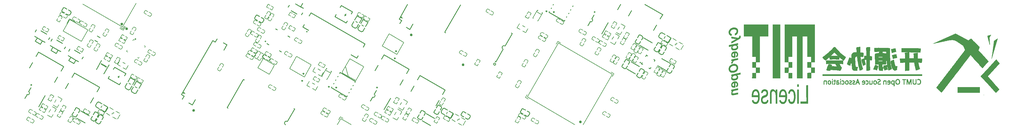
<source format=gbo>
G04 Layer: BottomSilkscreenLayer*
G04 EasyEDA Pro v2.2.31.6, 2024-09-26 20:12:08*
G04 Gerber Generator version 0.3*
G04 Scale: 100 percent, Rotated: No, Reflected: No*
G04 Dimensions in millimeters*
G04 Leading zeros omitted, absolute positions, 3 integers and 5 decimals*
%FSLAX35Y35*%
%MOMM*%
%ADD10C,0.152*%
%ADD11C,0.1524*%
%ADD12C,0.254*%
%ADD13C,0.2*%
%ADD14C,0.203*%
%ADD15C,0.14986*%
%ADD16C,0.20066*%
%ADD17C,0.4*%
%ADD18C,0.3045*%
%ADD19C,0.3*%
G75*


G04 Image Start*
G36*
G01X28991836Y-943998D02*
G01X28991836Y-945655D01*
G01X28994891Y-945655D01*
G01X28997947Y-945655D01*
G01X28997947Y-947313D01*
G01X28997947Y-948970D01*
G01X29001002Y-948970D01*
G01X29004057Y-948970D01*
G01X29004057Y-950628D01*
G01X29004057Y-952285D01*
G01X29007113Y-952285D01*
G01X29010168Y-952285D01*
G01X29010168Y-953943D01*
G01X29010168Y-955601D01*
G01X29013223Y-955601D01*
G01X29016279Y-955601D01*
G01X29016279Y-957258D01*
G01X29016279Y-958916D01*
G01X29019334Y-958916D01*
G01X29022389Y-958916D01*
G01X29022389Y-960573D01*
G01X29022389Y-962231D01*
G01X29025445Y-962231D01*
G01X29028500Y-962231D01*
G01X29028500Y-963888D01*
G01X29028500Y-965546D01*
G01X29031555Y-965546D01*
G01X29034610Y-965546D01*
G01X29034610Y-967204D01*
G01X29034610Y-968861D01*
G01X29037666Y-968861D01*
G01X29040721Y-968861D01*
G01X29040721Y-970519D01*
G01X29040721Y-972176D01*
G01X29043776Y-972176D01*
G01X29046832Y-972176D01*
G01X29046832Y-973834D01*
G01X29046832Y-975491D01*
G01X29049887Y-975491D01*
G01X29052942Y-975491D01*
G01X29052942Y-977149D01*
G01X29052942Y-978807D01*
G01X29055998Y-978807D01*
G01X29059053Y-978807D01*
G01X29059053Y-980464D01*
G01X29059053Y-982122D01*
G01X29062108Y-982122D01*
G01X29065164Y-982122D01*
G01X29065164Y-983779D01*
G01X29065164Y-985437D01*
G01X29068219Y-985437D01*
G01X29071274Y-985437D01*
G01X29071274Y-987094D01*
G01X29071274Y-988752D01*
G01X29074330Y-988752D01*
G01X29077385Y-988752D01*
G01X29077385Y-990409D01*
G01X29077385Y-992067D01*
G01X29080440Y-992067D01*
G01X29083496Y-992067D01*
G01X29083496Y-993725D01*
G01X29083496Y-995382D01*
G01X29086551Y-995382D01*
G01X29089606Y-995382D01*
G01X29089606Y-997040D01*
G01X29089606Y-998697D01*
G01X29091516Y-998684D01*
G01X29093425Y-998670D01*
G01X29105647Y-1005105D01*
G01X29117868Y-1011540D01*
G01X29130853Y-1018393D01*
G01X29143838Y-1025246D01*
G01X29145748Y-1025232D01*
G01X29147657Y-1025218D01*
G01X29147657Y-1026876D01*
G01X29147657Y-1028534D01*
G01X29150713Y-1028534D01*
G01X29153768Y-1028534D01*
G01X29153768Y-1030191D01*
G01X29153768Y-1031849D01*
G01X29156823Y-1031849D01*
G01X29159879Y-1031849D01*
G01X29159879Y-1033506D01*
G01X29159879Y-1035164D01*
G01X29162934Y-1035164D01*
G01X29165989Y-1035164D01*
G01X29165989Y-1036821D01*
G01X29165989Y-1038479D01*
G01X29169045Y-1038479D01*
G01X29172100Y-1038479D01*
G01X29172100Y-1040137D01*
G01X29172100Y-1041794D01*
G01X29175155Y-1041794D01*
G01X29178211Y-1041794D01*
G01X29178211Y-1043452D01*
G01X29178211Y-1045109D01*
G01X29181266Y-1045109D01*
G01X29184321Y-1045109D01*
G01X29184321Y-1046767D01*
G01X29184321Y-1048424D01*
G01X29187377Y-1048424D01*
G01X29190432Y-1048424D01*
G01X29190432Y-1050082D01*
G01X29190432Y-1051740D01*
G01X29193487Y-1051740D01*
G01X29196543Y-1051740D01*
G01X29196543Y-1053397D01*
G01X29196543Y-1055055D01*
G01X29199598Y-1055055D01*
G01X29202653Y-1055055D01*
G01X29202653Y-1056712D01*
G01X29202653Y-1058370D01*
G01X29205708Y-1058370D01*
G01X29208764Y-1058370D01*
G01X29208764Y-1060027D01*
G01X29208764Y-1061685D01*
G01X29211819Y-1061685D01*
G01X29214874Y-1061685D01*
G01X29214874Y-1063343D01*
G01X29214874Y-1065000D01*
G01X29217930Y-1065000D01*
G01X29220985Y-1065000D01*
G01X29220985Y-1066658D01*
G01X29220985Y-1068315D01*
G01X29224040Y-1068315D01*
G01X29227096Y-1068315D01*
G01X29227096Y-1069973D01*
G01X29227096Y-1071630D01*
G01X29230151Y-1071630D01*
G01X29233206Y-1071630D01*
G01X29233206Y-1073288D01*
G01X29233206Y-1074946D01*
G01X29236262Y-1074946D01*
G01X29239317Y-1074946D01*
G01X29239317Y-1076603D01*
G01X29239317Y-1078261D01*
G01X29242372Y-1078261D01*
G01X29245428Y-1078261D01*
G01X29245428Y-1079918D01*
G01X29245428Y-1081576D01*
G01X29248483Y-1081576D01*
G01X29251538Y-1081576D01*
G01X29251538Y-1083233D01*
G01X29251538Y-1084891D01*
G01X29254594Y-1084891D01*
G01X29257649Y-1084891D01*
G01X29257649Y-1086548D01*
G01X29257649Y-1088206D01*
G01X29260704Y-1088206D01*
G01X29263760Y-1088206D01*
G01X29263760Y-1089864D01*
G01X29263760Y-1091521D01*
G01X29266815Y-1091521D01*
G01X29269870Y-1091521D01*
G01X29269870Y-1093179D01*
G01X29269870Y-1094836D01*
G01X29271947Y-1094836D01*
G01X29274024Y-1094836D01*
G01X29283023Y-1099615D01*
G01X29292021Y-1104393D01*
G01X29305006Y-1111232D01*
G01X29317992Y-1118070D01*
G01X29319901Y-1118056D01*
G01X29321811Y-1118042D01*
G01X29321811Y-1119700D01*
G01X29321811Y-1121357D01*
G01X29324866Y-1121357D01*
G01X29327921Y-1121357D01*
G01X29327921Y-1123015D01*
G01X29327921Y-1124673D01*
G01X29330977Y-1124673D01*
G01X29334032Y-1124673D01*
G01X29334032Y-1126330D01*
G01X29334032Y-1127988D01*
G01X29337087Y-1127988D01*
G01X29340143Y-1127988D01*
G01X29340143Y-1129645D01*
G01X29340143Y-1131303D01*
G01X29343198Y-1131303D01*
G01X29346253Y-1131303D01*
G01X29346253Y-1132960D01*
G01X29346253Y-1134618D01*
G01X29349309Y-1134618D01*
G01X29352364Y-1134618D01*
G01X29352364Y-1136276D01*
G01X29352364Y-1137933D01*
G01X29355419Y-1137933D01*
G01X29358475Y-1137933D01*
G01X29358475Y-1139591D01*
G01X29358475Y-1141248D01*
G01X29361530Y-1141248D01*
G01X29364585Y-1141248D01*
G01X29364585Y-1142906D01*
G01X29364585Y-1144563D01*
G01X29367641Y-1144563D01*
G01X29370696Y-1144563D01*
G01X29370696Y-1146221D01*
G01X29370696Y-1147879D01*
G01X29373751Y-1147879D01*
G01X29376806Y-1147879D01*
G01X29376806Y-1149536D01*
G01X29376806Y-1151194D01*
G01X29382917Y-1151194D01*
G01X29389028Y-1151194D01*
G01X29389028Y-1149536D01*
G01X29389028Y-1147879D01*
G01X29391031Y-1147879D01*
G01X29393035Y-1147879D01*
G01X29396314Y-1144563D01*
G01X29399594Y-1141248D01*
G01X29401949Y-1141248D01*
G01X29404304Y-1141248D01*
G01X29404304Y-1139591D01*
G01X29404304Y-1137933D01*
G01X29406308Y-1137933D01*
G01X29408311Y-1137933D01*
G01X29411591Y-1134618D01*
G01X29414870Y-1131303D01*
G01X29417226Y-1131303D01*
G01X29419581Y-1131303D01*
G01X29419581Y-1129645D01*
G01X29419581Y-1127988D01*
G01X29421584Y-1127988D01*
G01X29423588Y-1127988D01*
G01X29426867Y-1124673D01*
G01X29430147Y-1121357D01*
G01X29432502Y-1121357D01*
G01X29434858Y-1121357D01*
G01X29434858Y-1119700D01*
G01X29434858Y-1118042D01*
G01X29437213Y-1118042D01*
G01X29439568Y-1118042D01*
G01X29442848Y-1114727D01*
G01X29446127Y-1111412D01*
G01X29448131Y-1111412D01*
G01X29450134Y-1111412D01*
G01X29450134Y-1109754D01*
G01X29450134Y-1108097D01*
G01X29453190Y-1108097D01*
G01X29456245Y-1108097D01*
G01X29456245Y-1106439D01*
G01X29456245Y-1104782D01*
G01X29458248Y-1104782D01*
G01X29460252Y-1104782D01*
G01X29463804Y-1101190D01*
G01X29467357Y-1097599D01*
G01X29471537Y-1097599D01*
G01X29475717Y-1097599D01*
G01X29489296Y-1112379D01*
G01X29502875Y-1127159D01*
G01X29508850Y-1132021D01*
G01X29514825Y-1136882D01*
G01X29533316Y-1156884D01*
G01X29551807Y-1176886D01*
G01X29557759Y-1181748D01*
G01X29563710Y-1186609D01*
G01X29582201Y-1206611D01*
G01X29600692Y-1226613D01*
G01X29606644Y-1231475D01*
G01X29612595Y-1236336D01*
G01X29631086Y-1256338D01*
G01X29649577Y-1276340D01*
G01X29655529Y-1281202D01*
G01X29661480Y-1286063D01*
G01X29679972Y-1306065D01*
G01X29698463Y-1326067D01*
G01X29704204Y-1330755D01*
G01X29709946Y-1335443D01*
G01X29722112Y-1348503D01*
G01X29734279Y-1361563D01*
G01X29734279Y-1367338D01*
G01X29734279Y-1373112D01*
G01X29732751Y-1374137D01*
G01X29731224Y-1375161D01*
G01X29731224Y-1379109D01*
G01X29731224Y-1383058D01*
G01X29729696Y-1384082D01*
G01X29728168Y-1385107D01*
G01X29728168Y-1389153D01*
G01X29728168Y-1393199D01*
G01X29726641Y-1393199D01*
G01X29725113Y-1393199D01*
G01X29725113Y-1398171D01*
G01X29725113Y-1403144D01*
G01X29723585Y-1403144D01*
G01X29722058Y-1403144D01*
G01X29722058Y-1408117D01*
G01X29722058Y-1413090D01*
G01X29720530Y-1413090D01*
G01X29719002Y-1413090D01*
G01X29719002Y-1416307D01*
G01X29719002Y-1419524D01*
G01X29717475Y-1420549D01*
G01X29715947Y-1421573D01*
G01X29715947Y-1425619D01*
G01X29715947Y-1429665D01*
G01X29714420Y-1429665D01*
G01X29712892Y-1429665D01*
G01X29712892Y-1434638D01*
G01X29712892Y-1439611D01*
G01X29711364Y-1439611D01*
G01X29709837Y-1439611D01*
G01X29709837Y-1444583D01*
G01X29709837Y-1449556D01*
G01X29708309Y-1449556D01*
G01X29706781Y-1449556D01*
G01X29706781Y-1452773D01*
G01X29706781Y-1455991D01*
G01X29705254Y-1457015D01*
G01X29703726Y-1458040D01*
G01X29703726Y-1461456D01*
G01X29703726Y-1464872D01*
G01X29719384Y-1483223D01*
G01X29735043Y-1501574D01*
G01X29825175Y-1599577D01*
G01X29915307Y-1697581D01*
G01X29929056Y-1713972D01*
G01X29942805Y-1730364D01*
G01X29977559Y-1768122D01*
G01X30012313Y-1805881D01*
G01X30012313Y-1810883D01*
G01X30012313Y-1815885D01*
G01X29918365Y-1917823D01*
G01X29824417Y-2019760D01*
G01X29820932Y-2019760D01*
G01X29817447Y-2019760D01*
G01X29815245Y-2016445D01*
G01X29813043Y-2013130D01*
G01X29810325Y-2013130D01*
G01X29807607Y-2013130D01*
G01X29807607Y-2010616D01*
G01X29807607Y-2008102D01*
G01X29774380Y-1972042D01*
G01X29741154Y-1935982D01*
G01X29729696Y-1922050D01*
G01X29718239Y-1908119D01*
G01X29670753Y-1856370D01*
G01X29623268Y-1804621D01*
G01X29615758Y-1795013D01*
G01X29608247Y-1785404D01*
G01X29559250Y-1732046D01*
G01X29510253Y-1678687D01*
G01X29502727Y-1669031D01*
G01X29495200Y-1659374D01*
G01X29473412Y-1635652D01*
G01X29451624Y-1611929D01*
G01X29446296Y-1617710D01*
G01X29440968Y-1623490D01*
G01X29440968Y-1625311D01*
G01X29440968Y-1627131D01*
G01X29433330Y-1635204D01*
G01X29425692Y-1643277D01*
G01X29425692Y-1645149D01*
G01X29425692Y-1647022D01*
G01X29418053Y-1655095D01*
G01X29410415Y-1663167D01*
G01X29410415Y-1665062D01*
G01X29410415Y-1666958D01*
G01X29404304Y-1673328D01*
G01X29398194Y-1679698D01*
G01X29398194Y-1681593D01*
G01X29398194Y-1683488D01*
G01X29390555Y-1691561D01*
G01X29382917Y-1699634D01*
G01X29382917Y-1701507D01*
G01X29382917Y-1703379D01*
G01X29375279Y-1711452D01*
G01X29367641Y-1719525D01*
G01X29367641Y-1721397D01*
G01X29367641Y-1723270D01*
G01X29360002Y-1731343D01*
G01X29352364Y-1739416D01*
G01X29352364Y-1741288D01*
G01X29352364Y-1743161D01*
G01X29344726Y-1751234D01*
G01X29337087Y-1759306D01*
G01X29337087Y-1761201D01*
G01X29337087Y-1763097D01*
G01X29330977Y-1769467D01*
G01X29324866Y-1775837D01*
G01X29324866Y-1777732D01*
G01X29324866Y-1779627D01*
G01X29317228Y-1787700D01*
G01X29309589Y-1795773D01*
G01X29309589Y-1797646D01*
G01X29309589Y-1799518D01*
G01X29301951Y-1807591D01*
G01X29294313Y-1815664D01*
G01X29294313Y-1817536D01*
G01X29294313Y-1819409D01*
G01X29286674Y-1827482D01*
G01X29279036Y-1835555D01*
G01X29279036Y-1837427D01*
G01X29279036Y-1839300D01*
G01X29271398Y-1847373D01*
G01X29263760Y-1855445D01*
G01X29263760Y-1857340D01*
G01X29263760Y-1859236D01*
G01X29257649Y-1865606D01*
G01X29251538Y-1871976D01*
G01X29251538Y-1873871D01*
G01X29251538Y-1875766D01*
G01X29243900Y-1883839D01*
G01X29236262Y-1891912D01*
G01X29236262Y-1893785D01*
G01X29236262Y-1895657D01*
G01X29228623Y-1903730D01*
G01X29220985Y-1911803D01*
G01X29220985Y-1913675D01*
G01X29220985Y-1915548D01*
G01X29213347Y-1923621D01*
G01X29205708Y-1931694D01*
G01X29205708Y-1933566D01*
G01X29205708Y-1935439D01*
G01X29198070Y-1943512D01*
G01X29190432Y-1951584D01*
G01X29190432Y-1953479D01*
G01X29190432Y-1955375D01*
G01X29184321Y-1961745D01*
G01X29178211Y-1968115D01*
G01X29178211Y-1970010D01*
G01X29178211Y-1971905D01*
G01X29170572Y-1979978D01*
G01X29162934Y-1988051D01*
G01X29162934Y-1989924D01*
G01X29162934Y-1991796D01*
G01X29155296Y-1999869D01*
G01X29147657Y-2007942D01*
G01X29147657Y-2009814D01*
G01X29147657Y-2011687D01*
G01X29140019Y-2019760D01*
G01X29132381Y-2027833D01*
G01X29132381Y-2029705D01*
G01X29132381Y-2031578D01*
G01X29124742Y-2039651D01*
G01X29117104Y-2047723D01*
G01X29117104Y-2049618D01*
G01X29117104Y-2051514D01*
G01X29110994Y-2057884D01*
G01X29104883Y-2064254D01*
G01X29104883Y-2065789D01*
G01X29104883Y-2067323D01*
G01X29095717Y-2077775D01*
G01X29086551Y-2088227D01*
G01X29086551Y-2089739D01*
G01X29086551Y-2091250D01*
G01X29078913Y-2099323D01*
G01X29071274Y-2107396D01*
G01X29071274Y-2108993D01*
G01X29071274Y-2110590D01*
G01X29063636Y-2119054D01*
G01X29055998Y-2127519D01*
G01X29055998Y-2129000D01*
G01X29055998Y-2130481D01*
G01X29048359Y-2138945D01*
G01X29040721Y-2147409D01*
G01X29040721Y-2148805D01*
G01X29040721Y-2150201D01*
G01X29031555Y-2160653D01*
G01X29022389Y-2171105D01*
G01X29022389Y-2172639D01*
G01X29022389Y-2174174D01*
G01X29016611Y-2180260D01*
G01X29010833Y-2186346D01*
G01X29007113Y-2192147D01*
G01X29003392Y-2197948D01*
G01X28997614Y-2204034D01*
G01X28991836Y-2210120D01*
G01X28991836Y-2211740D01*
G01X28991836Y-2213360D01*
G01X28984198Y-2221824D01*
G01X28976559Y-2230288D01*
G01X28976559Y-2231684D01*
G01X28976559Y-2233080D01*
G01X28967393Y-2243532D01*
G01X28958227Y-2253983D01*
G01X28958227Y-2255379D01*
G01X28958227Y-2256775D01*
G01X28950589Y-2265240D01*
G01X28942951Y-2273704D01*
G01X28942951Y-2275301D01*
G01X28942951Y-2276898D01*
G01X28935313Y-2284971D01*
G01X28927674Y-2293044D01*
G01X28927674Y-2294641D01*
G01X28927674Y-2296238D01*
G01X28920036Y-2304702D01*
G01X28912398Y-2313166D01*
G01X28912398Y-2314647D01*
G01X28912398Y-2316129D01*
G01X28904759Y-2324593D01*
G01X28897121Y-2333057D01*
G01X28897121Y-2334453D01*
G01X28897121Y-2335849D01*
G01X28887955Y-2346301D01*
G01X28878789Y-2356753D01*
G01X28878789Y-2358265D01*
G01X28878789Y-2359777D01*
G01X28871151Y-2367849D01*
G01X28863512Y-2375922D01*
G01X28863512Y-2377519D01*
G01X28863512Y-2379116D01*
G01X28855874Y-2387581D01*
G01X28848236Y-2396045D01*
G01X28848236Y-2397526D01*
G01X28848236Y-2399007D01*
G01X28840598Y-2407471D01*
G01X28832959Y-2415936D01*
G01X28832959Y-2417332D01*
G01X28832959Y-2418728D01*
G01X28823793Y-2429179D01*
G01X28814627Y-2439631D01*
G01X28814627Y-2441166D01*
G01X28814627Y-2442700D01*
G01X28808849Y-2448786D01*
G01X28803071Y-2454872D01*
G01X28799351Y-2460673D01*
G01X28795630Y-2466475D01*
G01X28789852Y-2472561D01*
G01X28784074Y-2478647D01*
G01X28784074Y-2480266D01*
G01X28784074Y-2481886D01*
G01X28776436Y-2490350D01*
G01X28768797Y-2498814D01*
G01X28768797Y-2500295D01*
G01X28768797Y-2501777D01*
G01X28761159Y-2510241D01*
G01X28753521Y-2518705D01*
G01X28753521Y-2520101D01*
G01X28753521Y-2521497D01*
G01X28744355Y-2531949D01*
G01X28735189Y-2542400D01*
G01X28735189Y-2543912D01*
G01X28735189Y-2545424D01*
G01X28727551Y-2553497D01*
G01X28719912Y-2561570D01*
G01X28719912Y-2563167D01*
G01X28719912Y-2564764D01*
G01X28712274Y-2573228D01*
G01X28704636Y-2581692D01*
G01X28704636Y-2583174D01*
G01X28704636Y-2584655D01*
G01X28696997Y-2593119D01*
G01X28689359Y-2601583D01*
G01X28689359Y-2602979D01*
G01X28689359Y-2604375D01*
G01X28680193Y-2614827D01*
G01X28671027Y-2625279D01*
G01X28671027Y-2626791D01*
G01X28671027Y-2628303D01*
G01X28663389Y-2636375D01*
G01X28655751Y-2644448D01*
G01X28655751Y-2646045D01*
G01X28655751Y-2647643D01*
G01X28648112Y-2656107D01*
G01X28640474Y-2664571D01*
G01X28640474Y-2666052D01*
G01X28640474Y-2667533D01*
G01X28632836Y-2675998D01*
G01X28625197Y-2684462D01*
G01X28625197Y-2685858D01*
G01X28625197Y-2687254D01*
G01X28616031Y-2697706D01*
G01X28606865Y-2708157D01*
G01X28606865Y-2709692D01*
G01X28606865Y-2711226D01*
G01X28601088Y-2717312D01*
G01X28595309Y-2723398D01*
G01X28591589Y-2729199D01*
G01X28587868Y-2735001D01*
G01X28582090Y-2741087D01*
G01X28576312Y-2747173D01*
G01X28576312Y-2748792D01*
G01X28576312Y-2750412D01*
G01X28568674Y-2758876D01*
G01X28561036Y-2767340D01*
G01X28561034Y-2768575D01*
G01X28561032Y-2769810D01*
G01X28557419Y-2774368D01*
G01X28553806Y-2778926D01*
G01X28551954Y-2778926D01*
G01X28550102Y-2778926D01*
G01X28544231Y-2772296D01*
G01X28538360Y-2765666D01*
G01X28536614Y-2765666D01*
G01X28534867Y-2765666D01*
G01X28527427Y-2757378D01*
G01X28519987Y-2749090D01*
G01X28518261Y-2749090D01*
G01X28516535Y-2749090D01*
G01X28509095Y-2740802D01*
G01X28501655Y-2732514D01*
G01X28499909Y-2732514D01*
G01X28498162Y-2732514D01*
G01X28492291Y-2725884D01*
G01X28486420Y-2719254D01*
G01X28484673Y-2719254D01*
G01X28482927Y-2719254D01*
G01X28475487Y-2710966D01*
G01X28468047Y-2702678D01*
G01X28466321Y-2702678D01*
G01X28464595Y-2702678D01*
G01X28457155Y-2694390D01*
G01X28449715Y-2686103D01*
G01X28447989Y-2686103D01*
G01X28446263Y-2686103D01*
G01X28438823Y-2677815D01*
G01X28431383Y-2669527D01*
G01X28429657Y-2669527D01*
G01X28427931Y-2669527D01*
G01X28420491Y-2661239D01*
G01X28413051Y-2652951D01*
G01X28411325Y-2652951D01*
G01X28409599Y-2652951D01*
G01X28402159Y-2644663D01*
G01X28394719Y-2636375D01*
G01X28393023Y-2636375D01*
G01X28391326Y-2636375D01*
G01X28387577Y-2632307D01*
G01X28383827Y-2628238D01*
G01X28383827Y-2626043D01*
G01X28383827Y-2623847D01*
G01X28386882Y-2621457D01*
G01X28389938Y-2619068D01*
G01X28389938Y-2616840D01*
G01X28389938Y-2614612D01*
G01X28397576Y-2606539D01*
G01X28405214Y-2598467D01*
G01X28405214Y-2596594D01*
G01X28405214Y-2594721D01*
G01X28412853Y-2586648D01*
G01X28420491Y-2578576D01*
G01X28420491Y-2576703D01*
G01X28420491Y-2574830D01*
G01X28428129Y-2566758D01*
G01X28435767Y-2558685D01*
G01X28435767Y-2556812D01*
G01X28435767Y-2554939D01*
G01X28443406Y-2546867D01*
G01X28451044Y-2538794D01*
G01X28451044Y-2536921D01*
G01X28451044Y-2535049D01*
G01X28458682Y-2526976D01*
G01X28466321Y-2518903D01*
G01X28466321Y-2517031D01*
G01X28466321Y-2515158D01*
G01X28473959Y-2507085D01*
G01X28481597Y-2499012D01*
G01X28481597Y-2497117D01*
G01X28481597Y-2495222D01*
G01X28487708Y-2488852D01*
G01X28493819Y-2482481D01*
G01X28493819Y-2480586D01*
G01X28493819Y-2478691D01*
G01X28501457Y-2470619D01*
G01X28509095Y-2462546D01*
G01X28509095Y-2460673D01*
G01X28509095Y-2458800D01*
G01X28516733Y-2450728D01*
G01X28524372Y-2442655D01*
G01X28524372Y-2440782D01*
G01X28524372Y-2438910D01*
G01X28532010Y-2430837D01*
G01X28539648Y-2422764D01*
G01X28539648Y-2420892D01*
G01X28539648Y-2419019D01*
G01X28547287Y-2410946D01*
G01X28554925Y-2402873D01*
G01X28554925Y-2401001D01*
G01X28554925Y-2399128D01*
G01X28562563Y-2391055D01*
G01X28570202Y-2382983D01*
G01X28570202Y-2381110D01*
G01X28570202Y-2379237D01*
G01X28577840Y-2371164D01*
G01X28585478Y-2363092D01*
G01X28585478Y-2361219D01*
G01X28585478Y-2359346D01*
G01X28593117Y-2351274D01*
G01X28600755Y-2343201D01*
G01X28600755Y-2341306D01*
G01X28600755Y-2339411D01*
G01X28606865Y-2333040D01*
G01X28612976Y-2326670D01*
G01X28612976Y-2324775D01*
G01X28612976Y-2322880D01*
G01X28620614Y-2314807D01*
G01X28628253Y-2306734D01*
G01X28628253Y-2304862D01*
G01X28628253Y-2302989D01*
G01X28635891Y-2294916D01*
G01X28643529Y-2286844D01*
G01X28643529Y-2284971D01*
G01X28643529Y-2283098D01*
G01X28651168Y-2275025D01*
G01X28658806Y-2266953D01*
G01X28658806Y-2265080D01*
G01X28658806Y-2263207D01*
G01X28666444Y-2255135D01*
G01X28674083Y-2247062D01*
G01X28674083Y-2245189D01*
G01X28674083Y-2243316D01*
G01X28681721Y-2235244D01*
G01X28689359Y-2227171D01*
G01X28689359Y-2225298D01*
G01X28689359Y-2223426D01*
G01X28696997Y-2215353D01*
G01X28704636Y-2207280D01*
G01X28704636Y-2205408D01*
G01X28704636Y-2203535D01*
G01X28712274Y-2195462D01*
G01X28719912Y-2187389D01*
G01X28719912Y-2185494D01*
G01X28719912Y-2183599D01*
G01X28726023Y-2177229D01*
G01X28732134Y-2170859D01*
G01X28732134Y-2168963D01*
G01X28732134Y-2167068D01*
G01X28739772Y-2158996D01*
G01X28747410Y-2150923D01*
G01X28747410Y-2149050D01*
G01X28747410Y-2147177D01*
G01X28755049Y-2139105D01*
G01X28762687Y-2131032D01*
G01X28762687Y-2129159D01*
G01X28762687Y-2127287D01*
G01X28770325Y-2119214D01*
G01X28777963Y-2111141D01*
G01X28777963Y-2109269D01*
G01X28777963Y-2107396D01*
G01X28785602Y-2099323D01*
G01X28793240Y-2091250D01*
G01X28793240Y-2089378D01*
G01X28793240Y-2087505D01*
G01X28800878Y-2079432D01*
G01X28808517Y-2071360D01*
G01X28808517Y-2069487D01*
G01X28808517Y-2067614D01*
G01X28816155Y-2059541D01*
G01X28823793Y-2051469D01*
G01X28823793Y-2049596D01*
G01X28823793Y-2047723D01*
G01X28831432Y-2039651D01*
G01X28839070Y-2031578D01*
G01X28839070Y-2029683D01*
G01X28839070Y-2027788D01*
G01X28845181Y-2021417D01*
G01X28851291Y-2015047D01*
G01X28851291Y-2013152D01*
G01X28851291Y-2011257D01*
G01X28858929Y-2003184D01*
G01X28866568Y-1995111D01*
G01X28866568Y-1993239D01*
G01X28866568Y-1991366D01*
G01X28874206Y-1983293D01*
G01X28881844Y-1975221D01*
G01X28881844Y-1973348D01*
G01X28881844Y-1971475D01*
G01X28889483Y-1963402D01*
G01X28897121Y-1955330D01*
G01X28897121Y-1953457D01*
G01X28897121Y-1951584D01*
G01X28904759Y-1943512D01*
G01X28912398Y-1935439D01*
G01X28912398Y-1933566D01*
G01X28912398Y-1931694D01*
G01X28920036Y-1923621D01*
G01X28927674Y-1915548D01*
G01X28927674Y-1913675D01*
G01X28927674Y-1911803D01*
G01X28935313Y-1903730D01*
G01X28942951Y-1895657D01*
G01X28942951Y-1893762D01*
G01X28942951Y-1891867D01*
G01X28949061Y-1885497D01*
G01X28955172Y-1879126D01*
G01X28955172Y-1877231D01*
G01X28955172Y-1875336D01*
G01X28962810Y-1867263D01*
G01X28970449Y-1859191D01*
G01X28970449Y-1857318D01*
G01X28970449Y-1855445D01*
G01X28978087Y-1847373D01*
G01X28985725Y-1839300D01*
G01X28985725Y-1837427D01*
G01X28985725Y-1835555D01*
G01X28993364Y-1827482D01*
G01X29001002Y-1819409D01*
G01X29001002Y-1817536D01*
G01X29001002Y-1815664D01*
G01X29008640Y-1807591D01*
G01X29016279Y-1799518D01*
G01X29016279Y-1797646D01*
G01X29016279Y-1795773D01*
G01X29023917Y-1787700D01*
G01X29031555Y-1779627D01*
G01X29031555Y-1777755D01*
G01X29031555Y-1775882D01*
G01X29039193Y-1767809D01*
G01X29046832Y-1759737D01*
G01X29046832Y-1757864D01*
G01X29046832Y-1755991D01*
G01X29054470Y-1747919D01*
G01X29062108Y-1739846D01*
G01X29062108Y-1737951D01*
G01X29062108Y-1736056D01*
G01X29068219Y-1729685D01*
G01X29074330Y-1723315D01*
G01X29074330Y-1721420D01*
G01X29074330Y-1719525D01*
G01X29081968Y-1711452D01*
G01X29089606Y-1703379D01*
G01X29089606Y-1701507D01*
G01X29089606Y-1699634D01*
G01X29097245Y-1691561D01*
G01X29104883Y-1683488D01*
G01X29104883Y-1681616D01*
G01X29104883Y-1679743D01*
G01X29112521Y-1671670D01*
G01X29120159Y-1663598D01*
G01X29120159Y-1661725D01*
G01X29120159Y-1659852D01*
G01X29127798Y-1651780D01*
G01X29135436Y-1643707D01*
G01X29135436Y-1641834D01*
G01X29135436Y-1639961D01*
G01X29143074Y-1631889D01*
G01X29150713Y-1623816D01*
G01X29150713Y-1621943D01*
G01X29150713Y-1620071D01*
G01X29158351Y-1611998D01*
G01X29165989Y-1603925D01*
G01X29165989Y-1602052D01*
G01X29165989Y-1600180D01*
G01X29173628Y-1592107D01*
G01X29181266Y-1584034D01*
G01X29181266Y-1582139D01*
G01X29181266Y-1580244D01*
G01X29187377Y-1573874D01*
G01X29193487Y-1567503D01*
G01X29193487Y-1565608D01*
G01X29193487Y-1563713D01*
G01X29201125Y-1555641D01*
G01X29208764Y-1547568D01*
G01X29208764Y-1545695D01*
G01X29208764Y-1543822D01*
G01X29216402Y-1535750D01*
G01X29224040Y-1527677D01*
G01X29224040Y-1525804D01*
G01X29224040Y-1523932D01*
G01X29231679Y-1515859D01*
G01X29239317Y-1507786D01*
G01X29239317Y-1505913D01*
G01X29239317Y-1504041D01*
G01X29246955Y-1495968D01*
G01X29254594Y-1487895D01*
G01X29254594Y-1486023D01*
G01X29254594Y-1484150D01*
G01X29262232Y-1476077D01*
G01X29269870Y-1468005D01*
G01X29269870Y-1466076D01*
G01X29269870Y-1464147D01*
G01X29274453Y-1459502D01*
G01X29279036Y-1454856D01*
G01X29279036Y-1452206D01*
G01X29279036Y-1449556D01*
G01X29277509Y-1449556D01*
G01X29275981Y-1449556D01*
G01X29275981Y-1446241D01*
G01X29275981Y-1442926D01*
G01X29274453Y-1442926D01*
G01X29272926Y-1442926D01*
G01X29272926Y-1439611D01*
G01X29272926Y-1436296D01*
G01X29271398Y-1436296D01*
G01X29269870Y-1436296D01*
G01X29269870Y-1432980D01*
G01X29269870Y-1429665D01*
G01X29268343Y-1429665D01*
G01X29266815Y-1429665D01*
G01X29266815Y-1427336D01*
G01X29266815Y-1425006D01*
G01X29263568Y-1417805D01*
G01X29260322Y-1410603D01*
G01X29258985Y-1407725D01*
G01X29257649Y-1404847D01*
G01X29257649Y-1402338D01*
G01X29257649Y-1399829D01*
G01X29256121Y-1399829D01*
G01X29254594Y-1399829D01*
G01X29254594Y-1396514D01*
G01X29254594Y-1393199D01*
G01X29253066Y-1393199D01*
G01X29251538Y-1393199D01*
G01X29251538Y-1389884D01*
G01X29251538Y-1386568D01*
G01X29250011Y-1386568D01*
G01X29248483Y-1386568D01*
G01X29248483Y-1383253D01*
G01X29248483Y-1379938D01*
G01X29246955Y-1379938D01*
G01X29245428Y-1379938D01*
G01X29245428Y-1376623D01*
G01X29245428Y-1373308D01*
G01X29243900Y-1373308D01*
G01X29242372Y-1373308D01*
G01X29242372Y-1370978D01*
G01X29242372Y-1368649D01*
G01X29239126Y-1361447D01*
G01X29235879Y-1354246D01*
G01X29234543Y-1351368D01*
G01X29233206Y-1348489D01*
G01X29233206Y-1345981D01*
G01X29233206Y-1343472D01*
G01X29231679Y-1343472D01*
G01X29230151Y-1343472D01*
G01X29230151Y-1340157D01*
G01X29230151Y-1336841D01*
G01X29228623Y-1336841D01*
G01X29227096Y-1336841D01*
G01X29227096Y-1333526D01*
G01X29227096Y-1330211D01*
G01X29225568Y-1330211D01*
G01X29224040Y-1330211D01*
G01X29224040Y-1327035D01*
G01X29224040Y-1323859D01*
G01X29219457Y-1321658D01*
G01X29214874Y-1319456D01*
G01X29214874Y-1318204D01*
G01X29214874Y-1316951D01*
G01X29212871Y-1316951D01*
G01X29210868Y-1316951D01*
G01X29207588Y-1313635D01*
G01X29204309Y-1310320D01*
G01X29202653Y-1310320D01*
G01X29200998Y-1310320D01*
G01X29197718Y-1307005D01*
G01X29194439Y-1303690D01*
G01X29192435Y-1303690D01*
G01X29190432Y-1303690D01*
G01X29190432Y-1302032D01*
G01X29190432Y-1300375D01*
G01X29188428Y-1300375D01*
G01X29186425Y-1300375D01*
G01X29183146Y-1297060D01*
G01X29179866Y-1293745D01*
G01X29178211Y-1293745D01*
G01X29176555Y-1293745D01*
G01X29173276Y-1290429D01*
G01X29169996Y-1287114D01*
G01X29167993Y-1287114D01*
G01X29165989Y-1287114D01*
G01X29165989Y-1285457D01*
G01X29165989Y-1283799D01*
G01X29163986Y-1283799D01*
G01X29161982Y-1283799D01*
G01X29158703Y-1280484D01*
G01X29155423Y-1277169D01*
G01X29153768Y-1277169D01*
G01X29152113Y-1277169D01*
G01X29148833Y-1273854D01*
G01X29145554Y-1270539D01*
G01X29143550Y-1270539D01*
G01X29141547Y-1270539D01*
G01X29141547Y-1268881D01*
G01X29141547Y-1267224D01*
G01X29139543Y-1267224D01*
G01X29137540Y-1267224D01*
G01X29134260Y-1263908D01*
G01X29130981Y-1260593D01*
G01X29128625Y-1260593D01*
G01X29126270Y-1260593D01*
G01X29126270Y-1258936D01*
G01X29126270Y-1257278D01*
G01X29124267Y-1257278D01*
G01X29122263Y-1257278D01*
G01X29119302Y-1254377D01*
G01X29116340Y-1251477D01*
G01X29112139Y-1249125D01*
G01X29107938Y-1246772D01*
G01X29107938Y-1245395D01*
G01X29107938Y-1244018D01*
G01X29104883Y-1244018D01*
G01X29101828Y-1244018D01*
G01X29101828Y-1242360D01*
G01X29101828Y-1240702D01*
G01X29099824Y-1240702D01*
G01X29097821Y-1240702D01*
G01X29094541Y-1237387D01*
G01X29091262Y-1234072D01*
G01X29089244Y-1234072D01*
G01X29087225Y-1234072D01*
G01X29085023Y-1230757D01*
G01X29082821Y-1227442D01*
G01X29080103Y-1227442D01*
G01X29077385Y-1227442D01*
G01X29077385Y-1225784D01*
G01X29077385Y-1224127D01*
G01X29075382Y-1224127D01*
G01X29073378Y-1224127D01*
G01X29070099Y-1220812D01*
G01X29066819Y-1217496D01*
G01X29065164Y-1217496D01*
G01X29063508Y-1217496D01*
G01X29060229Y-1214181D01*
G01X29056949Y-1210866D01*
G01X29054946Y-1210866D01*
G01X29052942Y-1210866D01*
G01X29052942Y-1209209D01*
G01X29052942Y-1207551D01*
G01X29050224Y-1207551D01*
G01X29047506Y-1207551D01*
G01X29045304Y-1204236D01*
G01X29043102Y-1200921D01*
G01X29040384Y-1200921D01*
G01X29037666Y-1200921D01*
G01X29037666Y-1199263D01*
G01X29037666Y-1197606D01*
G01X29035662Y-1197606D01*
G01X29033659Y-1197606D01*
G01X29030698Y-1194705D01*
G01X29027736Y-1191804D01*
G01X29023535Y-1189452D01*
G01X29019334Y-1187100D01*
G01X29019334Y-1185723D01*
G01X29019334Y-1184345D01*
G01X29014751Y-1184345D01*
G01X29010168Y-1184345D01*
G01X29010168Y-1182687D01*
G01X29010168Y-1181030D01*
G01X29007203Y-1181030D01*
G01X29004238Y-1181030D01*
G01X29003293Y-1179372D01*
G01X29002349Y-1177715D01*
G01X28998620Y-1177715D01*
G01X28994891Y-1177715D01*
G01X28994891Y-1176057D01*
G01X28994891Y-1174400D01*
G01X28990308Y-1174400D01*
G01X28985725Y-1174400D01*
G01X28985725Y-1172742D01*
G01X28985725Y-1171085D01*
G01X28982760Y-1171085D01*
G01X28979795Y-1171085D01*
G01X28978851Y-1169427D01*
G01X28977907Y-1167769D01*
G01X28974178Y-1167769D01*
G01X28970449Y-1167769D01*
G01X28970449Y-1166112D01*
G01X28970449Y-1164454D01*
G01X28965866Y-1164454D01*
G01X28961283Y-1164454D01*
G01X28961283Y-1162797D01*
G01X28961283Y-1161139D01*
G01X28956700Y-1161139D01*
G01X28952117Y-1161139D01*
G01X28952117Y-1159482D01*
G01X28952117Y-1157824D01*
G01X28947534Y-1157824D01*
G01X28942951Y-1157824D01*
G01X28942951Y-1156166D01*
G01X28942951Y-1154509D01*
G01X28938368Y-1154509D01*
G01X28933785Y-1154509D01*
G01X28933785Y-1152851D01*
G01X28933785Y-1151194D01*
G01X28926147Y-1151194D01*
G01X28918508Y-1151194D01*
G01X28918508Y-1149536D01*
G01X28918508Y-1147879D01*
G01X28907141Y-1147879D01*
G01X28895774Y-1147879D01*
G01X28894830Y-1146221D01*
G01X28893885Y-1144563D01*
G01X28878025Y-1144563D01*
G01X28862165Y-1144563D01*
G01X28861221Y-1146221D01*
G01X28860277Y-1147879D01*
G01X28848236Y-1147879D01*
G01X28836195Y-1147879D01*
G01X28835251Y-1149536D01*
G01X28834307Y-1151194D01*
G01X28823029Y-1151194D01*
G01X28811752Y-1151194D01*
G01X28810808Y-1152851D01*
G01X28809864Y-1154509D01*
G01X28798497Y-1154509D01*
G01X28787129Y-1154509D01*
G01X28787129Y-1156166D01*
G01X28787129Y-1157824D01*
G01X28778817Y-1157824D01*
G01X28770505Y-1157824D01*
G01X28769561Y-1159482D01*
G01X28768617Y-1161139D01*
G01X28761069Y-1161139D01*
G01X28753521Y-1161139D01*
G01X28753521Y-1162797D01*
G01X28753521Y-1164454D01*
G01X28745883Y-1164454D01*
G01X28738244Y-1164454D01*
G01X28738244Y-1166112D01*
G01X28738244Y-1167769D01*
G01X28730606Y-1167769D01*
G01X28722968Y-1167769D01*
G01X28722968Y-1169427D01*
G01X28722968Y-1171085D01*
G01X28715329Y-1171085D01*
G01X28707691Y-1171085D01*
G01X28707691Y-1172742D01*
G01X28707691Y-1174400D01*
G01X28700053Y-1174400D01*
G01X28692414Y-1174400D01*
G01X28692414Y-1176057D01*
G01X28692414Y-1177715D01*
G01X28684776Y-1177715D01*
G01X28677138Y-1177715D01*
G01X28677138Y-1179372D01*
G01X28677138Y-1181030D01*
G01X28669500Y-1181030D01*
G01X28661861Y-1181030D01*
G01X28661861Y-1182687D01*
G01X28661861Y-1184345D01*
G01X28654313Y-1184345D01*
G01X28646765Y-1184345D01*
G01X28645821Y-1186003D01*
G01X28644877Y-1187660D01*
G01X28638183Y-1187660D01*
G01X28631488Y-1187660D01*
G01X28630544Y-1189318D01*
G01X28629600Y-1190975D01*
G01X28622906Y-1190975D01*
G01X28616212Y-1190975D01*
G01X28615268Y-1192633D01*
G01X28614323Y-1194290D01*
G01X28607629Y-1194290D01*
G01X28600935Y-1194290D01*
G01X28599991Y-1195948D01*
G01X28599047Y-1197606D01*
G01X28591589Y-1197606D01*
G01X28584131Y-1197606D01*
G01X28583187Y-1199263D01*
G01X28582243Y-1200921D01*
G01X28574694Y-1200921D01*
G01X28567146Y-1200921D01*
G01X28567146Y-1202578D01*
G01X28567146Y-1204236D01*
G01X28559508Y-1204236D01*
G01X28551870Y-1204236D01*
G01X28551870Y-1205893D01*
G01X28551870Y-1207551D01*
G01X28544231Y-1207551D01*
G01X28536593Y-1207551D01*
G01X28536593Y-1209209D01*
G01X28536593Y-1210866D01*
G01X28528955Y-1210866D01*
G01X28521316Y-1210866D01*
G01X28521316Y-1212524D01*
G01X28521316Y-1214181D01*
G01X28513678Y-1214181D01*
G01X28506040Y-1214181D01*
G01X28506040Y-1215839D01*
G01X28506040Y-1217496D01*
G01X28498402Y-1217496D01*
G01X28490763Y-1217496D01*
G01X28490763Y-1219154D01*
G01X28490763Y-1220812D01*
G01X28483125Y-1220812D01*
G01X28475487Y-1220812D01*
G01X28475487Y-1222469D01*
G01X28475487Y-1224127D01*
G01X28467938Y-1224127D01*
G01X28460390Y-1224127D01*
G01X28459446Y-1225784D01*
G01X28458502Y-1227442D01*
G01X28451808Y-1227442D01*
G01X28445114Y-1227442D01*
G01X28444170Y-1229099D01*
G01X28443225Y-1230757D01*
G01X28436531Y-1230757D01*
G01X28429837Y-1230757D01*
G01X28428893Y-1232415D01*
G01X28427949Y-1234072D01*
G01X28420491Y-1234072D01*
G01X28413033Y-1234072D01*
G01X28412089Y-1235730D01*
G01X28411145Y-1237387D01*
G01X28404450Y-1237387D01*
G01X28397756Y-1237387D01*
G01X28396812Y-1239045D01*
G01X28395868Y-1240702D01*
G01X28388320Y-1240702D01*
G01X28380772Y-1240702D01*
G01X28380772Y-1242360D01*
G01X28380772Y-1244018D01*
G01X28373133Y-1244018D01*
G01X28365495Y-1244018D01*
G01X28365495Y-1245675D01*
G01X28365495Y-1247333D01*
G01X28357857Y-1247333D01*
G01X28350218Y-1247333D01*
G01X28350218Y-1248990D01*
G01X28350218Y-1250648D01*
G01X28342580Y-1250648D01*
G01X28334942Y-1250648D01*
G01X28334942Y-1252305D01*
G01X28334942Y-1253963D01*
G01X28327304Y-1253963D01*
G01X28319665Y-1253963D01*
G01X28319665Y-1255621D01*
G01X28319665Y-1257278D01*
G01X28312027Y-1257278D01*
G01X28304389Y-1257278D01*
G01X28304389Y-1258936D01*
G01X28304389Y-1260593D01*
G01X28295223Y-1260593D01*
G01X28286057Y-1260593D01*
G01X28286057Y-1257278D01*
G01X28286057Y-1253963D01*
G01X28289112Y-1253963D01*
G01X28292167Y-1253963D01*
G01X28292167Y-1252305D01*
G01X28292167Y-1250648D01*
G01X28295896Y-1250648D01*
G01X28299625Y-1250648D01*
G01X28300569Y-1248990D01*
G01X28301514Y-1247333D01*
G01X28304479Y-1247333D01*
G01X28307444Y-1247333D01*
G01X28307444Y-1245675D01*
G01X28307444Y-1244018D01*
G01X28310409Y-1244018D01*
G01X28313374Y-1244018D01*
G01X28314318Y-1242360D01*
G01X28315263Y-1240702D01*
G01X28318992Y-1240702D01*
G01X28322721Y-1240702D01*
G01X28322721Y-1239045D01*
G01X28322721Y-1237387D01*
G01X28325776Y-1237387D01*
G01X28328831Y-1237387D01*
G01X28328831Y-1235730D01*
G01X28328831Y-1234072D01*
G01X28333414Y-1234072D01*
G01X28337997Y-1234072D01*
G01X28337997Y-1232415D01*
G01X28337997Y-1230757D01*
G01X28341052Y-1230757D01*
G01X28344108Y-1230757D01*
G01X28344108Y-1229099D01*
G01X28344108Y-1227442D01*
G01X28347837Y-1227442D01*
G01X28351566Y-1227442D01*
G01X28352510Y-1225784D01*
G01X28353454Y-1224127D01*
G01X28356419Y-1224127D01*
G01X28359384Y-1224127D01*
G01X28359384Y-1222469D01*
G01X28359384Y-1220812D01*
G01X28362350Y-1220812D01*
G01X28365315Y-1220812D01*
G01X28366259Y-1219154D01*
G01X28367203Y-1217496D01*
G01X28370932Y-1217496D01*
G01X28374661Y-1217496D01*
G01X28374661Y-1215839D01*
G01X28374661Y-1214181D01*
G01X28377716Y-1214181D01*
G01X28380772Y-1214181D01*
G01X28380772Y-1212524D01*
G01X28380772Y-1210866D01*
G01X28385355Y-1210866D01*
G01X28389938Y-1210866D01*
G01X28389938Y-1209209D01*
G01X28389938Y-1207551D01*
G01X28392993Y-1207551D01*
G01X28396048Y-1207551D01*
G01X28396048Y-1205893D01*
G01X28396048Y-1204236D01*
G01X28399013Y-1204236D01*
G01X28401979Y-1204236D01*
G01X28402923Y-1202578D01*
G01X28403867Y-1200921D01*
G01X28407596Y-1200921D01*
G01X28411325Y-1200921D01*
G01X28411325Y-1199263D01*
G01X28411325Y-1197606D01*
G01X28414380Y-1197606D01*
G01X28417436Y-1197606D01*
G01X28417436Y-1195948D01*
G01X28417436Y-1194290D01*
G01X28422019Y-1194290D01*
G01X28426601Y-1194290D01*
G01X28426601Y-1192633D01*
G01X28426601Y-1190975D01*
G01X28429657Y-1190975D01*
G01X28432712Y-1190975D01*
G01X28432712Y-1189318D01*
G01X28432712Y-1187660D01*
G01X28436441Y-1187660D01*
G01X28440170Y-1187660D01*
G01X28441114Y-1186003D01*
G01X28442058Y-1184345D01*
G01X28445024Y-1184345D01*
G01X28447989Y-1184345D01*
G01X28447989Y-1182687D01*
G01X28447989Y-1181030D01*
G01X28450954Y-1181030D01*
G01X28453919Y-1181030D01*
G01X28454863Y-1179372D01*
G01X28455807Y-1177715D01*
G01X28459536Y-1177715D01*
G01X28463265Y-1177715D01*
G01X28463265Y-1176057D01*
G01X28463265Y-1174400D01*
G01X28466321Y-1174400D01*
G01X28469376Y-1174400D01*
G01X28469376Y-1172742D01*
G01X28469376Y-1171085D01*
G01X28473959Y-1171085D01*
G01X28478542Y-1171085D01*
G01X28478542Y-1169427D01*
G01X28478542Y-1167769D01*
G01X28481597Y-1167769D01*
G01X28484653Y-1167769D01*
G01X28484653Y-1166112D01*
G01X28484653Y-1164454D01*
G01X28488382Y-1164454D01*
G01X28492111Y-1164454D01*
G01X28493055Y-1162797D01*
G01X28493999Y-1161139D01*
G01X28496964Y-1161139D01*
G01X28499929Y-1161139D01*
G01X28499929Y-1159482D01*
G01X28499929Y-1157824D01*
G01X28502894Y-1157824D01*
G01X28505860Y-1157824D01*
G01X28506804Y-1156166D01*
G01X28507748Y-1154509D01*
G01X28511477Y-1154509D01*
G01X28515206Y-1154509D01*
G01X28515206Y-1152851D01*
G01X28515206Y-1151194D01*
G01X28518261Y-1151194D01*
G01X28521316Y-1151194D01*
G01X28521316Y-1149536D01*
G01X28521316Y-1147879D01*
G01X28525899Y-1147879D01*
G01X28530482Y-1147879D01*
G01X28530482Y-1146221D01*
G01X28530482Y-1144563D01*
G01X28533538Y-1144563D01*
G01X28536593Y-1144563D01*
G01X28536593Y-1142906D01*
G01X28536593Y-1141248D01*
G01X28539558Y-1141248D01*
G01X28542523Y-1141248D01*
G01X28543468Y-1139591D01*
G01X28544412Y-1137933D01*
G01X28548141Y-1137933D01*
G01X28551870Y-1137933D01*
G01X28551870Y-1136276D01*
G01X28551870Y-1134618D01*
G01X28554925Y-1134618D01*
G01X28557980Y-1134618D01*
G01X28557980Y-1132960D01*
G01X28557980Y-1131303D01*
G01X28562563Y-1131303D01*
G01X28567146Y-1131303D01*
G01X28567146Y-1129645D01*
G01X28567146Y-1127988D01*
G01X28570202Y-1127988D01*
G01X28573257Y-1127988D01*
G01X28573257Y-1126330D01*
G01X28573257Y-1124673D01*
G01X28576986Y-1124673D01*
G01X28580715Y-1124673D01*
G01X28581659Y-1123015D01*
G01X28582603Y-1121357D01*
G01X28585568Y-1121357D01*
G01X28588534Y-1121357D01*
G01X28588534Y-1119700D01*
G01X28588534Y-1118042D01*
G01X28591499Y-1118042D01*
G01X28594464Y-1118042D01*
G01X28595408Y-1116385D01*
G01X28596352Y-1114727D01*
G01X28600081Y-1114727D01*
G01X28603810Y-1114727D01*
G01X28603810Y-1113070D01*
G01X28603810Y-1111412D01*
G01X28606865Y-1111412D01*
G01X28609921Y-1111412D01*
G01X28609921Y-1109754D01*
G01X28609921Y-1108097D01*
G01X28614504Y-1108097D01*
G01X28619087Y-1108097D01*
G01X28619087Y-1106439D01*
G01X28619087Y-1104782D01*
G01X28622142Y-1104782D01*
G01X28625197Y-1104782D01*
G01X28625197Y-1103124D01*
G01X28625197Y-1101467D01*
G01X28628926Y-1101467D01*
G01X28632655Y-1101467D01*
G01X28633600Y-1099809D01*
G01X28634544Y-1098151D01*
G01X28637509Y-1098151D01*
G01X28640474Y-1098151D01*
G01X28640474Y-1096494D01*
G01X28640474Y-1094836D01*
G01X28643439Y-1094836D01*
G01X28646404Y-1094836D01*
G01X28647348Y-1093179D01*
G01X28648293Y-1091521D01*
G01X28652022Y-1091521D01*
G01X28655751Y-1091521D01*
G01X28655751Y-1089864D01*
G01X28655751Y-1088206D01*
G01X28658806Y-1088206D01*
G01X28661861Y-1088206D01*
G01X28661861Y-1086548D01*
G01X28661861Y-1084891D01*
G01X28666444Y-1084891D01*
G01X28671027Y-1084891D01*
G01X28671027Y-1083233D01*
G01X28671027Y-1081576D01*
G01X28674083Y-1081576D01*
G01X28677138Y-1081576D01*
G01X28677138Y-1079918D01*
G01X28677138Y-1078261D01*
G01X28680103Y-1078261D01*
G01X28683068Y-1078261D01*
G01X28684012Y-1076603D01*
G01X28684956Y-1074946D01*
G01X28688685Y-1074946D01*
G01X28692414Y-1074946D01*
G01X28692414Y-1073288D01*
G01X28692414Y-1071630D01*
G01X28695470Y-1071630D01*
G01X28698525Y-1071630D01*
G01X28698525Y-1069973D01*
G01X28698525Y-1068315D01*
G01X28703108Y-1068315D01*
G01X28707691Y-1068315D01*
G01X28707691Y-1066658D01*
G01X28707691Y-1065000D01*
G01X28710746Y-1065000D01*
G01X28713802Y-1065000D01*
G01X28713802Y-1063343D01*
G01X28713802Y-1061685D01*
G01X28717531Y-1061685D01*
G01X28721260Y-1061685D01*
G01X28722204Y-1060027D01*
G01X28723148Y-1058370D01*
G01X28726113Y-1058370D01*
G01X28729078Y-1058370D01*
G01X28729078Y-1056712D01*
G01X28729078Y-1055055D01*
G01X28732044Y-1055055D01*
G01X28735009Y-1055055D01*
G01X28735953Y-1053397D01*
G01X28736897Y-1051740D01*
G01X28740626Y-1051740D01*
G01X28744355Y-1051740D01*
G01X28744355Y-1050082D01*
G01X28744355Y-1048424D01*
G01X28747410Y-1048424D01*
G01X28750466Y-1048424D01*
G01X28750466Y-1046767D01*
G01X28750466Y-1045109D01*
G01X28755049Y-1045109D01*
G01X28759632Y-1045109D01*
G01X28759632Y-1043452D01*
G01X28759632Y-1041794D01*
G01X28762687Y-1041794D01*
G01X28765742Y-1041794D01*
G01X28765742Y-1040137D01*
G01X28765742Y-1038479D01*
G01X28769471Y-1038479D01*
G01X28773200Y-1038479D01*
G01X28774144Y-1036821D01*
G01X28775088Y-1035164D01*
G01X28778054Y-1035164D01*
G01X28781019Y-1035164D01*
G01X28781019Y-1033506D01*
G01X28781019Y-1031849D01*
G01X28783984Y-1031849D01*
G01X28786949Y-1031849D01*
G01X28787893Y-1030191D01*
G01X28788837Y-1028534D01*
G01X28792566Y-1028534D01*
G01X28796295Y-1028534D01*
G01X28796295Y-1026876D01*
G01X28796295Y-1025218D01*
G01X28799351Y-1025218D01*
G01X28802406Y-1025218D01*
G01X28802406Y-1023561D01*
G01X28802406Y-1021903D01*
G01X28806989Y-1021903D01*
G01X28811572Y-1021903D01*
G01X28811572Y-1020246D01*
G01X28811572Y-1018588D01*
G01X28814627Y-1018588D01*
G01X28817683Y-1018588D01*
G01X28817683Y-1016931D01*
G01X28817683Y-1015273D01*
G01X28820648Y-1015273D01*
G01X28823613Y-1015273D01*
G01X28824557Y-1013615D01*
G01X28825501Y-1011958D01*
G01X28829230Y-1011958D01*
G01X28832959Y-1011958D01*
G01X28832959Y-1010300D01*
G01X28832959Y-1008643D01*
G01X28836015Y-1008643D01*
G01X28839070Y-1008643D01*
G01X28839070Y-1006985D01*
G01X28839070Y-1005328D01*
G01X28843653Y-1005328D01*
G01X28848236Y-1005328D01*
G01X28848236Y-1003670D01*
G01X28848236Y-1002012D01*
G01X28851291Y-1002012D01*
G01X28854346Y-1002012D01*
G01X28854346Y-1000355D01*
G01X28854346Y-998697D01*
G01X28858076Y-998697D01*
G01X28861805Y-998697D01*
G01X28862749Y-997040D01*
G01X28863693Y-995382D01*
G01X28866658Y-995382D01*
G01X28869623Y-995382D01*
G01X28869623Y-993725D01*
G01X28869623Y-992067D01*
G01X28872588Y-992067D01*
G01X28875553Y-992067D01*
G01X28876498Y-990409D01*
G01X28877442Y-988752D01*
G01X28881171Y-988752D01*
G01X28884900Y-988752D01*
G01X28884900Y-987094D01*
G01X28884900Y-985437D01*
G01X28887955Y-985437D01*
G01X28891010Y-985437D01*
G01X28891010Y-983779D01*
G01X28891010Y-982122D01*
G01X28895593Y-982122D01*
G01X28900176Y-982122D01*
G01X28900176Y-980464D01*
G01X28900176Y-978807D01*
G01X28903232Y-978807D01*
G01X28906287Y-978807D01*
G01X28906287Y-977149D01*
G01X28906287Y-975491D01*
G01X28910016Y-975491D01*
G01X28913745Y-975491D01*
G01X28914689Y-973834D01*
G01X28915633Y-972176D01*
G01X28918598Y-972176D01*
G01X28921564Y-972176D01*
G01X28921564Y-970519D01*
G01X28921564Y-968861D01*
G01X28924529Y-968861D01*
G01X28927494Y-968861D01*
G01X28928438Y-967204D01*
G01X28929382Y-965546D01*
G01X28933111Y-965546D01*
G01X28936840Y-965546D01*
G01X28936840Y-963888D01*
G01X28936840Y-962231D01*
G01X28939895Y-962231D01*
G01X28942951Y-962231D01*
G01X28942951Y-960573D01*
G01X28942951Y-958916D01*
G01X28947534Y-958916D01*
G01X28952117Y-958916D01*
G01X28952117Y-957258D01*
G01X28952117Y-955601D01*
G01X28955172Y-955601D01*
G01X28958227Y-955601D01*
G01X28958227Y-953943D01*
G01X28958227Y-952285D01*
G01X28961193Y-952285D01*
G01X28964158Y-952285D01*
G01X28965102Y-950628D01*
G01X28966046Y-948970D01*
G01X28969775Y-948970D01*
G01X28973504Y-948970D01*
G01X28973504Y-947313D01*
G01X28973504Y-945655D01*
G01X28976469Y-945655D01*
G01X28979434Y-945655D01*
G01X28980379Y-943998D01*
G01X28981323Y-942340D01*
G01X28986579Y-942340D01*
G01X28991836Y-942340D01*
G01X28991836Y-943998D01*
G37*
G36*
G01X30263995Y-1753787D02*
G01X30268960Y-1759427D01*
G01X30268960Y-1761203D01*
G01X30268960Y-1762979D01*
G01X30281182Y-1776097D01*
G01X30293403Y-1789216D01*
G01X30293403Y-1791015D01*
G01X30293403Y-1792815D01*
G01X30305624Y-1805933D01*
G01X30317845Y-1819052D01*
G01X30317845Y-1820852D01*
G01X30317845Y-1822651D01*
G01X30330067Y-1835770D01*
G01X30342288Y-1848888D01*
G01X30342288Y-1850709D01*
G01X30342288Y-1852529D01*
G01X30351454Y-1862291D01*
G01X30360620Y-1872053D01*
G01X30360620Y-1873807D01*
G01X30360620Y-1875562D01*
G01X30177301Y-2074460D01*
G01X29993981Y-2273358D01*
G01X29993981Y-2275055D01*
G01X29993981Y-2276753D01*
G01X30019952Y-2304862D01*
G01X30045922Y-2332970D01*
G01X30045922Y-2334685D01*
G01X30045922Y-2336399D01*
G01X30088696Y-2382767D01*
G01X30131471Y-2429136D01*
G01X30131471Y-2430837D01*
G01X30131471Y-2432538D01*
G01X30174245Y-2478906D01*
G01X30217020Y-2525275D01*
G01X30217020Y-2526976D01*
G01X30217020Y-2528677D01*
G01X30259794Y-2575045D01*
G01X30302569Y-2621414D01*
G01X30302569Y-2623135D01*
G01X30302569Y-2624857D01*
G01X30323956Y-2647978D01*
G01X30345343Y-2671100D01*
G01X30345343Y-2676121D01*
G01X30345343Y-2681142D01*
G01X30295700Y-2735007D01*
G01X30246057Y-2788872D01*
G01X30241467Y-2788872D01*
G01X30236877Y-2788872D01*
G01X30002382Y-2534436D01*
G01X29767888Y-2280001D01*
G01X29767888Y-2276683D01*
G01X29767888Y-2273365D01*
G01X30010021Y-2010642D01*
G01X30252154Y-1747919D01*
G01X30255592Y-1748032D01*
G01X30259031Y-1748146D01*
G01X30263995Y-1753787D01*
G37*
G36*
G01X25248685Y-1360958D02*
G01X25255178Y-1368258D01*
G01X25255178Y-1370084D01*
G01X25255178Y-1371910D01*
G01X25261288Y-1378281D01*
G01X25267399Y-1384651D01*
G01X25267399Y-1386568D01*
G01X25267399Y-1388486D01*
G01X25273510Y-1394856D01*
G01X25279620Y-1401227D01*
G01X25279620Y-1403021D01*
G01X25279620Y-1404814D01*
G01X25329264Y-1458679D01*
G01X25378907Y-1512544D01*
G01X25380539Y-1512544D01*
G01X25382172Y-1512544D01*
G01X25389612Y-1520832D01*
G01X25397052Y-1529119D01*
G01X25398778Y-1529119D01*
G01X25400504Y-1529119D01*
G01X25407944Y-1537407D01*
G01X25415384Y-1545695D01*
G01X25417095Y-1545695D01*
G01X25418807Y-1545695D01*
G01X25427803Y-1555641D01*
G01X25436800Y-1565586D01*
G01X25438512Y-1565586D01*
G01X25440223Y-1565586D01*
G01X25447663Y-1573874D01*
G01X25455103Y-1582162D01*
G01X25456829Y-1582162D01*
G01X25458555Y-1582162D01*
G01X25465995Y-1590449D01*
G01X25473435Y-1598737D01*
G01X25475488Y-1598737D01*
G01X25477542Y-1598737D01*
G01X25479744Y-1602052D01*
G01X25481946Y-1605368D01*
G01X25484051Y-1605368D01*
G01X25486156Y-1605368D01*
G01X25490438Y-1610340D01*
G01X25494719Y-1615313D01*
G01X25496824Y-1615313D01*
G01X25498929Y-1615313D01*
G01X25501131Y-1618628D01*
G01X25503333Y-1621943D01*
G01X25505714Y-1621943D01*
G01X25508095Y-1621943D01*
G01X25510297Y-1625258D01*
G01X25512499Y-1628574D01*
G01X25514880Y-1628574D01*
G01X25517261Y-1628574D01*
G01X25519463Y-1631889D01*
G01X25521665Y-1635204D01*
G01X25524046Y-1635204D01*
G01X25526427Y-1635204D01*
G01X25528629Y-1638519D01*
G01X25530831Y-1641834D01*
G01X25533212Y-1641834D01*
G01X25535593Y-1641834D01*
G01X25537795Y-1645149D01*
G01X25539997Y-1648464D01*
G01X25542378Y-1648464D01*
G01X25544759Y-1648464D01*
G01X25546961Y-1651780D01*
G01X25549163Y-1655095D01*
G01X25551268Y-1655095D01*
G01X25553373Y-1655095D01*
G01X25557655Y-1660067D01*
G01X25561936Y-1665040D01*
G01X25564041Y-1665040D01*
G01X25566146Y-1665040D01*
G01X25568348Y-1668355D01*
G01X25570550Y-1671670D01*
G01X25573269Y-1671670D01*
G01X25575987Y-1671670D01*
G01X25575987Y-1674985D01*
G01X25575987Y-1678301D01*
G01X25574459Y-1678301D01*
G01X25572931Y-1678301D01*
G01X25572931Y-1681616D01*
G01X25572931Y-1684931D01*
G01X25571404Y-1684931D01*
G01X25569876Y-1684931D01*
G01X25569876Y-1688246D01*
G01X25569876Y-1691561D01*
G01X25568348Y-1691561D01*
G01X25566821Y-1691561D01*
G01X25566821Y-1694876D01*
G01X25566821Y-1698191D01*
G01X25565293Y-1698191D01*
G01X25563765Y-1698191D01*
G01X25563765Y-1701507D01*
G01X25563765Y-1704822D01*
G01X25562238Y-1704822D01*
G01X25560710Y-1704822D01*
G01X25560710Y-1708137D01*
G01X25560710Y-1711452D01*
G01X25559182Y-1711452D01*
G01X25557655Y-1711452D01*
G01X25557655Y-1714401D01*
G01X25557655Y-1717350D01*
G01X25554599Y-1719740D01*
G01X25551544Y-1722129D01*
G01X25551544Y-1725079D01*
G01X25551544Y-1728028D01*
G01X25550016Y-1728028D01*
G01X25548489Y-1728028D01*
G01X25548489Y-1731343D01*
G01X25548489Y-1734658D01*
G01X25546961Y-1734658D01*
G01X25545433Y-1734658D01*
G01X25545433Y-1737159D01*
G01X25545433Y-1739661D01*
G01X25524824Y-1762023D01*
G01X25504214Y-1784385D01*
G01X25500381Y-1784385D01*
G01X25496548Y-1784385D01*
G01X25496548Y-1809249D01*
G01X25496548Y-1834112D01*
G01X25495020Y-1834112D01*
G01X25493493Y-1834112D01*
G01X25493493Y-1852345D01*
G01X25493493Y-1870579D01*
G01X25491965Y-1870579D01*
G01X25490438Y-1870579D01*
G01X25490438Y-1879814D01*
G01X25490438Y-1889049D01*
G01X25488255Y-1891417D01*
G01X25486073Y-1893785D01*
G01X25472978Y-1893785D01*
G01X25459884Y-1893785D01*
G01X25459884Y-1892127D01*
G01X25459884Y-1890469D01*
G01X25441552Y-1890469D01*
G01X25423220Y-1890469D01*
G01X25423220Y-1888812D01*
G01X25423220Y-1887154D01*
G01X25403361Y-1887154D01*
G01X25383501Y-1887154D01*
G01X25383501Y-1890103D01*
G01X25383501Y-1893053D01*
G01X25386557Y-1895442D01*
G01X25389612Y-1897832D01*
G01X25389612Y-1900781D01*
G01X25389612Y-1903730D01*
G01X25391140Y-1903730D01*
G01X25392667Y-1903730D01*
G01X25392667Y-1906679D01*
G01X25392667Y-1909628D01*
G01X25395723Y-1912018D01*
G01X25398778Y-1914407D01*
G01X25398778Y-1917357D01*
G01X25398778Y-1920306D01*
G01X25400306Y-1920306D01*
G01X25401833Y-1920306D01*
G01X25401833Y-1923255D01*
G01X25401833Y-1926204D01*
G01X25404889Y-1928594D01*
G01X25407944Y-1930983D01*
G01X25407944Y-1933932D01*
G01X25407944Y-1936881D01*
G01X25409471Y-1936881D01*
G01X25410999Y-1936881D01*
G01X25410999Y-1939831D01*
G01X25410999Y-1942780D01*
G01X25414054Y-1945169D01*
G01X25417110Y-1947559D01*
G01X25417110Y-1950508D01*
G01X25417110Y-1953457D01*
G01X25418637Y-1953457D01*
G01X25420165Y-1953457D01*
G01X25420165Y-1956406D01*
G01X25420165Y-1959356D01*
G01X25423220Y-1961745D01*
G01X25426276Y-1964134D01*
G01X25426276Y-1967084D01*
G01X25426276Y-1970033D01*
G01X25427803Y-1970033D01*
G01X25429331Y-1970033D01*
G01X25429331Y-1972683D01*
G01X25429331Y-1975333D01*
G01X25433914Y-1979978D01*
G01X25438497Y-1984623D01*
G01X25438497Y-1986608D01*
G01X25438497Y-1988594D01*
G01X25443080Y-1993239D01*
G01X25447663Y-1997884D01*
G01X25447663Y-2000534D01*
G01X25447663Y-2003184D01*
G01X25449191Y-2003184D01*
G01X25450718Y-2003184D01*
G01X25450718Y-2006499D01*
G01X25450718Y-2009814D01*
G01X25449191Y-2009814D01*
G01X25447663Y-2009814D01*
G01X25447663Y-2014787D01*
G01X25447663Y-2019760D01*
G01X25446135Y-2019760D01*
G01X25444608Y-2019760D01*
G01X25444608Y-2023075D01*
G01X25444608Y-2026390D01*
G01X25443080Y-2026390D01*
G01X25441552Y-2026390D01*
G01X25441552Y-2031363D01*
G01X25441552Y-2036336D01*
G01X25440025Y-2036336D01*
G01X25438497Y-2036336D01*
G01X25438497Y-2039651D01*
G01X25438497Y-2042966D01*
G01X25436969Y-2042966D01*
G01X25435442Y-2042966D01*
G01X25435442Y-2047938D01*
G01X25435442Y-2052911D01*
G01X25433914Y-2052911D01*
G01X25432386Y-2052911D01*
G01X25432386Y-2056226D01*
G01X25432386Y-2059541D01*
G01X25430859Y-2059541D01*
G01X25429331Y-2059541D01*
G01X25429331Y-2062857D01*
G01X25429331Y-2066172D01*
G01X25427803Y-2066172D01*
G01X25426276Y-2066172D01*
G01X25426276Y-2068788D01*
G01X25426276Y-2071404D01*
G01X25420165Y-2077775D01*
G01X25414054Y-2084145D01*
G01X25414054Y-2085988D01*
G01X25414054Y-2087831D01*
G01X25408759Y-2093577D01*
G01X25403463Y-2099323D01*
G01X25393482Y-2099323D01*
G01X25383501Y-2099323D01*
G01X25383501Y-2097666D01*
G01X25383501Y-2096008D01*
G01X25369752Y-2096008D01*
G01X25356003Y-2096008D01*
G01X25356003Y-2094350D01*
G01X25356003Y-2092693D01*
G01X25342254Y-2092693D01*
G01X25328505Y-2092693D01*
G01X25328505Y-2091035D01*
G01X25328505Y-2089378D01*
G01X25314757Y-2089378D01*
G01X25301008Y-2089378D01*
G01X25301008Y-2087720D01*
G01X25301008Y-2086063D01*
G01X25285731Y-2086063D01*
G01X25270454Y-2086063D01*
G01X25270454Y-2084405D01*
G01X25270454Y-2082747D01*
G01X25242956Y-2082747D01*
G01X25215459Y-2082747D01*
G01X25215459Y-2081090D01*
G01X25215459Y-2079432D01*
G01X25189488Y-2079432D01*
G01X25163518Y-2079432D01*
G01X25163518Y-2077775D01*
G01X25163518Y-2076117D01*
G01X25137548Y-2076117D01*
G01X25111578Y-2076117D01*
G01X25111578Y-2074460D01*
G01X25111578Y-2072802D01*
G01X25106122Y-2072802D01*
G01X25100666Y-2072802D01*
G01X25098483Y-2075170D01*
G01X25096301Y-2077538D01*
G01X25096301Y-2081800D01*
G01X25096301Y-2086063D01*
G01X25094773Y-2086063D01*
G01X25093246Y-2086063D01*
G01X25093246Y-2091035D01*
G01X25093246Y-2096008D01*
G01X25091718Y-2096008D01*
G01X25090190Y-2096008D01*
G01X25090190Y-2099323D01*
G01X25090190Y-2102638D01*
G01X25077969Y-2102638D01*
G01X25065748Y-2102638D01*
G01X25065748Y-2100981D01*
G01X25065748Y-2099323D01*
G01X25047416Y-2099323D01*
G01X25029084Y-2099323D01*
G01X25029084Y-2097666D01*
G01X25029084Y-2096008D01*
G01X25016863Y-2096008D01*
G01X25004641Y-2096008D01*
G01X25004641Y-2094350D01*
G01X25004641Y-2092693D01*
G01X25000058Y-2092693D01*
G01X24995475Y-2092693D01*
G01X24995475Y-2091035D01*
G01X24995475Y-2089378D01*
G01X24990892Y-2089378D01*
G01X24986309Y-2089378D01*
G01X24986309Y-2087720D01*
G01X24986309Y-2086063D01*
G01X24983254Y-2086063D01*
G01X24980199Y-2086063D01*
G01X24980199Y-2084405D01*
G01X24980199Y-2082747D01*
G01X24976271Y-2082747D01*
G01X24972342Y-2082747D01*
G01X24970160Y-2080379D01*
G01X24967978Y-2078012D01*
G01X24967978Y-2075407D01*
G01X24967978Y-2072802D01*
G01X24969505Y-2072802D01*
G01X24971033Y-2072802D01*
G01X24971033Y-2066172D01*
G01X24971033Y-2059541D01*
G01X24972561Y-2059541D01*
G01X24974088Y-2059541D01*
G01X24974088Y-2054569D01*
G01X24974088Y-2049596D01*
G01X24975616Y-2049596D01*
G01X24977144Y-2049596D01*
G01X24977144Y-2044623D01*
G01X24977144Y-2039651D01*
G01X24978671Y-2039651D01*
G01X24980199Y-2039651D01*
G01X24980199Y-2034678D01*
G01X24980199Y-2029705D01*
G01X24981726Y-2029705D01*
G01X24983254Y-2029705D01*
G01X24983254Y-2024733D01*
G01X24983254Y-2019760D01*
G01X24984782Y-2019760D01*
G01X24986309Y-2019760D01*
G01X24986309Y-2013130D01*
G01X24986309Y-2006499D01*
G01X24987837Y-2006499D01*
G01X24989365Y-2006499D01*
G01X24989365Y-2001527D01*
G01X24989365Y-1996554D01*
G01X24990892Y-1996554D01*
G01X24992420Y-1996554D01*
G01X24992420Y-1991581D01*
G01X24992420Y-1986608D01*
G01X24993948Y-1986608D01*
G01X24995475Y-1986608D01*
G01X24995475Y-1981636D01*
G01X24995475Y-1976663D01*
G01X24997003Y-1976663D01*
G01X24998531Y-1976663D01*
G01X24998531Y-1973348D01*
G01X24998531Y-1970033D01*
G01X25000058Y-1970033D01*
G01X25001586Y-1970033D01*
G01X25001586Y-1967084D01*
G01X25001586Y-1964134D01*
G01X25004641Y-1961745D01*
G01X25007697Y-1959356D01*
G01X25007697Y-1956406D01*
G01X25007697Y-1953457D01*
G01X25009224Y-1953457D01*
G01X25010752Y-1953457D01*
G01X25010752Y-1950142D01*
G01X25010752Y-1946827D01*
G01X25012280Y-1946827D01*
G01X25013807Y-1946827D01*
G01X25013807Y-1943512D01*
G01X25013807Y-1940197D01*
G01X25015335Y-1940197D01*
G01X25016863Y-1940197D01*
G01X25016863Y-1936881D01*
G01X25016863Y-1933566D01*
G01X25018390Y-1933566D01*
G01X25019918Y-1933566D01*
G01X25019918Y-1930251D01*
G01X25019918Y-1926936D01*
G01X25021446Y-1926936D01*
G01X25022973Y-1926936D01*
G01X25022973Y-1923621D01*
G01X25022973Y-1920306D01*
G01X25024501Y-1920306D01*
G01X25026029Y-1920306D01*
G01X25026029Y-1916991D01*
G01X25026029Y-1913675D01*
G01X25027556Y-1913675D01*
G01X25029084Y-1913675D01*
G01X25029084Y-1910360D01*
G01X25029084Y-1907045D01*
G01X25030612Y-1907045D01*
G01X25032139Y-1907045D01*
G01X25032139Y-1903730D01*
G01X25032139Y-1900415D01*
G01X25033667Y-1900415D01*
G01X25035195Y-1900415D01*
G01X25035195Y-1897810D01*
G01X25035195Y-1895205D01*
G01X25037377Y-1892837D01*
G01X25039559Y-1890469D01*
G01X25046543Y-1890469D01*
G01X25053527Y-1890469D01*
G01X25053527Y-1892127D01*
G01X25053527Y-1893785D01*
G01X25061165Y-1893785D01*
G01X25068803Y-1893785D01*
G01X25068803Y-1895442D01*
G01X25068803Y-1897100D01*
G01X25077969Y-1897100D01*
G01X25087135Y-1897100D01*
G01X25087135Y-1898757D01*
G01X25087135Y-1900415D01*
G01X25094773Y-1900415D01*
G01X25102412Y-1900415D01*
G01X25102412Y-1902072D01*
G01X25102412Y-1903730D01*
G01X25110050Y-1903730D01*
G01X25117688Y-1903730D01*
G01X25117688Y-1905388D01*
G01X25117688Y-1907045D01*
G01X25120744Y-1907045D01*
G01X25123799Y-1907045D01*
G01X25123799Y-1908703D01*
G01X25123799Y-1910360D01*
G01X25128382Y-1910360D01*
G01X25132965Y-1910360D01*
G01X25132965Y-1912018D01*
G01X25132965Y-1913675D01*
G01X25136893Y-1913675D01*
G01X25140822Y-1913675D01*
G01X25143004Y-1916043D01*
G01X25145186Y-1918411D01*
G01X25145186Y-1924331D01*
G01X25145186Y-1930251D01*
G01X25143659Y-1930251D01*
G01X25142131Y-1930251D01*
G01X25142131Y-1935224D01*
G01X25142131Y-1940197D01*
G01X25140603Y-1940197D01*
G01X25139076Y-1940197D01*
G01X25139076Y-1945031D01*
G01X25139076Y-1949866D01*
G01X25137180Y-1950551D01*
G01X25135284Y-1951237D01*
G01X25137834Y-1954005D01*
G01X25140385Y-1956772D01*
G01X25158062Y-1956772D01*
G01X25175739Y-1956772D01*
G01X25175739Y-1958430D01*
G01X25175739Y-1960087D01*
G01X25194071Y-1960087D01*
G01X25212403Y-1960087D01*
G01X25212403Y-1961745D01*
G01X25212403Y-1963402D01*
G01X25232263Y-1963402D01*
G01X25252122Y-1963402D01*
G01X25252122Y-1965060D01*
G01X25252122Y-1966718D01*
G01X25270454Y-1966718D01*
G01X25288786Y-1966718D01*
G01X25288786Y-1965060D01*
G01X25288786Y-1963402D01*
G01X25287259Y-1963402D01*
G01X25285731Y-1963402D01*
G01X25285731Y-1960453D01*
G01X25285731Y-1957504D01*
G01X25282676Y-1955115D01*
G01X25279620Y-1952725D01*
G01X25279620Y-1949776D01*
G01X25279620Y-1946827D01*
G01X25278093Y-1946827D01*
G01X25276565Y-1946827D01*
G01X25276565Y-1943512D01*
G01X25276565Y-1940197D01*
G01X25275037Y-1940197D01*
G01X25273510Y-1940197D01*
G01X25273510Y-1936881D01*
G01X25273510Y-1933566D01*
G01X25271982Y-1933566D01*
G01X25270454Y-1933566D01*
G01X25270454Y-1930617D01*
G01X25270454Y-1927668D01*
G01X25267399Y-1925278D01*
G01X25264344Y-1922889D01*
G01X25264344Y-1919940D01*
G01X25264344Y-1916991D01*
G01X25262816Y-1916991D01*
G01X25261288Y-1916991D01*
G01X25261288Y-1913675D01*
G01X25261288Y-1910360D01*
G01X25259761Y-1910360D01*
G01X25258233Y-1910360D01*
G01X25258233Y-1907045D01*
G01X25258233Y-1903730D01*
G01X25256705Y-1903730D01*
G01X25255178Y-1903730D01*
G01X25255178Y-1900781D01*
G01X25255178Y-1897832D01*
G01X25252122Y-1895442D01*
G01X25249067Y-1893053D01*
G01X25249067Y-1890103D01*
G01X25249067Y-1887154D01*
G01X25136020Y-1887154D01*
G01X25022973Y-1887154D01*
G01X25022973Y-1888812D01*
G01X25022973Y-1890469D01*
G01X25003114Y-1890469D01*
G01X24983254Y-1890469D01*
G01X24983254Y-1892127D01*
G01X24983254Y-1893785D01*
G01X24974088Y-1893785D01*
G01X24964922Y-1893785D01*
G01X24964922Y-1890469D01*
G01X24964922Y-1887154D01*
G01X24963395Y-1887154D01*
G01X24961867Y-1887154D01*
G01X24961867Y-1880524D01*
G01X24961867Y-1873894D01*
G01X24960339Y-1873894D01*
G01X24958812Y-1873894D01*
G01X24958812Y-1867263D01*
G01X24958812Y-1860633D01*
G01X24957284Y-1860633D01*
G01X24955756Y-1860633D01*
G01X24955756Y-1837427D01*
G01X24955756Y-1814221D01*
G01X24954229Y-1814221D01*
G01X24952701Y-1814221D01*
G01X24952701Y-1803329D01*
G01X24952701Y-1792436D01*
G01X24954883Y-1790068D01*
G01X24957066Y-1787700D01*
G01X24959466Y-1787700D01*
G01X24961867Y-1787700D01*
G01X24961867Y-1786043D01*
G01X24961867Y-1784385D01*
G01X24964922Y-1784385D01*
G01X24967978Y-1784385D01*
G01X24967978Y-1782727D01*
G01X24967978Y-1781070D01*
G01X24971033Y-1781070D01*
G01X24974088Y-1781070D01*
G01X24974088Y-1779412D01*
G01X24974088Y-1777755D01*
G01X25165046Y-1777755D01*
G01X25356003Y-1777755D01*
G01X25356003Y-1779412D01*
G01X25356003Y-1781070D01*
G01X25423093Y-1781070D01*
G01X25490183Y-1781070D01*
G01X25490865Y-1783142D01*
G01X25491547Y-1785214D01*
G01X25492673Y-1784081D01*
G01X25493798Y-1782948D01*
G01X25488350Y-1777037D01*
G01X25482901Y-1771124D01*
G01X25481171Y-1771124D01*
G01X25479442Y-1771124D01*
G01X25475161Y-1766152D01*
G01X25470880Y-1761179D01*
G01X25469050Y-1761179D01*
G01X25467221Y-1761179D01*
G01X25462940Y-1756206D01*
G01X25458659Y-1751234D01*
G01X25456829Y-1751234D01*
G01X25454999Y-1751234D01*
G01X25450718Y-1746261D01*
G01X25446437Y-1741288D01*
G01X25444608Y-1741288D01*
G01X25442778Y-1741288D01*
G01X25438497Y-1736316D01*
G01X25434216Y-1731343D01*
G01X25432418Y-1731343D01*
G01X25430619Y-1731343D01*
G01X25424748Y-1724713D01*
G01X25418877Y-1718082D01*
G01X25417079Y-1718082D01*
G01X25415280Y-1718082D01*
G01X25410999Y-1713110D01*
G01X25406718Y-1708137D01*
G01X25404920Y-1708137D01*
G01X25403121Y-1708137D01*
G01X25397250Y-1701507D01*
G01X25391379Y-1694876D01*
G01X25389612Y-1694876D01*
G01X25387845Y-1694876D01*
G01X25381974Y-1688246D01*
G01X25376102Y-1681616D01*
G01X25375219Y-1681616D01*
G01X25374335Y-1681616D01*
G01X25374335Y-1686588D01*
G01X25374335Y-1691561D01*
G01X25375863Y-1691561D01*
G01X25377391Y-1691561D01*
G01X25377391Y-1696534D01*
G01X25377391Y-1701507D01*
G01X25375863Y-1701507D01*
G01X25374335Y-1701507D01*
G01X25374335Y-1723055D01*
G01X25374335Y-1744603D01*
G01X25372808Y-1744603D01*
G01X25371280Y-1744603D01*
G01X25371280Y-1749576D01*
G01X25371280Y-1754549D01*
G01X25362114Y-1754549D01*
G01X25352948Y-1754549D01*
G01X25352948Y-1752891D01*
G01X25352948Y-1751234D01*
G01X25308646Y-1751234D01*
G01X25264344Y-1751234D01*
G01X25264344Y-1749576D01*
G01X25264344Y-1747919D01*
G01X25207820Y-1747919D01*
G01X25151297Y-1747919D01*
G01X25151297Y-1749576D01*
G01X25151297Y-1751234D01*
G01X25108522Y-1751234D01*
G01X25065748Y-1751234D01*
G01X25065748Y-1724713D01*
G01X25065748Y-1698191D01*
G01X25064220Y-1698191D01*
G01X25062693Y-1698191D01*
G01X25062693Y-1688246D01*
G01X25062693Y-1678301D01*
G01X25061830Y-1678301D01*
G01X25060967Y-1678301D01*
G01X25053527Y-1686588D01*
G01X25046087Y-1694876D01*
G01X25044375Y-1694876D01*
G01X25042664Y-1694876D01*
G01X25033667Y-1704822D01*
G01X25024670Y-1714767D01*
G01X25022973Y-1714767D01*
G01X25021276Y-1714767D01*
G01X25012280Y-1724713D01*
G01X25003283Y-1734658D01*
G01X25001586Y-1734658D01*
G01X24999889Y-1734658D01*
G01X24990892Y-1744603D01*
G01X24981896Y-1754549D01*
G01X24980199Y-1754549D01*
G01X24978502Y-1754549D01*
G01X24969505Y-1764494D01*
G01X24960508Y-1774440D01*
G01X24958470Y-1774440D01*
G01X24956431Y-1774440D01*
G01X24954229Y-1777755D01*
G01X24952026Y-1781070D01*
G01X24948118Y-1781070D01*
G01X24944209Y-1781070D01*
G01X24942007Y-1777755D01*
G01X24939805Y-1774440D01*
G01X24937087Y-1774440D01*
G01X24934369Y-1774440D01*
G01X24934369Y-1772782D01*
G01X24934369Y-1771124D01*
G01X24931314Y-1771124D01*
G01X24928258Y-1771124D01*
G01X24928258Y-1769467D01*
G01X24928258Y-1767809D01*
G01X24925203Y-1767809D01*
G01X24922148Y-1767809D01*
G01X24922148Y-1766152D01*
G01X24922148Y-1764494D01*
G01X24919092Y-1764494D01*
G01X24916037Y-1764494D01*
G01X24916037Y-1762837D01*
G01X24916037Y-1761179D01*
G01X24913319Y-1761179D01*
G01X24910601Y-1761179D01*
G01X24908399Y-1757864D01*
G01X24906197Y-1754549D01*
G01X24903478Y-1754549D01*
G01X24900760Y-1754549D01*
G01X24900760Y-1752891D01*
G01X24900760Y-1751234D01*
G01X24897705Y-1751234D01*
G01X24894650Y-1751234D01*
G01X24894650Y-1749576D01*
G01X24894650Y-1747919D01*
G01X24891595Y-1747919D01*
G01X24888539Y-1747919D01*
G01X24888539Y-1745268D01*
G01X24888539Y-1742618D01*
G01X24883956Y-1737973D01*
G01X24879373Y-1733328D01*
G01X24879373Y-1731343D01*
G01X24879373Y-1729358D01*
G01X24874790Y-1724713D01*
G01X24870207Y-1720067D01*
G01X24870207Y-1718082D01*
G01X24870207Y-1716097D01*
G01X24865624Y-1711452D01*
G01X24861041Y-1706807D01*
G01X24861041Y-1704822D01*
G01X24861041Y-1702837D01*
G01X24856458Y-1698191D01*
G01X24851875Y-1693546D01*
G01X24851875Y-1690896D01*
G01X24851875Y-1688246D01*
G01X24850348Y-1688246D01*
G01X24848820Y-1688246D01*
G01X24848820Y-1684027D01*
G01X24848820Y-1679808D01*
G01X24852570Y-1675739D01*
G01X24856319Y-1671670D01*
G01X24858067Y-1671670D01*
G01X24859815Y-1671670D01*
G01X24864097Y-1666698D01*
G01X24868378Y-1661725D01*
G01X24870483Y-1661725D01*
G01X24872588Y-1661725D01*
G01X24874790Y-1658410D01*
G01X24876992Y-1655095D01*
G01X24879097Y-1655095D01*
G01X24881203Y-1655095D01*
G01X24885484Y-1650122D01*
G01X24889765Y-1645149D01*
G01X24891870Y-1645149D01*
G01X24893975Y-1645149D01*
G01X24896177Y-1641834D01*
G01X24898380Y-1638519D01*
G01X24900760Y-1638519D01*
G01X24903141Y-1638519D01*
G01X24905343Y-1635204D01*
G01X24907546Y-1631889D01*
G01X24909651Y-1631889D01*
G01X24911756Y-1631889D01*
G01X24916037Y-1626916D01*
G01X24920318Y-1621943D01*
G01X24922148Y-1621943D01*
G01X24923977Y-1621943D01*
G01X24928258Y-1616971D01*
G01X24932539Y-1611998D01*
G01X24934369Y-1611998D01*
G01X24936199Y-1611998D01*
G01X24940480Y-1607025D01*
G01X24944761Y-1602052D01*
G01X24946559Y-1602052D01*
G01X24948357Y-1602052D01*
G01X24954229Y-1595422D01*
G01X24960100Y-1588792D01*
G01X24961898Y-1588792D01*
G01X24963696Y-1588792D01*
G01X24967978Y-1583819D01*
G01X24972259Y-1578846D01*
G01X24974088Y-1578846D01*
G01X24975918Y-1578846D01*
G01X24980199Y-1573874D01*
G01X24984480Y-1568901D01*
G01X24986278Y-1568901D01*
G01X24988077Y-1568901D01*
G01X24993948Y-1562271D01*
G01X24999819Y-1555641D01*
G01X25001586Y-1555641D01*
G01X25003353Y-1555641D01*
G01X25009224Y-1549010D01*
G01X25015095Y-1542380D01*
G01X25016863Y-1542380D01*
G01X25018630Y-1542380D01*
G01X25024501Y-1535750D01*
G01X25030372Y-1529119D01*
G01X25032139Y-1529119D01*
G01X25033906Y-1529119D01*
G01X25039778Y-1522489D01*
G01X25045649Y-1515859D01*
G01X25047416Y-1515859D01*
G01X25049183Y-1515859D01*
G01X25055054Y-1509229D01*
G01X25060925Y-1502598D01*
G01X25062672Y-1502598D01*
G01X25064418Y-1502598D01*
G01X25071858Y-1494310D01*
G01X25079298Y-1486023D01*
G01X25081045Y-1486023D01*
G01X25082792Y-1486023D01*
G01X25088663Y-1479392D01*
G01X25094534Y-1472762D01*
G01X25096240Y-1472762D01*
G01X25097946Y-1472762D01*
G01X25111578Y-1457844D01*
G01X25125209Y-1442926D01*
G01X25126836Y-1442926D01*
G01X25128462Y-1442926D01*
G01X25135297Y-1435510D01*
G01X25142131Y-1428095D01*
G01X25142131Y-1424717D01*
G01X25142131Y-1421339D01*
G01X25158154Y-1403954D01*
G01X25174176Y-1386568D01*
G01X25175873Y-1386568D01*
G01X25177569Y-1386568D01*
G01X25181850Y-1381596D01*
G01X25186131Y-1376623D01*
G01X25188574Y-1376623D01*
G01X25191016Y-1376623D01*
G01X25191016Y-1374965D01*
G01X25191016Y-1373308D01*
G01X25195599Y-1373308D01*
G01X25200182Y-1373308D01*
G01X25200182Y-1371650D01*
G01X25200182Y-1369993D01*
G01X25203237Y-1369993D01*
G01X25206293Y-1369993D01*
G01X25206293Y-1368335D01*
G01X25206293Y-1366678D01*
G01X25209348Y-1366678D01*
G01X25212403Y-1366678D01*
G01X25212403Y-1365020D01*
G01X25212403Y-1363363D01*
G01X25216986Y-1363363D01*
G01X25221569Y-1363363D01*
G01X25221569Y-1361705D01*
G01X25221569Y-1360047D01*
G01X25224625Y-1360047D01*
G01X25227680Y-1360047D01*
G01X25227680Y-1358390D01*
G01X25227680Y-1356732D01*
G01X25230735Y-1356732D01*
G01X25233791Y-1356732D01*
G01X25233791Y-1355075D01*
G01X25233791Y-1353417D01*
G01X25237992Y-1353537D01*
G01X25242193Y-1353657D01*
G01X25248685Y-1360958D01*
G37*
%LPC*%
G36*
G01X25215459Y-1537407D02*
G01X25211177Y-1542380D01*
G01X25209414Y-1542380D01*
G01X25207651Y-1542380D01*
G01X25198654Y-1552325D01*
G01X25189658Y-1562271D01*
G01X25187972Y-1562271D01*
G01X25186286Y-1562271D01*
G01X25175739Y-1573874D01*
G01X25165193Y-1585477D01*
G01X25163507Y-1585477D01*
G01X25161821Y-1585477D01*
G01X25152824Y-1595422D01*
G01X25143828Y-1605368D01*
G01X25142131Y-1605368D01*
G01X25140434Y-1605368D01*
G01X25131437Y-1615313D01*
G01X25122441Y-1625258D01*
G01X25120759Y-1625258D01*
G01X25119077Y-1625258D01*
G01X25115327Y-1629327D01*
G01X25111578Y-1633396D01*
G01X25111578Y-1634300D01*
G01X25111578Y-1635204D01*
G01X25184905Y-1635204D01*
G01X25258233Y-1635204D01*
G01X25258233Y-1636861D01*
G01X25258233Y-1638519D01*
G01X25288786Y-1638519D01*
G01X25319340Y-1638519D01*
G01X25319340Y-1640177D01*
G01X25319340Y-1641834D01*
G01X25325450Y-1641834D01*
G01X25331561Y-1641834D01*
G01X25331561Y-1640177D01*
G01X25331561Y-1638519D01*
G01X25329185Y-1638519D01*
G01X25326809Y-1638519D01*
G01X25317812Y-1628574D01*
G01X25308815Y-1618628D01*
G01X25307104Y-1618628D01*
G01X25305392Y-1618628D01*
G01X25297952Y-1610340D01*
G01X25290512Y-1602052D01*
G01X25288504Y-1601924D01*
G01X25286495Y-1601797D01*
G01X25255178Y-1567243D01*
G01X25223861Y-1532690D01*
G01X25221800Y-1532563D01*
G01X25219740Y-1532435D01*
G01X25215459Y-1537407D01*
G37*
%LPD*%
G36*
G01X27427511Y-1394856D02*
G01X27427511Y-1396514D01*
G01X27543614Y-1396514D01*
G01X27659716Y-1396514D01*
G01X27659716Y-1398171D01*
G01X27659716Y-1399829D01*
G01X27749848Y-1399829D01*
G01X27839980Y-1399829D01*
G01X27839980Y-1401487D01*
G01X27839980Y-1403144D01*
G01X27872061Y-1403144D01*
G01X27904142Y-1403144D01*
G01X27904142Y-1444583D01*
G01X27904142Y-1486023D01*
G01X27902614Y-1486023D01*
G01X27901086Y-1486023D01*
G01X27901086Y-1497626D01*
G01X27901086Y-1509229D01*
G01X27899559Y-1509229D01*
G01X27898031Y-1509229D01*
G01X27898031Y-1520832D01*
G01X27898031Y-1532435D01*
G01X27861367Y-1532435D01*
G01X27824703Y-1532435D01*
G01X27824703Y-1530777D01*
G01X27824703Y-1529119D01*
G01X27702490Y-1529119D01*
G01X27580277Y-1529119D01*
G01X27580277Y-1527462D01*
G01X27580277Y-1525804D01*
G01X27565001Y-1525804D01*
G01X27549724Y-1525804D01*
G01X27549724Y-1553983D01*
G01X27549724Y-1582162D01*
G01X27548197Y-1582162D01*
G01X27546669Y-1582162D01*
G01X27546669Y-1648464D01*
G01X27546669Y-1714767D01*
G01X27616941Y-1714767D01*
G01X27687214Y-1714767D01*
G01X27687214Y-1708137D01*
G01X27687214Y-1701507D01*
G01X27685686Y-1701507D01*
G01X27684158Y-1701507D01*
G01X27684158Y-1674985D01*
G01X27684158Y-1648464D01*
G01X27682631Y-1648464D01*
G01X27681103Y-1648464D01*
G01X27681103Y-1623601D01*
G01X27681103Y-1598737D01*
G01X27679575Y-1598737D01*
G01X27678048Y-1598737D01*
G01X27678048Y-1578846D01*
G01X27678048Y-1558956D01*
G01X27684158Y-1558956D01*
G01X27690269Y-1558956D01*
G01X27690269Y-1557298D01*
G01X27690269Y-1555641D01*
G01X27699435Y-1555641D01*
G01X27708601Y-1555641D01*
G01X27708601Y-1553983D01*
G01X27708601Y-1552325D01*
G01X27717767Y-1552325D01*
G01X27726933Y-1552325D01*
G01X27726933Y-1550668D01*
G01X27726933Y-1549010D01*
G01X27736099Y-1549010D01*
G01X27745265Y-1549010D01*
G01X27745265Y-1547353D01*
G01X27745265Y-1545695D01*
G01X27757486Y-1545695D01*
G01X27769707Y-1545695D01*
G01X27769707Y-1544038D01*
G01X27769707Y-1542380D01*
G01X27780401Y-1542380D01*
G01X27791095Y-1542380D01*
G01X27791095Y-1540722D01*
G01X27791095Y-1539065D01*
G01X27801788Y-1539065D01*
G01X27812482Y-1539065D01*
G01X27812482Y-1605368D01*
G01X27812482Y-1671670D01*
G01X27814010Y-1671670D01*
G01X27815537Y-1671670D01*
G01X27815537Y-1692508D01*
G01X27815537Y-1713346D01*
G01X27817720Y-1715714D01*
G01X27819902Y-1718082D01*
G01X27871188Y-1718082D01*
G01X27922473Y-1718082D01*
G01X27922473Y-1719740D01*
G01X27922473Y-1721397D01*
G01X27934695Y-1721397D01*
G01X27946916Y-1721397D01*
G01X27946916Y-1757864D01*
G01X27946916Y-1794330D01*
G01X27945388Y-1794330D01*
G01X27943861Y-1794330D01*
G01X27943861Y-1804276D01*
G01X27943861Y-1814221D01*
G01X27942333Y-1814221D01*
G01X27940805Y-1814221D01*
G01X27940805Y-1824167D01*
G01X27940805Y-1834112D01*
G01X27939278Y-1834112D01*
G01X27937750Y-1834112D01*
G01X27937750Y-1842400D01*
G01X27937750Y-1850688D01*
G01X27905669Y-1850688D01*
G01X27873588Y-1850688D01*
G01X27873588Y-1849030D01*
G01X27873588Y-1847373D01*
G01X27852201Y-1847373D01*
G01X27830814Y-1847373D01*
G01X27830814Y-1849030D01*
G01X27830814Y-1850688D01*
G01X27832341Y-1850688D01*
G01X27833869Y-1850688D01*
G01X27833869Y-1862291D01*
G01X27833869Y-1873894D01*
G01X27835397Y-1873894D01*
G01X27836924Y-1873894D01*
G01X27836924Y-1880524D01*
G01X27836924Y-1887154D01*
G01X27838452Y-1887154D01*
G01X27839980Y-1887154D01*
G01X27839980Y-1893785D01*
G01X27839980Y-1900415D01*
G01X27841507Y-1900415D01*
G01X27843035Y-1900415D01*
G01X27843035Y-1907045D01*
G01X27843035Y-1913675D01*
G01X27844563Y-1913675D01*
G01X27846090Y-1913675D01*
G01X27846090Y-1920306D01*
G01X27846090Y-1926936D01*
G01X27847618Y-1926936D01*
G01X27849146Y-1926936D01*
G01X27849146Y-1933566D01*
G01X27849146Y-1940197D01*
G01X27850673Y-1940197D01*
G01X27852201Y-1940197D01*
G01X27852201Y-1946827D01*
G01X27852201Y-1953457D01*
G01X27853729Y-1953457D01*
G01X27855256Y-1953457D01*
G01X27855256Y-1960087D01*
G01X27855256Y-1966718D01*
G01X27856784Y-1966718D01*
G01X27858312Y-1966718D01*
G01X27858312Y-1971690D01*
G01X27858312Y-1976663D01*
G01X27859839Y-1976663D01*
G01X27861367Y-1976663D01*
G01X27861367Y-1981636D01*
G01X27861367Y-1986608D01*
G01X27862895Y-1986608D01*
G01X27864422Y-1986608D01*
G01X27864422Y-1991581D01*
G01X27864422Y-1996554D01*
G01X27865950Y-1996554D01*
G01X27867478Y-1996554D01*
G01X27867478Y-1999869D01*
G01X27867478Y-2003184D01*
G01X27869005Y-2003184D01*
G01X27870533Y-2003184D01*
G01X27870533Y-2008157D01*
G01X27870533Y-2013130D01*
G01X27872061Y-2013130D01*
G01X27873588Y-2013130D01*
G01X27873588Y-2018102D01*
G01X27873588Y-2023075D01*
G01X27875116Y-2023075D01*
G01X27876644Y-2023075D01*
G01X27876644Y-2028048D01*
G01X27876644Y-2033020D01*
G01X27878171Y-2033020D01*
G01X27879699Y-2033020D01*
G01X27879699Y-2041308D01*
G01X27879699Y-2049596D01*
G01X27876644Y-2049596D01*
G01X27873588Y-2049596D01*
G01X27873588Y-2051254D01*
G01X27873588Y-2052911D01*
G01X27869005Y-2052911D01*
G01X27864422Y-2052911D01*
G01X27864422Y-2054569D01*
G01X27864422Y-2056226D01*
G01X27859839Y-2056226D01*
G01X27855256Y-2056226D01*
G01X27855256Y-2057884D01*
G01X27855256Y-2059541D01*
G01X27850673Y-2059541D01*
G01X27846090Y-2059541D01*
G01X27846090Y-2061199D01*
G01X27846090Y-2062857D01*
G01X27841507Y-2062857D01*
G01X27836924Y-2062857D01*
G01X27836924Y-2064514D01*
G01X27836924Y-2066172D01*
G01X27833869Y-2066172D01*
G01X27830814Y-2066172D01*
G01X27830814Y-2067829D01*
G01X27830814Y-2069487D01*
G01X27826231Y-2069487D01*
G01X27821648Y-2069487D01*
G01X27821648Y-2071144D01*
G01X27821648Y-2072802D01*
G01X27817065Y-2072802D01*
G01X27812482Y-2072802D01*
G01X27812482Y-2074460D01*
G01X27812482Y-2076117D01*
G01X27807899Y-2076117D01*
G01X27803316Y-2076117D01*
G01X27803316Y-2077775D01*
G01X27803316Y-2079432D01*
G01X27798733Y-2079432D01*
G01X27794150Y-2079432D01*
G01X27794150Y-2081090D01*
G01X27794150Y-2082747D01*
G01X27788039Y-2082747D01*
G01X27781929Y-2082747D01*
G01X27781929Y-2084405D01*
G01X27781929Y-2086063D01*
G01X27777346Y-2086063D01*
G01X27772763Y-2086063D01*
G01X27772763Y-2087720D01*
G01X27772763Y-2089378D01*
G01X27768180Y-2089378D01*
G01X27763597Y-2089378D01*
G01X27763597Y-2091035D01*
G01X27763597Y-2092693D01*
G01X27757486Y-2092693D01*
G01X27751375Y-2092693D01*
G01X27751375Y-2087720D01*
G01X27751375Y-2082747D01*
G01X27749848Y-2082747D01*
G01X27748320Y-2082747D01*
G01X27748320Y-2077775D01*
G01X27748320Y-2072802D01*
G01X27746792Y-2072802D01*
G01X27745265Y-2072802D01*
G01X27745265Y-2066172D01*
G01X27745265Y-2059541D01*
G01X27743737Y-2059541D01*
G01X27742209Y-2059541D01*
G01X27742209Y-2054569D01*
G01X27742209Y-2049596D01*
G01X27740682Y-2049596D01*
G01X27739154Y-2049596D01*
G01X27739154Y-2044623D01*
G01X27739154Y-2039651D01*
G01X27737626Y-2039651D01*
G01X27736099Y-2039651D01*
G01X27736099Y-2034678D01*
G01X27736099Y-2029705D01*
G01X27734571Y-2029705D01*
G01X27733044Y-2029705D01*
G01X27733044Y-2023075D01*
G01X27733044Y-2016445D01*
G01X27731516Y-2016445D01*
G01X27729988Y-2016445D01*
G01X27729988Y-2011472D01*
G01X27729988Y-2006499D01*
G01X27728461Y-2006499D01*
G01X27726933Y-2006499D01*
G01X27726933Y-1999869D01*
G01X27726933Y-1993239D01*
G01X27725405Y-1993239D01*
G01X27723878Y-1993239D01*
G01X27723878Y-1984951D01*
G01X27723878Y-1976663D01*
G01X27722350Y-1976663D01*
G01X27720822Y-1976663D01*
G01X27720822Y-1968375D01*
G01X27720822Y-1960087D01*
G01X27719295Y-1960087D01*
G01X27717767Y-1960087D01*
G01X27717767Y-1951799D01*
G01X27717767Y-1943512D01*
G01X27716239Y-1943512D01*
G01X27714712Y-1943512D01*
G01X27714712Y-1935224D01*
G01X27714712Y-1926936D01*
G01X27713184Y-1926936D01*
G01X27711656Y-1926936D01*
G01X27711656Y-1918648D01*
G01X27711656Y-1910360D01*
G01X27710129Y-1910360D01*
G01X27708601Y-1910360D01*
G01X27708601Y-1902072D01*
G01X27708601Y-1893785D01*
G01X27707073Y-1893785D01*
G01X27705546Y-1893785D01*
G01X27705546Y-1882182D01*
G01X27705546Y-1870579D01*
G01X27704018Y-1870579D01*
G01X27702490Y-1870579D01*
G01X27702490Y-1857318D01*
G01X27702490Y-1844058D01*
G01X27624580Y-1844058D01*
G01X27546669Y-1844058D01*
G01X27546669Y-1926936D01*
G01X27546669Y-2009814D01*
G01X27548197Y-2009814D01*
G01X27549724Y-2009814D01*
G01X27549724Y-2048886D01*
G01X27549724Y-2087957D01*
G01X27547542Y-2090325D01*
G01X27545360Y-2092693D01*
G01X27539903Y-2092693D01*
G01X27534448Y-2092693D01*
G01X27534448Y-2094350D01*
G01X27534448Y-2096008D01*
G01X27528337Y-2096008D01*
G01X27522226Y-2096008D01*
G01X27522226Y-2097666D01*
G01X27522226Y-2099323D01*
G01X27517643Y-2099323D01*
G01X27513060Y-2099323D01*
G01X27513060Y-2100981D01*
G01X27513060Y-2102638D01*
G01X27477924Y-2102638D01*
G01X27442788Y-2102638D01*
G01X27442788Y-2104296D01*
G01X27442788Y-2105953D01*
G01X27427511Y-2105953D01*
G01X27412235Y-2105953D01*
G01X27412235Y-2001527D01*
G01X27412235Y-1897100D01*
G01X27413762Y-1897100D01*
G01X27415290Y-1897100D01*
G01X27415290Y-1872236D01*
G01X27415290Y-1847373D01*
G01X27387792Y-1847373D01*
G01X27360294Y-1847373D01*
G01X27360294Y-1849030D01*
G01X27360294Y-1850688D01*
G01X27317520Y-1850688D01*
G01X27274745Y-1850688D01*
G01X27274745Y-1852345D01*
G01X27274745Y-1854003D01*
G01X27269289Y-1854003D01*
G01X27263833Y-1854003D01*
G01X27261651Y-1851635D01*
G01X27259469Y-1849267D01*
G01X27259469Y-1813511D01*
G01X27259469Y-1777755D01*
G01X27257941Y-1777755D01*
G01X27256413Y-1777755D01*
G01X27256413Y-1761179D01*
G01X27256413Y-1744603D01*
G01X27254886Y-1744603D01*
G01X27253358Y-1744603D01*
G01X27253358Y-1731343D01*
G01X27253358Y-1718082D01*
G01X27332142Y-1718082D01*
G01X27410925Y-1718082D01*
G01X27413108Y-1715714D01*
G01X27415290Y-1713346D01*
G01X27415290Y-1674275D01*
G01X27415290Y-1635204D01*
G01X27413762Y-1635204D01*
G01X27412235Y-1635204D01*
G01X27412235Y-1610340D01*
G01X27412235Y-1585477D01*
G01X27410707Y-1585477D01*
G01X27409179Y-1585477D01*
G01X27409179Y-1564639D01*
G01X27409179Y-1543801D01*
G01X27411362Y-1541433D01*
G01X27413544Y-1539065D01*
G01X27422055Y-1539065D01*
G01X27430567Y-1539065D01*
G01X27430567Y-1537407D01*
G01X27430567Y-1535750D01*
G01X27439733Y-1535750D01*
G01X27448899Y-1535750D01*
G01X27448899Y-1534092D01*
G01X27448899Y-1532435D01*
G01X27458065Y-1532435D01*
G01X27467231Y-1532435D01*
G01X27467231Y-1530777D01*
G01X27467231Y-1529119D01*
G01X27480979Y-1529119D01*
G01X27494728Y-1529119D01*
G01X27494728Y-1527462D01*
G01X27494728Y-1525804D01*
G01X27400013Y-1525804D01*
G01X27305298Y-1525804D01*
G01X27305298Y-1482707D01*
G01X27305298Y-1439611D01*
G01X27303771Y-1439611D01*
G01X27302243Y-1439611D01*
G01X27302243Y-1432980D01*
G01X27302243Y-1426350D01*
G01X27303771Y-1426350D01*
G01X27305298Y-1426350D01*
G01X27305298Y-1409774D01*
G01X27305298Y-1393199D01*
G01X27366405Y-1393199D01*
G01X27427511Y-1393199D01*
G01X27427511Y-1394856D01*
G37*
G36*
G01X26605630Y-1384911D02*
G01X26605630Y-1386568D01*
G01X26697290Y-1386568D01*
G01X26788949Y-1386568D01*
G01X26788949Y-1388226D01*
G01X26788949Y-1389884D01*
G01X26848528Y-1389884D01*
G01X26908107Y-1389884D01*
G01X26908107Y-1391541D01*
G01X26908107Y-1393199D01*
G01X26927966Y-1393199D01*
G01X26947826Y-1393199D01*
G01X26947826Y-1401487D01*
G01X26947826Y-1409774D01*
G01X26946298Y-1409774D01*
G01X26944771Y-1409774D01*
G01X26944771Y-1449556D01*
G01X26944771Y-1489338D01*
G01X26946298Y-1489338D01*
G01X26947826Y-1489338D01*
G01X26947826Y-1555641D01*
G01X26947826Y-1621943D01*
G01X26949354Y-1621943D01*
G01X26950881Y-1621943D01*
G01X26950881Y-1660067D01*
G01X26950881Y-1698191D01*
G01X26952409Y-1698191D01*
G01X26953937Y-1698191D01*
G01X26953937Y-1734658D01*
G01X26953937Y-1771124D01*
G01X26955464Y-1771124D01*
G01X26956992Y-1771124D01*
G01X26956992Y-1791015D01*
G01X26956992Y-1810906D01*
G01X26958520Y-1810906D01*
G01X26960047Y-1810906D01*
G01X26960047Y-1829139D01*
G01X26960047Y-1847373D01*
G01X26961575Y-1847373D01*
G01X26963102Y-1847373D01*
G01X26963102Y-1860633D01*
G01X26963102Y-1873894D01*
G01X26964630Y-1873894D01*
G01X26966158Y-1873894D01*
G01X26966158Y-1883839D01*
G01X26966158Y-1893785D01*
G01X26967685Y-1893785D01*
G01X26969213Y-1893785D01*
G01X26969213Y-1903730D01*
G01X26969213Y-1913675D01*
G01X26970741Y-1913675D01*
G01X26972268Y-1913675D01*
G01X26972268Y-1921963D01*
G01X26972268Y-1930251D01*
G01X26973796Y-1930251D01*
G01X26975324Y-1930251D01*
G01X26975324Y-1940197D01*
G01X26975324Y-1950142D01*
G01X26976851Y-1950142D01*
G01X26978379Y-1950142D01*
G01X26978379Y-1955115D01*
G01X26978379Y-1960087D01*
G01X26979907Y-1960087D01*
G01X26981434Y-1960087D01*
G01X26981434Y-1965060D01*
G01X26981434Y-1970033D01*
G01X26982962Y-1970033D01*
G01X26984490Y-1970033D01*
G01X26984490Y-1975005D01*
G01X26984490Y-1979978D01*
G01X26986017Y-1979978D01*
G01X26987545Y-1979978D01*
G01X26987545Y-1983293D01*
G01X26987545Y-1986608D01*
G01X26989073Y-1986608D01*
G01X26990600Y-1986608D01*
G01X26990600Y-1991581D01*
G01X26990600Y-1996554D01*
G01X26992128Y-1996554D01*
G01X26993656Y-1996554D01*
G01X26993656Y-1999869D01*
G01X26993656Y-2003184D01*
G01X26995183Y-2003184D01*
G01X26996711Y-2003184D01*
G01X26996711Y-2008157D01*
G01X26996711Y-2013130D01*
G01X26998239Y-2013130D01*
G01X26999766Y-2013130D01*
G01X26999766Y-2018102D01*
G01X26999766Y-2023075D01*
G01X27001294Y-2023075D01*
G01X27002822Y-2023075D01*
G01X27002822Y-2026390D01*
G01X27002822Y-2029705D01*
G01X27004349Y-2029705D01*
G01X27005877Y-2029705D01*
G01X27005877Y-2037283D01*
G01X27005877Y-2044860D01*
G01X27003695Y-2047228D01*
G01X27001512Y-2049596D01*
G01X26999112Y-2049596D01*
G01X26996711Y-2049596D01*
G01X26996711Y-2051254D01*
G01X26996711Y-2052911D01*
G01X26992128Y-2052911D01*
G01X26987545Y-2052911D01*
G01X26987545Y-2054569D01*
G01X26987545Y-2056226D01*
G01X26984490Y-2056226D01*
G01X26981434Y-2056226D01*
G01X26981434Y-2057884D01*
G01X26981434Y-2059541D01*
G01X26978379Y-2059541D01*
G01X26975324Y-2059541D01*
G01X26975324Y-2061199D01*
G01X26975324Y-2062857D01*
G01X26972268Y-2062857D01*
G01X26969213Y-2062857D01*
G01X26969213Y-2064514D01*
G01X26969213Y-2066172D01*
G01X26966158Y-2066172D01*
G01X26963102Y-2066172D01*
G01X26963102Y-2067829D01*
G01X26963102Y-2069487D01*
G01X26958520Y-2069487D01*
G01X26953937Y-2069487D01*
G01X26953937Y-2071144D01*
G01X26953937Y-2072802D01*
G01X26950881Y-2072802D01*
G01X26947826Y-2072802D01*
G01X26947826Y-2074460D01*
G01X26947826Y-2076117D01*
G01X26943243Y-2076117D01*
G01X26938660Y-2076117D01*
G01X26938660Y-2077775D01*
G01X26938660Y-2079432D01*
G01X26935605Y-2079432D01*
G01X26932549Y-2079432D01*
G01X26932549Y-2081090D01*
G01X26932549Y-2082747D01*
G01X26927966Y-2082747D01*
G01X26923383Y-2082747D01*
G01X26923383Y-2084405D01*
G01X26923383Y-2086063D01*
G01X26918800Y-2086063D01*
G01X26914217Y-2086063D01*
G01X26914217Y-2087720D01*
G01X26914217Y-2089378D01*
G01X26908107Y-2089378D01*
G01X26901996Y-2089378D01*
G01X26901996Y-2084405D01*
G01X26901996Y-2079432D01*
G01X26900468Y-2079432D01*
G01X26898941Y-2079432D01*
G01X26898941Y-2076117D01*
G01X26898941Y-2072802D01*
G01X26897413Y-2072802D01*
G01X26895885Y-2072802D01*
G01X26895885Y-2067829D01*
G01X26895885Y-2062857D01*
G01X26894358Y-2062857D01*
G01X26892830Y-2062857D01*
G01X26892830Y-2057884D01*
G01X26892830Y-2052911D01*
G01X26891302Y-2052911D01*
G01X26889775Y-2052911D01*
G01X26889775Y-2047938D01*
G01X26889775Y-2042966D01*
G01X26888247Y-2042966D01*
G01X26886719Y-2042966D01*
G01X26886719Y-2039651D01*
G01X26886719Y-2036336D01*
G01X26885192Y-2036336D01*
G01X26883664Y-2036336D01*
G01X26883664Y-2031363D01*
G01X26883664Y-2026390D01*
G01X26882136Y-2026390D01*
G01X26880609Y-2026390D01*
G01X26880609Y-2021417D01*
G01X26880609Y-2016445D01*
G01X26879081Y-2016445D01*
G01X26877553Y-2016445D01*
G01X26877553Y-2011472D01*
G01X26877553Y-2006499D01*
G01X26876026Y-2006499D01*
G01X26874498Y-2006499D01*
G01X26874498Y-2003184D01*
G01X26874498Y-1999869D01*
G01X26872970Y-1999869D01*
G01X26871443Y-1999869D01*
G01X26871443Y-1994896D01*
G01X26871443Y-1989924D01*
G01X26869915Y-1989924D01*
G01X26868388Y-1989924D01*
G01X26868388Y-1984951D01*
G01X26868388Y-1979978D01*
G01X26866860Y-1979978D01*
G01X26865332Y-1979978D01*
G01X26865332Y-1975005D01*
G01X26865332Y-1970033D01*
G01X26863805Y-1970033D01*
G01X26862277Y-1970033D01*
G01X26862277Y-1961745D01*
G01X26862277Y-1953457D01*
G01X26860749Y-1953457D01*
G01X26859222Y-1953457D01*
G01X26859222Y-1941854D01*
G01X26859222Y-1930251D01*
G01X26857694Y-1930251D01*
G01X26856166Y-1930251D01*
G01X26856166Y-1918648D01*
G01X26856166Y-1907045D01*
G01X26854639Y-1907045D01*
G01X26853111Y-1907045D01*
G01X26853111Y-1895442D01*
G01X26853111Y-1883839D01*
G01X26851583Y-1883839D01*
G01X26850056Y-1883839D01*
G01X26850056Y-1872236D01*
G01X26850056Y-1860633D01*
G01X26848528Y-1860633D01*
G01X26847000Y-1860633D01*
G01X26847000Y-1849030D01*
G01X26847000Y-1837427D01*
G01X26845473Y-1837427D01*
G01X26843945Y-1837427D01*
G01X26843945Y-1815879D01*
G01X26843945Y-1794330D01*
G01X26842417Y-1794330D01*
G01X26840890Y-1794330D01*
G01X26840890Y-1769467D01*
G01X26840890Y-1744603D01*
G01X26839362Y-1744603D01*
G01X26837834Y-1744603D01*
G01X26837834Y-1721397D01*
G01X26837834Y-1698191D01*
G01X26836307Y-1698191D01*
G01X26834779Y-1698191D01*
G01X26834779Y-1673328D01*
G01X26834779Y-1648464D01*
G01X26833251Y-1648464D01*
G01X26831724Y-1648464D01*
G01X26831724Y-1774440D01*
G01X26831724Y-1900415D01*
G01X26821030Y-1900415D01*
G01X26810336Y-1900415D01*
G01X26810336Y-1902072D01*
G01X26810336Y-1903730D01*
G01X26767562Y-1903730D01*
G01X26724787Y-1903730D01*
G01X26724787Y-1905388D01*
G01X26724787Y-1907045D01*
G01X26718677Y-1907045D01*
G01X26712566Y-1907045D01*
G01X26712566Y-1933566D01*
G01X26712566Y-1960087D01*
G01X26714094Y-1960087D01*
G01X26715621Y-1960087D01*
G01X26715621Y-1968375D01*
G01X26715621Y-1976663D01*
G01X26717149Y-1976663D01*
G01X26718677Y-1976663D01*
G01X26718677Y-1981636D01*
G01X26718677Y-1986608D01*
G01X26721732Y-1986608D01*
G01X26724787Y-1986608D01*
G01X26724787Y-1988266D01*
G01X26724787Y-1989924D01*
G01X26727843Y-1989924D01*
G01X26730898Y-1989924D01*
G01X26730898Y-1991581D01*
G01X26730898Y-1993239D01*
G01X26733953Y-1993239D01*
G01X26737009Y-1993239D01*
G01X26737009Y-1994896D01*
G01X26737009Y-1996554D01*
G01X26741592Y-1996554D01*
G01X26746175Y-1996554D01*
G01X26746175Y-1993239D01*
G01X26746175Y-1989924D01*
G01X26744647Y-1989924D01*
G01X26743119Y-1989924D01*
G01X26743119Y-1978321D01*
G01X26743119Y-1966718D01*
G01X26741592Y-1966718D01*
G01X26740064Y-1966718D01*
G01X26740064Y-1954168D01*
G01X26740064Y-1941617D01*
G01X26742246Y-1939249D01*
G01X26744429Y-1936881D01*
G01X26752940Y-1936881D01*
G01X26761451Y-1936881D01*
G01X26761451Y-1935224D01*
G01X26761451Y-1933566D01*
G01X26769090Y-1933566D01*
G01X26776728Y-1933566D01*
G01X26776728Y-1931909D01*
G01X26776728Y-1930251D01*
G01X26785894Y-1930251D01*
G01X26795060Y-1930251D01*
G01X26795060Y-1928594D01*
G01X26795060Y-1926936D01*
G01X26805753Y-1926936D01*
G01X26816447Y-1926936D01*
G01X26816447Y-1925278D01*
G01X26816447Y-1923621D01*
G01X26827141Y-1923621D01*
G01X26837834Y-1923621D01*
G01X26837834Y-1921963D01*
G01X26837834Y-1920306D01*
G01X26842417Y-1920306D01*
G01X26847000Y-1920306D01*
G01X26847000Y-1928594D01*
G01X26847000Y-1936881D01*
G01X26848528Y-1936881D01*
G01X26850056Y-1936881D01*
G01X26850056Y-1946827D01*
G01X26850056Y-1956772D01*
G01X26851583Y-1956772D01*
G01X26853111Y-1956772D01*
G01X26853111Y-1965060D01*
G01X26853111Y-1973348D01*
G01X26854639Y-1973348D01*
G01X26856166Y-1973348D01*
G01X26856166Y-1981636D01*
G01X26856166Y-1989924D01*
G01X26857694Y-1989924D01*
G01X26859222Y-1989924D01*
G01X26859222Y-1994896D01*
G01X26859222Y-1999869D01*
G01X26860749Y-1999869D01*
G01X26862277Y-1999869D01*
G01X26862277Y-2004842D01*
G01X26862277Y-2009814D01*
G01X26863805Y-2009814D01*
G01X26865332Y-2009814D01*
G01X26865332Y-2014787D01*
G01X26865332Y-2019760D01*
G01X26866860Y-2019760D01*
G01X26868388Y-2019760D01*
G01X26868388Y-2023075D01*
G01X26868388Y-2026390D01*
G01X26869915Y-2026390D01*
G01X26871443Y-2026390D01*
G01X26871443Y-2031363D01*
G01X26871443Y-2036336D01*
G01X26872970Y-2036336D01*
G01X26874498Y-2036336D01*
G01X26874498Y-2041308D01*
G01X26874498Y-2046281D01*
G01X26876026Y-2046281D01*
G01X26877553Y-2046281D01*
G01X26877553Y-2051254D01*
G01X26877553Y-2056226D01*
G01X26879081Y-2056226D01*
G01X26880609Y-2056226D01*
G01X26880609Y-2058831D01*
G01X26880609Y-2061436D01*
G01X26878426Y-2063804D01*
G01X26876244Y-2066172D01*
G01X26869260Y-2066172D01*
G01X26862277Y-2066172D01*
G01X26862277Y-2067829D01*
G01X26862277Y-2069487D01*
G01X26856166Y-2069487D01*
G01X26850056Y-2069487D01*
G01X26850056Y-2071144D01*
G01X26850056Y-2072802D01*
G01X26842417Y-2072802D01*
G01X26834779Y-2072802D01*
G01X26834779Y-2074460D01*
G01X26834779Y-2076117D01*
G01X26828668Y-2076117D01*
G01X26822558Y-2076117D01*
G01X26822558Y-2077775D01*
G01X26822558Y-2079432D01*
G01X26817975Y-2079432D01*
G01X26813392Y-2079432D01*
G01X26813392Y-2081090D01*
G01X26813392Y-2082747D01*
G01X26807281Y-2082747D01*
G01X26801170Y-2082747D01*
G01X26801170Y-2084405D01*
G01X26801170Y-2086063D01*
G01X26795060Y-2086063D01*
G01X26788949Y-2086063D01*
G01X26788949Y-2087720D01*
G01X26788949Y-2089378D01*
G01X26781311Y-2089378D01*
G01X26773673Y-2089378D01*
G01X26773673Y-2086063D01*
G01X26773673Y-2082747D01*
G01X26772145Y-2082747D01*
G01X26770617Y-2082747D01*
G01X26770617Y-2077775D01*
G01X26770617Y-2072802D01*
G01X26769090Y-2072802D01*
G01X26767562Y-2072802D01*
G01X26767562Y-2069487D01*
G01X26767562Y-2066172D01*
G01X26766034Y-2066172D01*
G01X26764507Y-2066172D01*
G01X26764507Y-2062857D01*
G01X26764507Y-2059541D01*
G01X26762979Y-2059541D01*
G01X26761451Y-2059541D01*
G01X26761451Y-2056226D01*
G01X26761451Y-2052911D01*
G01X26759924Y-2052911D01*
G01X26758396Y-2052911D01*
G01X26758396Y-2047938D01*
G01X26758396Y-2042966D01*
G01X26756868Y-2042966D01*
G01X26755341Y-2042966D01*
G01X26755341Y-2037993D01*
G01X26755341Y-2033020D01*
G01X26753813Y-2033020D01*
G01X26752285Y-2033020D01*
G01X26752285Y-2026390D01*
G01X26752285Y-2019760D01*
G01X26750758Y-2019760D01*
G01X26749230Y-2019760D01*
G01X26749230Y-2016445D01*
G01X26749230Y-2013130D01*
G01X26747702Y-2013130D01*
G01X26746175Y-2013130D01*
G01X26746175Y-2016079D01*
G01X26746175Y-2019028D01*
G01X26743119Y-2021417D01*
G01X26740064Y-2023807D01*
G01X26740064Y-2026756D01*
G01X26740064Y-2029705D01*
G01X26738536Y-2029705D01*
G01X26737009Y-2029705D01*
G01X26737009Y-2032654D01*
G01X26737009Y-2035604D01*
G01X26733953Y-2037993D01*
G01X26730898Y-2040382D01*
G01X26730898Y-2046647D01*
G01X26730898Y-2052911D01*
G01X26729370Y-2052911D01*
G01X26727843Y-2052911D01*
G01X26727843Y-2062857D01*
G01X26727843Y-2072802D01*
G01X26726315Y-2072802D01*
G01X26724787Y-2072802D01*
G01X26724787Y-2082747D01*
G01X26724787Y-2092693D01*
G01X26723260Y-2092693D01*
G01X26721732Y-2092693D01*
G01X26721732Y-2099323D01*
G01X26721732Y-2105953D01*
G01X26707983Y-2105953D01*
G01X26694234Y-2105953D01*
G01X26694234Y-2104296D01*
G01X26694234Y-2102638D01*
G01X26680485Y-2102638D01*
G01X26666736Y-2102638D01*
G01X26666736Y-2100981D01*
G01X26666736Y-2099323D01*
G01X26654515Y-2099323D01*
G01X26642294Y-2099323D01*
G01X26642294Y-2097666D01*
G01X26642294Y-2096008D01*
G01X26630072Y-2096008D01*
G01X26617851Y-2096008D01*
G01X26617851Y-2094350D01*
G01X26617851Y-2092693D01*
G01X26613268Y-2092693D01*
G01X26608685Y-2092693D01*
G01X26608685Y-2087720D01*
G01X26608685Y-2082747D01*
G01X26607158Y-2082747D01*
G01X26605630Y-2082747D01*
G01X26605630Y-2077775D01*
G01X26605630Y-2072802D01*
G01X26604102Y-2072802D01*
G01X26602575Y-2072802D01*
G01X26602575Y-2067829D01*
G01X26602575Y-2062857D01*
G01X26601047Y-2062857D01*
G01X26599519Y-2062857D01*
G01X26599519Y-2056226D01*
G01X26599519Y-2049596D01*
G01X26597992Y-2049596D01*
G01X26596464Y-2049596D01*
G01X26596464Y-1978321D01*
G01X26596464Y-1907045D01*
G01X26565911Y-1907045D01*
G01X26535357Y-1907045D01*
G01X26535357Y-1908703D01*
G01X26535357Y-1910360D01*
G01X26529247Y-1910360D01*
G01X26523136Y-1910360D01*
G01X26523136Y-1908703D01*
G01X26523136Y-1907045D01*
G01X26503277Y-1907045D01*
G01X26483417Y-1907045D01*
G01X26483417Y-1885497D01*
G01X26483417Y-1863948D01*
G01X26481889Y-1863948D01*
G01X26480362Y-1863948D01*
G01X26480362Y-1805933D01*
G01X26480362Y-1747919D01*
G01X26478834Y-1747919D01*
G01X26477306Y-1747919D01*
G01X26477306Y-1664093D01*
G01X26477306Y-1580267D01*
G01X26479489Y-1577899D01*
G01X26481671Y-1575531D01*
G01X26484072Y-1575531D01*
G01X26486472Y-1575531D01*
G01X26486472Y-1573874D01*
G01X26486472Y-1572216D01*
G01X26489190Y-1572216D01*
G01X26491909Y-1572216D01*
G01X26494111Y-1568901D01*
G01X26496313Y-1565586D01*
G01X26498694Y-1565586D01*
G01X26501074Y-1565586D01*
G01X26503277Y-1562271D01*
G01X26505479Y-1558956D01*
G01X26514308Y-1558956D01*
G01X26523136Y-1558956D01*
G01X26523136Y-1557298D01*
G01X26523136Y-1555641D01*
G01X26536885Y-1555641D01*
G01X26550634Y-1555641D01*
G01X26550634Y-1553983D01*
G01X26550634Y-1552325D01*
G01X26564383Y-1552325D01*
G01X26578132Y-1552325D01*
G01X26578132Y-1550668D01*
G01X26578132Y-1549010D01*
G01X26588826Y-1549010D01*
G01X26599519Y-1549010D01*
G01X26599519Y-1534092D01*
G01X26599519Y-1519174D01*
G01X26602575Y-1519174D01*
G01X26605630Y-1519174D01*
G01X26605630Y-1517516D01*
G01X26605630Y-1515859D01*
G01X26608685Y-1515859D01*
G01X26611741Y-1515859D01*
G01X26611741Y-1514201D01*
G01X26611741Y-1512544D01*
G01X26614796Y-1512544D01*
G01X26617851Y-1512544D01*
G01X26617851Y-1510886D01*
G01X26617851Y-1509229D01*
G01X26590353Y-1509229D01*
G01X26562855Y-1509229D01*
G01X26562855Y-1510886D01*
G01X26562855Y-1512544D01*
G01X26526192Y-1512544D01*
G01X26489528Y-1512544D01*
G01X26489528Y-1514201D01*
G01X26489528Y-1515859D01*
G01X26475779Y-1515859D01*
G01X26462030Y-1515859D01*
G01X26462030Y-1509229D01*
G01X26462030Y-1502598D01*
G01X26460502Y-1502598D01*
G01X26458974Y-1502598D01*
G01X26458974Y-1477735D01*
G01X26458974Y-1452871D01*
G01X26457447Y-1452871D01*
G01X26455919Y-1452871D01*
G01X26455919Y-1421377D01*
G01X26455919Y-1389884D01*
G01X26468140Y-1389884D01*
G01X26480362Y-1389884D01*
G01X26480362Y-1388226D01*
G01X26480362Y-1386568D01*
G01X26533830Y-1386568D01*
G01X26587298Y-1386568D01*
G01X26587298Y-1384911D01*
G01X26587298Y-1383253D01*
G01X26596464Y-1383253D01*
G01X26605630Y-1383253D01*
G01X26605630Y-1384911D01*
G37*
%LPC*%
G36*
G01X26721732Y-1524147D02*
G01X26721732Y-1542380D01*
G01X26720204Y-1542380D01*
G01X26718677Y-1542380D01*
G01X26718677Y-1545695D01*
G01X26718677Y-1549010D01*
G01X26744310Y-1549010D01*
G01X26769943Y-1549010D01*
G01X26772145Y-1552325D01*
G01X26774347Y-1555641D01*
G01X26790814Y-1555641D01*
G01X26807281Y-1555641D01*
G01X26807281Y-1557298D01*
G01X26807281Y-1558956D01*
G01X26817975Y-1558956D01*
G01X26828668Y-1558956D01*
G01X26828668Y-1539065D01*
G01X26828668Y-1519174D01*
G01X26827141Y-1519174D01*
G01X26825613Y-1519174D01*
G01X26825613Y-1514201D01*
G01X26825613Y-1509229D01*
G01X26813392Y-1509229D01*
G01X26801170Y-1509229D01*
G01X26801170Y-1507571D01*
G01X26801170Y-1505913D01*
G01X26761451Y-1505913D01*
G01X26721732Y-1505913D01*
G01X26721732Y-1524147D01*
G37*
G36*
G01X26633128Y-1666698D02*
G01X26633128Y-1668355D01*
G01X26619379Y-1668355D01*
G01X26605630Y-1668355D01*
G01X26605630Y-1670013D01*
G01X26605630Y-1671670D01*
G01X26597992Y-1671670D01*
G01X26590353Y-1671670D01*
G01X26590353Y-1678301D01*
G01X26590353Y-1684931D01*
G01X26636183Y-1684931D01*
G01X26682013Y-1684931D01*
G01X26682013Y-1683273D01*
G01X26682013Y-1681616D01*
G01X26698817Y-1681616D01*
G01X26715621Y-1681616D01*
G01X26715621Y-1673328D01*
G01X26715621Y-1665040D01*
G01X26674375Y-1665040D01*
G01X26633128Y-1665040D01*
G01X26633128Y-1666698D01*
G37*
G36*
G01X26605630Y-1786043D02*
G01X26605630Y-1787700D01*
G01X26601047Y-1787700D01*
G01X26596464Y-1787700D01*
G01X26596464Y-1794330D01*
G01X26596464Y-1800961D01*
G01X26599519Y-1800961D01*
G01X26602575Y-1800961D01*
G01X26602575Y-1802618D01*
G01X26602575Y-1804276D01*
G01X26649932Y-1804276D01*
G01X26697290Y-1804276D01*
G01X26697290Y-1802618D01*
G01X26697290Y-1800961D01*
G01X26706455Y-1800961D01*
G01X26715621Y-1800961D01*
G01X26715621Y-1792673D01*
G01X26715621Y-1784385D01*
G01X26660626Y-1784385D01*
G01X26605630Y-1784385D01*
G01X26605630Y-1786043D01*
G37*
%LPD*%
G36*
G01X26025119Y-1393199D02*
G01X26025119Y-1429665D01*
G01X26023591Y-1429665D01*
G01X26022063Y-1429665D01*
G01X26022063Y-1451214D01*
G01X26022063Y-1472762D01*
G01X26023591Y-1472762D01*
G01X26025119Y-1472762D01*
G01X26025119Y-1500941D01*
G01X26025119Y-1529119D01*
G01X26037340Y-1529119D01*
G01X26049561Y-1529119D01*
G01X26049561Y-1530777D01*
G01X26049561Y-1532435D01*
G01X26063310Y-1532435D01*
G01X26077059Y-1532435D01*
G01X26077059Y-1534092D01*
G01X26077059Y-1535750D01*
G01X26090808Y-1535750D01*
G01X26104557Y-1535750D01*
G01X26104557Y-1537407D01*
G01X26104557Y-1539065D01*
G01X26116778Y-1539065D01*
G01X26129000Y-1539065D01*
G01X26129000Y-1563928D01*
G01X26129000Y-1588792D01*
G01X26127472Y-1588792D01*
G01X26125944Y-1588792D01*
G01X26125944Y-1611998D01*
G01X26125944Y-1635204D01*
G01X26124417Y-1635204D01*
G01X26122889Y-1635204D01*
G01X26122889Y-1641834D01*
G01X26122889Y-1648464D01*
G01X26121361Y-1648464D01*
G01X26119834Y-1648464D01*
G01X26119834Y-1656752D01*
G01X26119834Y-1665040D01*
G01X26118306Y-1665040D01*
G01X26116778Y-1665040D01*
G01X26116778Y-1670013D01*
G01X26116778Y-1674985D01*
G01X26104557Y-1674985D01*
G01X26092336Y-1674985D01*
G01X26092336Y-1673328D01*
G01X26092336Y-1671670D01*
G01X26074004Y-1671670D01*
G01X26055672Y-1671670D01*
G01X26055672Y-1670013D01*
G01X26055672Y-1668355D01*
G01X26044978Y-1668355D01*
G01X26034285Y-1668355D01*
G01X26034285Y-1674985D01*
G01X26034285Y-1681616D01*
G01X26035812Y-1681616D01*
G01X26037340Y-1681616D01*
G01X26037340Y-1694876D01*
G01X26037340Y-1708137D01*
G01X26038868Y-1708137D01*
G01X26040395Y-1708137D01*
G01X26040395Y-1723055D01*
G01X26040395Y-1737973D01*
G01X26041923Y-1737973D01*
G01X26043451Y-1737973D01*
G01X26043451Y-1751234D01*
G01X26043451Y-1764494D01*
G01X26044978Y-1764494D01*
G01X26046506Y-1764494D01*
G01X26046506Y-1772782D01*
G01X26046506Y-1781070D01*
G01X26048034Y-1781070D01*
G01X26049561Y-1781070D01*
G01X26049561Y-1789358D01*
G01X26049561Y-1797646D01*
G01X26051089Y-1797646D01*
G01X26052617Y-1797646D01*
G01X26052617Y-1805933D01*
G01X26052617Y-1814221D01*
G01X26054144Y-1814221D01*
G01X26055672Y-1814221D01*
G01X26055672Y-1824167D01*
G01X26055672Y-1834112D01*
G01X26057200Y-1834112D01*
G01X26058727Y-1834112D01*
G01X26058727Y-1842400D01*
G01X26058727Y-1850688D01*
G01X26060255Y-1850688D01*
G01X26061783Y-1850688D01*
G01X26061783Y-1858976D01*
G01X26061783Y-1867263D01*
G01X26063310Y-1867263D01*
G01X26064838Y-1867263D01*
G01X26064838Y-1875551D01*
G01X26064838Y-1883839D01*
G01X26066366Y-1883839D01*
G01X26067893Y-1883839D01*
G01X26067893Y-1892127D01*
G01X26067893Y-1900415D01*
G01X26069421Y-1900415D01*
G01X26070949Y-1900415D01*
G01X26070949Y-1908703D01*
G01X26070949Y-1916991D01*
G01X26072476Y-1916991D01*
G01X26074004Y-1916991D01*
G01X26074004Y-1925278D01*
G01X26074004Y-1933566D01*
G01X26075532Y-1933566D01*
G01X26077059Y-1933566D01*
G01X26077059Y-1938539D01*
G01X26077059Y-1943512D01*
G01X26078587Y-1943512D01*
G01X26080115Y-1943512D01*
G01X26080115Y-1948484D01*
G01X26080115Y-1953457D01*
G01X26081642Y-1953457D01*
G01X26083170Y-1953457D01*
G01X26083170Y-1958430D01*
G01X26083170Y-1963402D01*
G01X26084698Y-1963402D01*
G01X26086225Y-1963402D01*
G01X26086225Y-1968375D01*
G01X26086225Y-1973348D01*
G01X26087753Y-1973348D01*
G01X26089281Y-1973348D01*
G01X26089281Y-1978321D01*
G01X26089281Y-1983293D01*
G01X26090808Y-1983293D01*
G01X26092336Y-1983293D01*
G01X26092336Y-1988266D01*
G01X26092336Y-1993239D01*
G01X26093864Y-1993239D01*
G01X26095391Y-1993239D01*
G01X26095391Y-1998211D01*
G01X26095391Y-2003184D01*
G01X26096919Y-2003184D01*
G01X26098446Y-2003184D01*
G01X26098446Y-2008157D01*
G01X26098446Y-2013130D01*
G01X26099974Y-2013130D01*
G01X26101502Y-2013130D01*
G01X26101502Y-2016445D01*
G01X26101502Y-2019760D01*
G01X26103029Y-2019760D01*
G01X26104557Y-2019760D01*
G01X26104557Y-2024733D01*
G01X26104557Y-2029705D01*
G01X26106085Y-2029705D01*
G01X26107612Y-2029705D01*
G01X26107612Y-2037283D01*
G01X26107612Y-2044860D01*
G01X26105430Y-2047228D01*
G01X26103248Y-2049596D01*
G01X26101460Y-2049596D01*
G01X26099672Y-2049596D01*
G01X26095391Y-2054569D01*
G01X26091110Y-2059541D01*
G01X26089281Y-2059541D01*
G01X26087451Y-2059541D01*
G01X26083170Y-2064514D01*
G01X26078889Y-2069487D01*
G01X26076784Y-2069487D01*
G01X26074678Y-2069487D01*
G01X26072476Y-2072802D01*
G01X26070274Y-2076117D01*
G01X26067556Y-2076117D01*
G01X26064838Y-2076117D01*
G01X26064838Y-2077775D01*
G01X26064838Y-2079432D01*
G01X26058727Y-2079432D01*
G01X26052617Y-2079432D01*
G01X26052617Y-2081090D01*
G01X26052617Y-2082747D01*
G01X26048034Y-2082747D01*
G01X26043451Y-2082747D01*
G01X26043451Y-2084405D01*
G01X26043451Y-2086063D01*
G01X26038868Y-2086063D01*
G01X26034285Y-2086063D01*
G01X26034285Y-2087720D01*
G01X26034285Y-2089378D01*
G01X26028174Y-2089378D01*
G01X26022063Y-2089378D01*
G01X26022063Y-2091035D01*
G01X26022063Y-2092693D01*
G01X26017480Y-2092693D01*
G01X26012897Y-2092693D01*
G01X26012897Y-2094350D01*
G01X26012897Y-2096008D01*
G01X26006787Y-2096008D01*
G01X26000676Y-2096008D01*
G01X26000676Y-2089378D01*
G01X26000676Y-2082747D01*
G01X25999149Y-2082747D01*
G01X25997621Y-2082747D01*
G01X25997621Y-2077775D01*
G01X25997621Y-2072802D01*
G01X25996093Y-2072802D01*
G01X25994566Y-2072802D01*
G01X25994566Y-2066172D01*
G01X25994566Y-2059541D01*
G01X25993038Y-2059541D01*
G01X25991510Y-2059541D01*
G01X25991510Y-2054569D01*
G01X25991510Y-2049596D01*
G01X25989983Y-2049596D01*
G01X25988455Y-2049596D01*
G01X25988455Y-2042966D01*
G01X25988455Y-2036336D01*
G01X25986927Y-2036336D01*
G01X25985400Y-2036336D01*
G01X25985400Y-2029705D01*
G01X25985400Y-2023075D01*
G01X25983872Y-2023075D01*
G01X25982344Y-2023075D01*
G01X25982344Y-2018102D01*
G01X25982344Y-2013130D01*
G01X25980817Y-2013130D01*
G01X25979289Y-2013130D01*
G01X25979289Y-2006499D01*
G01X25979289Y-1999869D01*
G01X25977761Y-1999869D01*
G01X25976234Y-1999869D01*
G01X25976234Y-1993239D01*
G01X25976234Y-1986608D01*
G01X25974706Y-1986608D01*
G01X25973178Y-1986608D01*
G01X25973178Y-1981636D01*
G01X25973178Y-1976663D01*
G01X25971651Y-1976663D01*
G01X25970123Y-1976663D01*
G01X25970123Y-1970033D01*
G01X25970123Y-1963402D01*
G01X25968595Y-1963402D01*
G01X25967068Y-1963402D01*
G01X25967068Y-1956772D01*
G01X25967068Y-1950142D01*
G01X25965540Y-1950142D01*
G01X25964012Y-1950142D01*
G01X25964012Y-1943512D01*
G01X25964012Y-1936881D01*
G01X25962485Y-1936881D01*
G01X25960957Y-1936881D01*
G01X25960957Y-1926936D01*
G01X25960957Y-1916991D01*
G01X25959429Y-1916991D01*
G01X25957902Y-1916991D01*
G01X25957902Y-1908703D01*
G01X25957902Y-1900415D01*
G01X25956374Y-1900415D01*
G01X25954846Y-1900415D01*
G01X25954846Y-1892127D01*
G01X25954846Y-1883839D01*
G01X25953319Y-1883839D01*
G01X25951791Y-1883839D01*
G01X25951791Y-1875551D01*
G01X25951791Y-1867263D01*
G01X25950263Y-1867263D01*
G01X25948736Y-1867263D01*
G01X25948736Y-1857318D01*
G01X25948736Y-1847373D01*
G01X25947208Y-1847373D01*
G01X25945680Y-1847373D01*
G01X25945680Y-1839085D01*
G01X25945680Y-1830797D01*
G01X25944153Y-1830797D01*
G01X25942625Y-1830797D01*
G01X25942625Y-1822509D01*
G01X25942625Y-1814221D01*
G01X25941097Y-1814221D01*
G01X25939570Y-1814221D01*
G01X25939570Y-1804276D01*
G01X25939570Y-1794330D01*
G01X25938042Y-1794330D01*
G01X25936514Y-1794330D01*
G01X25936514Y-1779412D01*
G01X25936514Y-1764494D01*
G01X25934987Y-1764494D01*
G01X25933459Y-1764494D01*
G01X25933459Y-1751234D01*
G01X25933459Y-1737973D01*
G01X25931931Y-1737973D01*
G01X25930404Y-1737973D01*
G01X25930404Y-1723055D01*
G01X25930404Y-1708137D01*
G01X25928876Y-1708137D01*
G01X25927348Y-1708137D01*
G01X25927348Y-1694876D01*
G01X25927348Y-1681616D01*
G01X25925821Y-1681616D01*
G01X25924293Y-1681616D01*
G01X25924293Y-1671670D01*
G01X25924293Y-1661725D01*
G01X25913600Y-1661725D01*
G01X25902906Y-1661725D01*
G01X25902906Y-1663382D01*
G01X25902906Y-1665040D01*
G01X25892825Y-1665040D01*
G01X25882744Y-1665040D01*
G01X25878463Y-1670013D01*
G01X25874182Y-1674985D01*
G01X25871740Y-1674985D01*
G01X25869297Y-1674985D01*
G01X25869297Y-1684931D01*
G01X25869297Y-1694876D01*
G01X25867770Y-1694876D01*
G01X25866242Y-1694876D01*
G01X25866242Y-1741288D01*
G01X25866242Y-1787700D01*
G01X25867770Y-1787700D01*
G01X25869297Y-1787700D01*
G01X25869297Y-1822509D01*
G01X25869297Y-1857318D01*
G01X25870825Y-1857318D01*
G01X25872353Y-1857318D01*
G01X25872353Y-1877209D01*
G01X25872353Y-1897100D01*
G01X25873880Y-1897100D01*
G01X25875408Y-1897100D01*
G01X25875408Y-1912018D01*
G01X25875408Y-1926936D01*
G01X25876936Y-1926936D01*
G01X25878463Y-1926936D01*
G01X25878463Y-1933566D01*
G01X25878463Y-1940197D01*
G01X25879991Y-1940197D01*
G01X25881519Y-1940197D01*
G01X25881519Y-1948484D01*
G01X25881519Y-1956772D01*
G01X25883046Y-1956772D01*
G01X25884574Y-1956772D01*
G01X25884574Y-1965060D01*
G01X25884574Y-1973348D01*
G01X25887629Y-1973348D01*
G01X25890685Y-1973348D01*
G01X25890685Y-1975005D01*
G01X25890685Y-1976663D01*
G01X25893740Y-1976663D01*
G01X25896795Y-1976663D01*
G01X25896795Y-1978321D01*
G01X25896795Y-1979978D01*
G01X25899851Y-1979978D01*
G01X25902906Y-1979978D01*
G01X25902906Y-1981636D01*
G01X25902906Y-1983293D01*
G01X25925821Y-1983293D01*
G01X25948736Y-1983293D01*
G01X25948736Y-1993239D01*
G01X25948736Y-2003184D01*
G01X25947208Y-2003184D01*
G01X25945680Y-2003184D01*
G01X25945680Y-2008157D01*
G01X25945680Y-2013130D01*
G01X25944153Y-2013130D01*
G01X25942625Y-2013130D01*
G01X25942625Y-2019760D01*
G01X25942625Y-2026390D01*
G01X25941097Y-2026390D01*
G01X25939570Y-2026390D01*
G01X25939570Y-2031363D01*
G01X25939570Y-2036336D01*
G01X25938042Y-2036336D01*
G01X25936514Y-2036336D01*
G01X25936514Y-2044623D01*
G01X25936514Y-2052911D01*
G01X25934987Y-2052911D01*
G01X25933459Y-2052911D01*
G01X25933459Y-2064514D01*
G01X25933459Y-2076117D01*
G01X25931931Y-2076117D01*
G01X25930404Y-2076117D01*
G01X25930404Y-2086063D01*
G01X25930404Y-2096008D01*
G01X25922766Y-2096008D01*
G01X25915127Y-2096008D01*
G01X25915127Y-2097666D01*
G01X25915127Y-2099323D01*
G01X25892212Y-2099323D01*
G01X25869297Y-2099323D01*
G01X25869297Y-2100981D01*
G01X25869297Y-2102638D01*
G01X25858604Y-2102638D01*
G01X25847910Y-2102638D01*
G01X25847910Y-2100981D01*
G01X25847910Y-2099323D01*
G01X25840272Y-2099323D01*
G01X25832634Y-2099323D01*
G01X25832634Y-2097666D01*
G01X25832634Y-2096008D01*
G01X25826523Y-2096008D01*
G01X25820412Y-2096008D01*
G01X25820412Y-2094350D01*
G01X25820412Y-2092693D01*
G01X25814302Y-2092693D01*
G01X25808191Y-2092693D01*
G01X25808191Y-2091035D01*
G01X25808191Y-2089378D01*
G01X25802735Y-2089378D01*
G01X25797279Y-2089378D01*
G01X25795097Y-2087010D01*
G01X25792914Y-2084642D01*
G01X25792914Y-2082037D01*
G01X25792914Y-2079432D01*
G01X25791387Y-2079432D01*
G01X25789859Y-2079432D01*
G01X25789859Y-2076483D01*
G01X25789859Y-2073534D01*
G01X25786804Y-2071144D01*
G01X25783748Y-2068755D01*
G01X25783748Y-2065806D01*
G01X25783748Y-2062857D01*
G01X25782221Y-2062857D01*
G01X25780693Y-2062857D01*
G01X25780693Y-2059907D01*
G01X25780693Y-2056958D01*
G01X25777638Y-2054569D01*
G01X25774582Y-2052179D01*
G01X25774582Y-2049230D01*
G01X25774582Y-2046281D01*
G01X25773055Y-2046281D01*
G01X25771527Y-2046281D01*
G01X25771527Y-2043332D01*
G01X25771527Y-2040382D01*
G01X25768472Y-2037993D01*
G01X25765416Y-2035604D01*
G01X25765416Y-2029339D01*
G01X25765416Y-2023075D01*
G01X25763889Y-2023075D01*
G01X25762361Y-2023075D01*
G01X25762361Y-2004842D01*
G01X25762361Y-1986608D01*
G01X25760833Y-1986608D01*
G01X25759306Y-1986608D01*
G01X25759306Y-1970033D01*
G01X25759306Y-1953457D01*
G01X25757778Y-1953457D01*
G01X25756250Y-1953457D01*
G01X25756250Y-1935224D01*
G01X25756250Y-1916991D01*
G01X25754723Y-1916991D01*
G01X25753195Y-1916991D01*
G01X25753195Y-1900415D01*
G01X25753195Y-1883839D01*
G01X25751668Y-1883839D01*
G01X25750140Y-1883839D01*
G01X25750140Y-1852345D01*
G01X25750140Y-1820852D01*
G01X25748612Y-1820852D01*
G01X25747085Y-1820852D01*
G01X25747085Y-1825824D01*
G01X25747085Y-1830797D01*
G01X25745557Y-1830797D01*
G01X25744029Y-1830797D01*
G01X25744029Y-1835770D01*
G01X25744029Y-1840742D01*
G01X25742502Y-1840742D01*
G01X25740974Y-1840742D01*
G01X25740974Y-1844058D01*
G01X25740974Y-1847373D01*
G01X25739446Y-1847373D01*
G01X25737919Y-1847373D01*
G01X25737919Y-1852345D01*
G01X25737919Y-1857318D01*
G01X25736391Y-1857318D01*
G01X25734863Y-1857318D01*
G01X25734863Y-1862291D01*
G01X25734863Y-1867263D01*
G01X25733336Y-1867263D01*
G01X25731808Y-1867263D01*
G01X25731808Y-1872236D01*
G01X25731808Y-1877209D01*
G01X25730280Y-1877209D01*
G01X25728753Y-1877209D01*
G01X25728753Y-1883839D01*
G01X25728753Y-1890469D01*
G01X25727225Y-1890469D01*
G01X25725697Y-1890469D01*
G01X25725697Y-1895442D01*
G01X25725697Y-1900415D01*
G01X25724170Y-1900415D01*
G01X25722642Y-1900415D01*
G01X25722642Y-1907045D01*
G01X25722642Y-1913675D01*
G01X25721114Y-1913675D01*
G01X25719587Y-1913675D01*
G01X25719587Y-1920306D01*
G01X25719587Y-1926936D01*
G01X25718059Y-1926936D01*
G01X25716531Y-1926936D01*
G01X25716531Y-1931909D01*
G01X25716531Y-1936881D01*
G01X25715004Y-1936881D01*
G01X25713476Y-1936881D01*
G01X25713476Y-1940197D01*
G01X25713476Y-1943512D01*
G01X25707365Y-1943512D01*
G01X25701255Y-1943512D01*
G01X25701255Y-1941854D01*
G01X25701255Y-1940197D01*
G01X25696672Y-1940197D01*
G01X25692089Y-1940197D01*
G01X25692089Y-1938539D01*
G01X25692089Y-1936881D01*
G01X25687506Y-1936881D01*
G01X25682923Y-1936881D01*
G01X25682923Y-1935224D01*
G01X25682923Y-1933566D01*
G01X25676812Y-1933566D01*
G01X25670701Y-1933566D01*
G01X25670701Y-1931909D01*
G01X25670701Y-1930251D01*
G01X25666119Y-1930251D01*
G01X25661536Y-1930251D01*
G01X25661536Y-1928594D01*
G01X25661536Y-1926936D01*
G01X25656953Y-1926936D01*
G01X25652370Y-1926936D01*
G01X25652370Y-1925278D01*
G01X25652370Y-1923621D01*
G01X25649652Y-1923621D01*
G01X25646933Y-1923621D01*
G01X25644731Y-1920306D01*
G01X25642529Y-1916991D01*
G01X25640424Y-1916991D01*
G01X25638319Y-1916991D01*
G01X25634038Y-1912018D01*
G01X25629757Y-1907045D01*
G01X25627651Y-1907045D01*
G01X25625546Y-1907045D01*
G01X25623344Y-1903730D01*
G01X25621142Y-1900415D01*
G01X25619118Y-1900415D01*
G01X25617094Y-1900415D01*
G01X25613345Y-1896346D01*
G01X25609595Y-1892278D01*
G01X25609595Y-1888059D01*
G01X25609595Y-1883839D01*
G01X25611123Y-1883839D01*
G01X25612650Y-1883839D01*
G01X25612650Y-1878866D01*
G01X25612650Y-1873894D01*
G01X25614178Y-1873894D01*
G01X25615706Y-1873894D01*
G01X25615706Y-1868921D01*
G01X25615706Y-1863948D01*
G01X25617233Y-1863948D01*
G01X25618761Y-1863948D01*
G01X25618761Y-1860633D01*
G01X25618761Y-1857318D01*
G01X25620289Y-1857318D01*
G01X25621816Y-1857318D01*
G01X25621816Y-1852345D01*
G01X25621816Y-1847373D01*
G01X25623344Y-1847373D01*
G01X25624872Y-1847373D01*
G01X25624872Y-1842400D01*
G01X25624872Y-1837427D01*
G01X25626399Y-1837427D01*
G01X25627927Y-1837427D01*
G01X25627927Y-1832455D01*
G01X25627927Y-1827482D01*
G01X25629455Y-1827482D01*
G01X25630982Y-1827482D01*
G01X25630982Y-1822509D01*
G01X25630982Y-1817536D01*
G01X25632510Y-1817536D01*
G01X25634038Y-1817536D01*
G01X25634038Y-1814221D01*
G01X25634038Y-1810906D01*
G01X25635565Y-1810906D01*
G01X25637093Y-1810906D01*
G01X25637093Y-1805933D01*
G01X25637093Y-1800961D01*
G01X25638621Y-1800961D01*
G01X25640148Y-1800961D01*
G01X25640148Y-1797646D01*
G01X25640148Y-1794330D01*
G01X25641676Y-1794330D01*
G01X25643204Y-1794330D01*
G01X25643204Y-1789358D01*
G01X25643204Y-1784385D01*
G01X25644731Y-1784385D01*
G01X25646259Y-1784385D01*
G01X25646259Y-1781070D01*
G01X25646259Y-1777755D01*
G01X25647787Y-1777755D01*
G01X25649314Y-1777755D01*
G01X25649314Y-1772782D01*
G01X25649314Y-1767809D01*
G01X25650842Y-1767809D01*
G01X25652370Y-1767809D01*
G01X25652370Y-1762837D01*
G01X25652370Y-1757864D01*
G01X25653897Y-1757864D01*
G01X25655425Y-1757864D01*
G01X25655425Y-1754549D01*
G01X25655425Y-1751234D01*
G01X25656953Y-1751234D01*
G01X25658480Y-1751234D01*
G01X25658480Y-1746261D01*
G01X25658480Y-1741288D01*
G01X25660008Y-1741288D01*
G01X25661536Y-1741288D01*
G01X25661536Y-1737973D01*
G01X25661536Y-1734658D01*
G01X25663063Y-1734658D01*
G01X25664591Y-1734658D01*
G01X25664591Y-1731343D01*
G01X25664591Y-1728028D01*
G01X25666119Y-1728028D01*
G01X25667646Y-1728028D01*
G01X25667646Y-1724713D01*
G01X25667646Y-1721397D01*
G01X25669174Y-1721397D01*
G01X25670701Y-1721397D01*
G01X25670701Y-1718082D01*
G01X25670701Y-1714767D01*
G01X25672229Y-1714767D01*
G01X25673757Y-1714767D01*
G01X25673757Y-1711452D01*
G01X25673757Y-1708137D01*
G01X25675284Y-1708137D01*
G01X25676812Y-1708137D01*
G01X25676812Y-1704822D01*
G01X25676812Y-1701507D01*
G01X25678340Y-1701507D01*
G01X25679867Y-1701507D01*
G01X25679867Y-1696534D01*
G01X25679867Y-1691561D01*
G01X25681395Y-1691561D01*
G01X25682923Y-1691561D01*
G01X25682923Y-1688246D01*
G01X25682923Y-1684931D01*
G01X25690561Y-1684931D01*
G01X25698199Y-1684931D01*
G01X25698199Y-1686588D01*
G01X25698199Y-1688246D01*
G01X25702782Y-1688246D01*
G01X25707365Y-1688246D01*
G01X25707365Y-1689904D01*
G01X25707365Y-1691561D01*
G01X25711948Y-1691561D01*
G01X25716531Y-1691561D01*
G01X25716531Y-1693219D01*
G01X25716531Y-1694876D01*
G01X25719587Y-1694876D01*
G01X25722642Y-1694876D01*
G01X25722642Y-1696534D01*
G01X25722642Y-1698191D01*
G01X25727225Y-1698191D01*
G01X25731808Y-1698191D01*
G01X25731808Y-1699849D01*
G01X25731808Y-1701507D01*
G01X25736391Y-1701507D01*
G01X25740974Y-1701507D01*
G01X25740974Y-1703164D01*
G01X25740974Y-1704822D01*
G01X25742502Y-1704822D01*
G01X25744029Y-1704822D01*
G01X25744029Y-1656752D01*
G01X25744029Y-1608683D01*
G01X25745557Y-1608683D01*
G01X25747085Y-1608683D01*
G01X25747085Y-1603710D01*
G01X25747085Y-1598737D01*
G01X25748612Y-1598737D01*
G01X25750140Y-1598737D01*
G01X25750140Y-1593765D01*
G01X25750140Y-1588792D01*
G01X25751668Y-1588792D01*
G01X25753195Y-1588792D01*
G01X25753195Y-1586225D01*
G01X25753195Y-1583659D01*
G01X25763889Y-1572216D01*
G01X25774582Y-1560773D01*
G01X25774582Y-1559000D01*
G01X25774582Y-1557226D01*
G01X25782951Y-1548145D01*
G01X25791320Y-1539065D01*
G01X25795173Y-1539065D01*
G01X25799025Y-1539065D01*
G01X25799025Y-1537407D01*
G01X25799025Y-1535750D01*
G01X25802080Y-1535750D01*
G01X25805136Y-1535750D01*
G01X25805136Y-1534092D01*
G01X25805136Y-1532435D01*
G01X25809719Y-1532435D01*
G01X25814302Y-1532435D01*
G01X25814302Y-1530777D01*
G01X25814302Y-1529119D01*
G01X25817357Y-1529119D01*
G01X25820412Y-1529119D01*
G01X25820412Y-1527462D01*
G01X25820412Y-1525804D01*
G01X25866242Y-1525804D01*
G01X25912072Y-1525804D01*
G01X25912072Y-1524147D01*
G01X25912072Y-1522489D01*
G01X25910544Y-1522489D01*
G01X25909017Y-1522489D01*
G01X25909017Y-1504256D01*
G01X25909017Y-1486023D01*
G01X25907489Y-1486023D01*
G01X25905961Y-1486023D01*
G01X25905961Y-1467789D01*
G01X25905961Y-1449556D01*
G01X25904434Y-1449556D01*
G01X25902906Y-1449556D01*
G01X25902906Y-1434638D01*
G01X25902906Y-1419720D01*
G01X25901378Y-1419720D01*
G01X25899851Y-1419720D01*
G01X25899851Y-1404802D01*
G01X25899851Y-1389884D01*
G01X25898323Y-1389884D01*
G01X25896795Y-1389884D01*
G01X25896795Y-1385621D01*
G01X25896795Y-1381359D01*
G01X25898978Y-1378991D01*
G01X25901160Y-1376623D01*
G01X25905088Y-1376623D01*
G01X25909017Y-1376623D01*
G01X25909017Y-1374965D01*
G01X25909017Y-1373308D01*
G01X25912072Y-1373308D01*
G01X25915127Y-1373308D01*
G01X25915127Y-1371650D01*
G01X25915127Y-1369993D01*
G01X25918183Y-1369993D01*
G01X25921238Y-1369993D01*
G01X25921238Y-1368335D01*
G01X25921238Y-1366678D01*
G01X25924293Y-1366678D01*
G01X25927348Y-1366678D01*
G01X25927348Y-1365020D01*
G01X25927348Y-1363363D01*
G01X25931931Y-1363363D01*
G01X25936514Y-1363363D01*
G01X25936514Y-1361705D01*
G01X25936514Y-1360047D01*
G01X25957902Y-1360047D01*
G01X25979289Y-1360047D01*
G01X25979289Y-1358390D01*
G01X25979289Y-1356732D01*
G01X26002204Y-1356732D01*
G01X26025119Y-1356732D01*
G01X26025119Y-1393199D01*
G37*
G36*
G01X26330651Y-1383253D02*
G01X26330651Y-1399829D01*
G01X26329123Y-1399829D01*
G01X26327596Y-1399829D01*
G01X26327596Y-1439611D01*
G01X26327596Y-1479392D01*
G01X26326068Y-1479392D01*
G01X26324540Y-1479392D01*
G01X26324540Y-1562271D01*
G01X26324540Y-1645149D01*
G01X26339817Y-1645149D01*
G01X26355094Y-1645149D01*
G01X26355094Y-1646807D01*
G01X26355094Y-1648464D01*
G01X26370370Y-1648464D01*
G01X26385647Y-1648464D01*
G01X26385647Y-1650122D01*
G01X26385647Y-1651780D01*
G01X26388702Y-1651780D01*
G01X26391757Y-1651780D01*
G01X26391757Y-1673328D01*
G01X26391757Y-1694876D01*
G01X26390230Y-1694876D01*
G01X26388702Y-1694876D01*
G01X26388702Y-1721397D01*
G01X26388702Y-1747919D01*
G01X26387174Y-1747919D01*
G01X26385647Y-1747919D01*
G01X26385647Y-1756206D01*
G01X26385647Y-1764494D01*
G01X26384119Y-1764494D01*
G01X26382591Y-1764494D01*
G01X26382591Y-1769467D01*
G01X26382591Y-1774440D01*
G01X26362732Y-1774440D01*
G01X26342872Y-1774440D01*
G01X26342872Y-1772782D01*
G01X26342872Y-1771124D01*
G01X26333706Y-1771124D01*
G01X26324540Y-1771124D01*
G01X26324540Y-1872236D01*
G01X26324540Y-1973348D01*
G01X26326068Y-1973348D01*
G01X26327596Y-1973348D01*
G01X26327596Y-2021417D01*
G01X26327596Y-2069487D01*
G01X26329123Y-2069487D01*
G01X26330651Y-2069487D01*
G01X26330651Y-2076117D01*
G01X26330651Y-2082747D01*
G01X26326068Y-2082747D01*
G01X26321485Y-2082747D01*
G01X26321485Y-2084405D01*
G01X26321485Y-2086063D01*
G01X26316902Y-2086063D01*
G01X26312319Y-2086063D01*
G01X26312319Y-2087720D01*
G01X26312319Y-2089378D01*
G01X26306208Y-2089378D01*
G01X26300098Y-2089378D01*
G01X26300098Y-2091035D01*
G01X26300098Y-2092693D01*
G01X26295515Y-2092693D01*
G01X26290932Y-2092693D01*
G01X26290932Y-2094350D01*
G01X26290932Y-2096008D01*
G01X26264962Y-2096008D01*
G01X26238991Y-2096008D01*
G01X26238991Y-2097666D01*
G01X26238991Y-2099323D01*
G01X26225242Y-2099323D01*
G01X26211493Y-2099323D01*
G01X26211493Y-1931909D01*
G01X26211493Y-1764494D01*
G01X26188578Y-1764494D01*
G01X26165664Y-1764494D01*
G01X26165664Y-1766152D01*
G01X26165664Y-1767809D01*
G01X26161081Y-1767809D01*
G01X26156498Y-1767809D01*
G01X26156498Y-1769467D01*
G01X26156498Y-1771124D01*
G01X26158025Y-1771124D01*
G01X26159553Y-1771124D01*
G01X26159553Y-1776097D01*
G01X26159553Y-1781070D01*
G01X26161081Y-1781070D01*
G01X26162608Y-1781070D01*
G01X26162608Y-1786043D01*
G01X26162608Y-1791015D01*
G01X26164136Y-1791015D01*
G01X26165664Y-1791015D01*
G01X26165664Y-1797646D01*
G01X26165664Y-1804276D01*
G01X26167191Y-1804276D01*
G01X26168719Y-1804276D01*
G01X26168719Y-1809249D01*
G01X26168719Y-1814221D01*
G01X26170247Y-1814221D01*
G01X26171774Y-1814221D01*
G01X26171774Y-1819194D01*
G01X26171774Y-1824167D01*
G01X26173302Y-1824167D01*
G01X26174830Y-1824167D01*
G01X26174830Y-1830797D01*
G01X26174830Y-1837427D01*
G01X26176357Y-1837427D01*
G01X26177885Y-1837427D01*
G01X26177885Y-1842400D01*
G01X26177885Y-1847373D01*
G01X26179413Y-1847373D01*
G01X26180940Y-1847373D01*
G01X26180940Y-1852345D01*
G01X26180940Y-1857318D01*
G01X26182468Y-1857318D01*
G01X26183995Y-1857318D01*
G01X26183995Y-1863948D01*
G01X26183995Y-1870579D01*
G01X26185523Y-1870579D01*
G01X26187051Y-1870579D01*
G01X26187051Y-1875551D01*
G01X26187051Y-1880524D01*
G01X26188578Y-1880524D01*
G01X26190106Y-1880524D01*
G01X26190106Y-1885497D01*
G01X26190106Y-1890469D01*
G01X26191634Y-1890469D01*
G01X26193161Y-1890469D01*
G01X26193161Y-1897100D01*
G01X26193161Y-1903730D01*
G01X26190443Y-1903730D01*
G01X26187725Y-1903730D01*
G01X26185523Y-1907045D01*
G01X26183321Y-1910360D01*
G01X26180940Y-1910360D01*
G01X26178559Y-1910360D01*
G01X26176357Y-1913675D01*
G01X26174155Y-1916991D01*
G01X26171774Y-1916991D01*
G01X26169393Y-1916991D01*
G01X26167191Y-1920306D01*
G01X26164989Y-1923621D01*
G01X26162271Y-1923621D01*
G01X26159553Y-1923621D01*
G01X26159553Y-1925278D01*
G01X26159553Y-1926936D01*
G01X26156498Y-1926936D01*
G01X26153442Y-1926936D01*
G01X26153442Y-1928594D01*
G01X26153442Y-1930251D01*
G01X26148859Y-1930251D01*
G01X26144276Y-1930251D01*
G01X26144276Y-1931909D01*
G01X26144276Y-1933566D01*
G01X26141221Y-1933566D01*
G01X26138166Y-1933566D01*
G01X26138166Y-1935224D01*
G01X26138166Y-1936881D01*
G01X26133583Y-1936881D01*
G01X26129000Y-1936881D01*
G01X26129000Y-1938539D01*
G01X26129000Y-1940197D01*
G01X26124417Y-1940197D01*
G01X26119834Y-1940197D01*
G01X26119834Y-1941854D01*
G01X26119834Y-1943512D01*
G01X26115251Y-1943512D01*
G01X26110668Y-1943512D01*
G01X26110668Y-1945169D01*
G01X26110668Y-1946827D01*
G01X26107612Y-1946827D01*
G01X26104557Y-1946827D01*
G01X26104557Y-1943512D01*
G01X26104557Y-1940197D01*
G01X26103029Y-1940197D01*
G01X26101502Y-1940197D01*
G01X26101502Y-1935224D01*
G01X26101502Y-1930251D01*
G01X26099974Y-1930251D01*
G01X26098446Y-1930251D01*
G01X26098446Y-1923621D01*
G01X26098446Y-1916991D01*
G01X26096919Y-1916991D01*
G01X26095391Y-1916991D01*
G01X26095391Y-1912018D01*
G01X26095391Y-1907045D01*
G01X26093864Y-1907045D01*
G01X26092336Y-1907045D01*
G01X26092336Y-1902072D01*
G01X26092336Y-1897100D01*
G01X26090808Y-1897100D01*
G01X26089281Y-1897100D01*
G01X26089281Y-1890469D01*
G01X26089281Y-1883839D01*
G01X26087753Y-1883839D01*
G01X26086225Y-1883839D01*
G01X26086225Y-1878866D01*
G01X26086225Y-1873894D01*
G01X26084698Y-1873894D01*
G01X26083170Y-1873894D01*
G01X26083170Y-1868921D01*
G01X26083170Y-1863948D01*
G01X26081642Y-1863948D01*
G01X26080115Y-1863948D01*
G01X26080115Y-1858976D01*
G01X26080115Y-1854003D01*
G01X26078587Y-1854003D01*
G01X26077059Y-1854003D01*
G01X26077059Y-1847373D01*
G01X26077059Y-1840742D01*
G01X26075532Y-1840742D01*
G01X26074004Y-1840742D01*
G01X26074004Y-1835770D01*
G01X26074004Y-1830797D01*
G01X26072476Y-1830797D01*
G01X26070949Y-1830797D01*
G01X26070949Y-1825824D01*
G01X26070949Y-1820852D01*
G01X26069421Y-1820852D01*
G01X26067893Y-1820852D01*
G01X26067893Y-1814221D01*
G01X26067893Y-1807591D01*
G01X26066366Y-1807591D01*
G01X26064838Y-1807591D01*
G01X26064838Y-1802618D01*
G01X26064838Y-1797646D01*
G01X26063310Y-1797646D01*
G01X26061783Y-1797646D01*
G01X26061783Y-1792673D01*
G01X26061783Y-1787700D01*
G01X26060255Y-1787700D01*
G01X26058727Y-1787700D01*
G01X26058727Y-1781070D01*
G01X26058727Y-1774440D01*
G01X26057200Y-1774440D01*
G01X26055672Y-1774440D01*
G01X26055672Y-1769467D01*
G01X26055672Y-1764494D01*
G01X26054144Y-1764494D01*
G01X26052617Y-1764494D01*
G01X26052617Y-1760232D01*
G01X26052617Y-1755969D01*
G01X26054799Y-1753602D01*
G01X26056981Y-1751234D01*
G01X26059382Y-1751234D01*
G01X26061783Y-1751234D01*
G01X26061783Y-1749576D01*
G01X26061783Y-1747919D01*
G01X26064838Y-1747919D01*
G01X26067893Y-1747919D01*
G01X26067893Y-1746261D01*
G01X26067893Y-1744603D01*
G01X26070949Y-1744603D01*
G01X26074004Y-1744603D01*
G01X26074004Y-1742946D01*
G01X26074004Y-1741288D01*
G01X26076722Y-1741288D01*
G01X26079440Y-1741288D01*
G01X26081642Y-1737973D01*
G01X26083844Y-1734658D01*
G01X26086563Y-1734658D01*
G01X26089281Y-1734658D01*
G01X26089281Y-1733000D01*
G01X26089281Y-1731343D01*
G01X26092336Y-1731343D01*
G01X26095391Y-1731343D01*
G01X26095391Y-1729685D01*
G01X26095391Y-1728028D01*
G01X26101502Y-1728028D01*
G01X26107612Y-1728028D01*
G01X26107612Y-1726370D01*
G01X26107612Y-1724713D01*
G01X26115251Y-1724713D01*
G01X26122889Y-1724713D01*
G01X26122889Y-1723055D01*
G01X26122889Y-1721397D01*
G01X26132055Y-1721397D01*
G01X26141221Y-1721397D01*
G01X26141221Y-1679958D01*
G01X26141221Y-1638519D01*
G01X26158025Y-1638519D01*
G01X26174830Y-1638519D01*
G01X26174830Y-1636861D01*
G01X26174830Y-1635204D01*
G01X26193161Y-1635204D01*
G01X26211493Y-1635204D01*
G01X26211493Y-1593765D01*
G01X26211493Y-1552325D01*
G01X26209966Y-1552325D01*
G01X26208438Y-1552325D01*
G01X26208438Y-1510886D01*
G01X26208438Y-1469447D01*
G01X26206910Y-1469447D01*
G01X26205383Y-1469447D01*
G01X26205383Y-1429665D01*
G01X26205383Y-1389884D01*
G01X26203855Y-1389884D01*
G01X26202327Y-1389884D01*
G01X26202327Y-1384911D01*
G01X26202327Y-1379938D01*
G01X26206910Y-1379938D01*
G01X26211493Y-1379938D01*
G01X26211493Y-1378281D01*
G01X26211493Y-1376623D01*
G01X26216076Y-1376623D01*
G01X26220659Y-1376623D01*
G01X26220659Y-1374965D01*
G01X26220659Y-1373308D01*
G01X26225242Y-1373308D01*
G01X26229825Y-1373308D01*
G01X26229825Y-1371650D01*
G01X26229825Y-1369993D01*
G01X26234408Y-1369993D01*
G01X26238991Y-1369993D01*
G01X26238991Y-1368335D01*
G01X26238991Y-1366678D01*
G01X26284821Y-1366678D01*
G01X26330651Y-1366678D01*
G01X26330651Y-1383253D01*
G37*
G36*
G01X27946916Y-2233586D02*
G01X27946916Y-2258450D01*
G01X26397868Y-2258450D01*
G01X24848820Y-2258450D01*
G01X24848820Y-2233586D01*
G01X24848820Y-2208723D01*
G01X26397868Y-2208723D01*
G01X27946916Y-2208723D01*
G01X27946916Y-2233586D01*
G37*
G36*
G01X30296458Y-1101369D02*
G01X30296458Y-1107901D01*
G01X30294931Y-1108926D01*
G01X30293403Y-1109950D01*
G01X30293403Y-1114727D01*
G01X30293403Y-1119504D01*
G01X30291875Y-1120529D01*
G01X30290348Y-1121553D01*
G01X30290348Y-1125501D01*
G01X30290348Y-1129450D01*
G01X30288820Y-1130474D01*
G01X30287292Y-1131498D01*
G01X30287292Y-1136373D01*
G01X30287292Y-1141248D01*
G01X30285765Y-1141248D01*
G01X30284237Y-1141248D01*
G01X30284237Y-1146221D01*
G01X30284237Y-1151194D01*
G01X30282709Y-1151194D01*
G01X30281182Y-1151194D01*
G01X30281182Y-1156166D01*
G01X30281182Y-1161139D01*
G01X30279654Y-1161139D01*
G01X30278126Y-1161139D01*
G01X30278126Y-1166112D01*
G01X30278126Y-1171085D01*
G01X30276599Y-1171085D01*
G01X30275071Y-1171085D01*
G01X30275071Y-1175959D01*
G01X30275071Y-1180834D01*
G01X30273543Y-1181859D01*
G01X30272016Y-1182883D01*
G01X30272016Y-1187660D01*
G01X30272016Y-1192437D01*
G01X30270488Y-1193462D01*
G01X30268960Y-1194486D01*
G01X30268960Y-1199361D01*
G01X30268960Y-1204236D01*
G01X30267433Y-1204236D01*
G01X30265905Y-1204236D01*
G01X30265905Y-1209209D01*
G01X30265905Y-1214181D01*
G01X30264377Y-1214181D01*
G01X30262850Y-1214181D01*
G01X30262850Y-1219154D01*
G01X30262850Y-1224127D01*
G01X30261322Y-1224127D01*
G01X30259794Y-1224127D01*
G01X30259794Y-1229099D01*
G01X30259794Y-1234072D01*
G01X30258267Y-1234072D01*
G01X30256739Y-1234072D01*
G01X30256739Y-1239045D01*
G01X30256739Y-1244018D01*
G01X30255211Y-1244018D01*
G01X30253684Y-1244018D01*
G01X30253684Y-1248892D01*
G01X30253684Y-1253767D01*
G01X30252156Y-1254792D01*
G01X30250628Y-1255816D01*
G01X30250628Y-1260593D01*
G01X30250628Y-1265370D01*
G01X30249101Y-1266395D01*
G01X30247573Y-1267419D01*
G01X30247573Y-1272294D01*
G01X30247573Y-1277169D01*
G01X30246045Y-1277169D01*
G01X30244518Y-1277169D01*
G01X30244518Y-1282142D01*
G01X30244518Y-1287114D01*
G01X30242990Y-1287114D01*
G01X30241462Y-1287114D01*
G01X30241462Y-1292087D01*
G01X30241462Y-1297060D01*
G01X30239935Y-1297060D01*
G01X30238407Y-1297060D01*
G01X30238407Y-1302032D01*
G01X30238407Y-1307005D01*
G01X30236879Y-1307005D01*
G01X30235352Y-1307005D01*
G01X30235352Y-1311978D01*
G01X30235352Y-1316951D01*
G01X30233824Y-1316951D01*
G01X30232296Y-1316951D01*
G01X30232296Y-1321825D01*
G01X30232296Y-1326700D01*
G01X30230769Y-1327725D01*
G01X30229241Y-1328749D01*
G01X30229241Y-1333526D01*
G01X30229241Y-1338303D01*
G01X30227714Y-1339328D01*
G01X30226186Y-1340352D01*
G01X30226186Y-1345227D01*
G01X30226186Y-1350102D01*
G01X30224658Y-1350102D01*
G01X30223131Y-1350102D01*
G01X30223131Y-1355075D01*
G01X30223131Y-1360047D01*
G01X30221603Y-1360047D01*
G01X30220075Y-1360047D01*
G01X30220075Y-1365020D01*
G01X30220075Y-1369993D01*
G01X30218548Y-1369993D01*
G01X30217020Y-1369993D01*
G01X30217020Y-1374965D01*
G01X30217020Y-1379938D01*
G01X30215492Y-1379938D01*
G01X30213965Y-1379938D01*
G01X30213965Y-1384911D01*
G01X30213965Y-1389884D01*
G01X30212437Y-1389884D01*
G01X30210909Y-1389884D01*
G01X30210909Y-1395587D01*
G01X30210909Y-1401291D01*
G01X30209382Y-1402315D01*
G01X30207854Y-1403340D01*
G01X30207854Y-1407288D01*
G01X30207854Y-1411236D01*
G01X30206326Y-1412261D01*
G01X30204799Y-1413285D01*
G01X30204799Y-1418160D01*
G01X30204799Y-1423035D01*
G01X30203271Y-1423035D01*
G01X30201743Y-1423035D01*
G01X30201743Y-1428008D01*
G01X30201743Y-1432980D01*
G01X30200216Y-1432980D01*
G01X30198688Y-1432980D01*
G01X30198688Y-1437953D01*
G01X30198688Y-1442926D01*
G01X30197160Y-1442926D01*
G01X30195633Y-1442926D01*
G01X30195633Y-1447899D01*
G01X30195633Y-1452871D01*
G01X30194105Y-1452871D01*
G01X30192577Y-1452871D01*
G01X30192577Y-1457746D01*
G01X30192577Y-1462621D01*
G01X30191050Y-1463645D01*
G01X30189522Y-1464670D01*
G01X30189522Y-1469447D01*
G01X30189522Y-1474224D01*
G01X30187994Y-1475248D01*
G01X30186467Y-1476273D01*
G01X30186467Y-1480221D01*
G01X30186467Y-1484169D01*
G01X30184939Y-1485194D01*
G01X30183411Y-1486218D01*
G01X30183411Y-1491093D01*
G01X30183411Y-1495968D01*
G01X30181884Y-1495968D01*
G01X30180356Y-1495968D01*
G01X30180356Y-1500941D01*
G01X30180356Y-1505913D01*
G01X30178828Y-1505913D01*
G01X30177301Y-1505913D01*
G01X30177301Y-1510886D01*
G01X30177301Y-1515859D01*
G01X30175773Y-1515859D01*
G01X30174245Y-1515859D01*
G01X30174245Y-1520832D01*
G01X30174245Y-1525804D01*
G01X30172718Y-1525804D01*
G01X30171190Y-1525804D01*
G01X30171190Y-1530679D01*
G01X30171190Y-1535554D01*
G01X30169662Y-1536578D01*
G01X30168135Y-1537603D01*
G01X30168135Y-1542380D01*
G01X30168135Y-1547157D01*
G01X30166607Y-1548181D01*
G01X30165079Y-1549206D01*
G01X30165079Y-1554081D01*
G01X30165079Y-1558956D01*
G01X30163552Y-1558956D01*
G01X30162024Y-1558956D01*
G01X30162024Y-1563928D01*
G01X30162024Y-1568901D01*
G01X30160496Y-1568901D01*
G01X30158969Y-1568901D01*
G01X30158969Y-1573874D01*
G01X30158969Y-1578846D01*
G01X30157441Y-1578846D01*
G01X30155913Y-1578846D01*
G01X30155913Y-1583819D01*
G01X30155913Y-1588792D01*
G01X30154386Y-1588792D01*
G01X30152858Y-1588792D01*
G01X30152858Y-1593765D01*
G01X30152858Y-1598737D01*
G01X30151330Y-1598737D01*
G01X30149803Y-1598737D01*
G01X30149803Y-1603612D01*
G01X30149803Y-1608487D01*
G01X30148275Y-1609512D01*
G01X30146747Y-1610536D01*
G01X30146747Y-1615313D01*
G01X30146747Y-1620090D01*
G01X30145220Y-1621114D01*
G01X30143692Y-1622139D01*
G01X30143692Y-1627014D01*
G01X30143692Y-1631889D01*
G01X30142165Y-1631889D01*
G01X30140637Y-1631889D01*
G01X30140637Y-1636861D01*
G01X30140637Y-1641834D01*
G01X30139109Y-1641834D01*
G01X30137582Y-1641834D01*
G01X30137582Y-1646807D01*
G01X30137582Y-1651780D01*
G01X30136054Y-1651780D01*
G01X30134526Y-1651780D01*
G01X30134526Y-1656752D01*
G01X30134526Y-1661725D01*
G01X30132999Y-1661725D01*
G01X30131471Y-1661725D01*
G01X30131471Y-1666698D01*
G01X30131471Y-1671670D01*
G01X30129943Y-1671670D01*
G01X30128416Y-1671670D01*
G01X30128416Y-1676545D01*
G01X30128416Y-1681420D01*
G01X30126888Y-1682445D01*
G01X30125360Y-1683469D01*
G01X30125360Y-1688246D01*
G01X30125360Y-1693023D01*
G01X30123833Y-1694048D01*
G01X30122305Y-1695072D01*
G01X30122305Y-1699947D01*
G01X30122305Y-1704822D01*
G01X30120777Y-1704822D01*
G01X30119250Y-1704822D01*
G01X30119250Y-1709794D01*
G01X30119250Y-1714767D01*
G01X30117722Y-1714767D01*
G01X30116194Y-1714767D01*
G01X30116194Y-1719740D01*
G01X30116194Y-1724713D01*
G01X30114667Y-1724713D01*
G01X30113139Y-1724713D01*
G01X30113139Y-1729685D01*
G01X30113139Y-1734658D01*
G01X30110084Y-1734658D01*
G01X30107028Y-1734658D01*
G01X30107028Y-1721397D01*
G01X30107028Y-1708137D01*
G01X30108556Y-1708137D01*
G01X30110084Y-1708137D01*
G01X30110084Y-1696534D01*
G01X30110084Y-1684931D01*
G01X30111611Y-1684931D01*
G01X30113139Y-1684931D01*
G01X30113139Y-1674254D01*
G01X30113139Y-1663578D01*
G01X30114667Y-1662554D01*
G01X30116194Y-1661529D01*
G01X30116194Y-1650951D01*
G01X30116194Y-1640372D01*
G01X30117722Y-1639348D01*
G01X30119250Y-1638323D01*
G01X30119250Y-1628574D01*
G01X30119250Y-1618824D01*
G01X30120777Y-1617799D01*
G01X30122305Y-1616775D01*
G01X30122305Y-1606099D01*
G01X30122305Y-1595422D01*
G01X30123833Y-1595422D01*
G01X30125360Y-1595422D01*
G01X30125360Y-1583819D01*
G01X30125360Y-1572216D01*
G01X30126888Y-1572216D01*
G01X30128416Y-1572216D01*
G01X30128416Y-1560613D01*
G01X30128416Y-1549010D01*
G01X30129943Y-1549010D01*
G01X30131471Y-1549010D01*
G01X30131471Y-1537407D01*
G01X30131471Y-1525804D01*
G01X30132999Y-1525804D01*
G01X30134526Y-1525804D01*
G01X30134526Y-1515128D01*
G01X30134526Y-1504451D01*
G01X30136054Y-1503427D01*
G01X30137582Y-1502403D01*
G01X30137582Y-1491824D01*
G01X30137582Y-1481246D01*
G01X30139109Y-1480221D01*
G01X30140637Y-1479197D01*
G01X30140637Y-1469447D01*
G01X30140637Y-1459697D01*
G01X30142165Y-1458673D01*
G01X30143692Y-1457648D01*
G01X30143692Y-1446972D01*
G01X30143692Y-1436296D01*
G01X30145220Y-1436296D01*
G01X30146747Y-1436296D01*
G01X30146747Y-1424693D01*
G01X30146747Y-1413090D01*
G01X30148275Y-1413090D01*
G01X30149803Y-1413090D01*
G01X30149803Y-1401487D01*
G01X30149803Y-1389884D01*
G01X30151330Y-1389884D01*
G01X30152858Y-1389884D01*
G01X30152858Y-1379207D01*
G01X30152858Y-1368531D01*
G01X30154386Y-1367506D01*
G01X30155913Y-1366482D01*
G01X30155913Y-1355903D01*
G01X30155913Y-1345325D01*
G01X30157441Y-1344300D01*
G01X30158969Y-1343276D01*
G01X30158969Y-1332697D01*
G01X30158969Y-1322119D01*
G01X30160496Y-1321095D01*
G01X30162024Y-1320070D01*
G01X30162024Y-1310320D01*
G01X30162024Y-1300570D01*
G01X30163552Y-1299546D01*
G01X30165079Y-1298522D01*
G01X30165079Y-1287845D01*
G01X30165079Y-1277169D01*
G01X30166607Y-1277169D01*
G01X30168135Y-1277169D01*
G01X30168135Y-1265566D01*
G01X30168135Y-1253963D01*
G01X30169662Y-1253963D01*
G01X30171190Y-1253963D01*
G01X30171190Y-1242360D01*
G01X30171190Y-1230757D01*
G01X30172718Y-1230757D01*
G01X30174245Y-1230757D01*
G01X30174245Y-1220081D01*
G01X30174245Y-1209404D01*
G01X30175773Y-1208380D01*
G01X30177301Y-1207355D01*
G01X30177301Y-1196777D01*
G01X30177301Y-1186198D01*
G01X30178828Y-1185174D01*
G01X30180356Y-1184149D01*
G01X30180356Y-1178327D01*
G01X30180356Y-1172505D01*
G01X30182538Y-1170137D01*
G01X30184721Y-1167769D01*
G01X30186784Y-1167769D01*
G01X30188848Y-1167769D01*
G01X30191050Y-1164454D01*
G01X30193252Y-1161139D01*
G01X30195633Y-1161139D01*
G01X30198013Y-1161139D01*
G01X30200216Y-1157824D01*
G01X30202418Y-1154509D01*
G01X30204799Y-1154509D01*
G01X30207179Y-1154509D01*
G01X30209382Y-1151194D01*
G01X30211584Y-1147879D01*
G01X30213602Y-1147879D01*
G01X30215620Y-1147879D01*
G01X30218900Y-1144563D01*
G01X30222179Y-1141248D01*
G01X30224182Y-1141248D01*
G01X30226186Y-1141248D01*
G01X30226186Y-1139591D01*
G01X30226186Y-1137933D01*
G01X30228189Y-1137933D01*
G01X30230193Y-1137933D01*
G01X30233472Y-1134618D01*
G01X30236752Y-1131303D01*
G01X30238770Y-1131303D01*
G01X30240788Y-1131303D01*
G01X30242990Y-1127988D01*
G01X30245192Y-1124673D01*
G01X30247573Y-1124673D01*
G01X30249954Y-1124673D01*
G01X30252156Y-1121357D01*
G01X30254358Y-1118042D01*
G01X30257076Y-1118042D01*
G01X30259794Y-1118042D01*
G01X30259794Y-1116665D01*
G01X30259794Y-1115287D01*
G01X30263995Y-1112935D01*
G01X30268197Y-1110583D01*
G01X30271158Y-1107683D01*
G01X30274119Y-1104782D01*
G01X30276123Y-1104782D01*
G01X30278126Y-1104782D01*
G01X30278126Y-1103124D01*
G01X30278126Y-1101467D01*
G01X30280130Y-1101467D01*
G01X30282133Y-1101467D01*
G01X30285413Y-1098151D01*
G01X30288692Y-1094836D01*
G01X30292575Y-1094836D01*
G01X30296458Y-1094836D01*
G01X30296458Y-1101369D01*
G37*
G36*
G01X29740390Y-2696048D02*
G01X29740390Y-2782242D01*
G01X29395138Y-2782242D01*
G01X29049887Y-2782242D01*
G01X29049887Y-2696048D01*
G01X29049887Y-2609854D01*
G01X29395138Y-2609854D01*
G01X29740390Y-2609854D01*
G01X29740390Y-2696048D01*
G37*
G36*
G01X27070039Y-1756206D02*
G01X27070039Y-1761179D01*
G01X27071566Y-1761179D01*
G01X27073094Y-1761179D01*
G01X27073094Y-1769467D01*
G01X27073094Y-1777755D01*
G01X27074622Y-1777755D01*
G01X27076149Y-1777755D01*
G01X27076149Y-1786043D01*
G01X27076149Y-1794330D01*
G01X27077677Y-1794330D01*
G01X27079205Y-1794330D01*
G01X27079205Y-1802618D01*
G01X27079205Y-1810906D01*
G01X27080732Y-1810906D01*
G01X27082260Y-1810906D01*
G01X27082260Y-1819194D01*
G01X27082260Y-1827482D01*
G01X27083788Y-1827482D01*
G01X27085315Y-1827482D01*
G01X27085315Y-1835770D01*
G01X27085315Y-1844058D01*
G01X27086843Y-1844058D01*
G01X27088371Y-1844058D01*
G01X27088371Y-1852345D01*
G01X27088371Y-1860633D01*
G01X27089898Y-1860633D01*
G01X27091426Y-1860633D01*
G01X27091426Y-1868921D01*
G01X27091426Y-1877209D01*
G01X27092954Y-1877209D01*
G01X27094481Y-1877209D01*
G01X27094481Y-1883839D01*
G01X27094481Y-1890469D01*
G01X27096009Y-1890469D01*
G01X27097537Y-1890469D01*
G01X27097537Y-1895442D01*
G01X27097537Y-1900415D01*
G01X27099064Y-1900415D01*
G01X27100592Y-1900415D01*
G01X27100592Y-1903730D01*
G01X27100592Y-1907045D01*
G01X27102120Y-1907045D01*
G01X27103647Y-1907045D01*
G01X27103647Y-1910360D01*
G01X27103647Y-1913675D01*
G01X27105175Y-1913675D01*
G01X27106703Y-1913675D01*
G01X27106703Y-1916991D01*
G01X27106703Y-1920306D01*
G01X27108230Y-1920306D01*
G01X27109758Y-1920306D01*
G01X27109758Y-1925278D01*
G01X27109758Y-1930251D01*
G01X27111286Y-1930251D01*
G01X27112813Y-1930251D01*
G01X27112813Y-1933566D01*
G01X27112813Y-1936881D01*
G01X27114341Y-1936881D01*
G01X27115869Y-1936881D01*
G01X27115869Y-1940197D01*
G01X27115869Y-1943512D01*
G01X27117396Y-1943512D01*
G01X27118924Y-1943512D01*
G01X27118924Y-1946827D01*
G01X27118924Y-1950142D01*
G01X27120452Y-1950142D01*
G01X27121979Y-1950142D01*
G01X27121979Y-1952747D01*
G01X27121979Y-1955352D01*
G01X27124162Y-1957719D01*
G01X27126344Y-1960087D01*
G01X27136383Y-1960087D01*
G01X27146422Y-1960087D01*
G01X27146422Y-1958430D01*
G01X27146422Y-1956772D01*
G01X27161698Y-1956772D01*
G01X27176975Y-1956772D01*
G01X27176975Y-1968375D01*
G01X27176975Y-1979978D01*
G01X27175447Y-1979978D01*
G01X27173920Y-1979978D01*
G01X27173920Y-1989924D01*
G01X27173920Y-1999869D01*
G01X27172392Y-1999869D01*
G01X27170864Y-1999869D01*
G01X27170864Y-2023075D01*
G01X27170864Y-2046281D01*
G01X27169337Y-2046281D01*
G01X27167809Y-2046281D01*
G01X27167809Y-2058831D01*
G01X27167809Y-2071381D01*
G01X27165627Y-2073749D01*
G01X27163444Y-2076117D01*
G01X27159516Y-2076117D01*
G01X27155588Y-2076117D01*
G01X27155588Y-2077775D01*
G01X27155588Y-2079432D01*
G01X27152532Y-2079432D01*
G01X27149477Y-2079432D01*
G01X27149477Y-2081090D01*
G01X27149477Y-2082747D01*
G01X27146422Y-2082747D01*
G01X27143366Y-2082747D01*
G01X27143366Y-2084405D01*
G01X27143366Y-2086063D01*
G01X27140311Y-2086063D01*
G01X27137256Y-2086063D01*
G01X27137256Y-2087720D01*
G01X27137256Y-2089378D01*
G01X27131145Y-2089378D01*
G01X27125035Y-2089378D01*
G01X27125035Y-2091035D01*
G01X27125035Y-2092693D01*
G01X27115869Y-2092693D01*
G01X27106703Y-2092693D01*
G01X27106703Y-2094350D01*
G01X27106703Y-2096008D01*
G01X27094819Y-2096008D01*
G01X27082934Y-2096008D01*
G01X27080732Y-2092693D01*
G01X27078530Y-2089378D01*
G01X27076149Y-2089378D01*
G01X27073769Y-2089378D01*
G01X27071566Y-2086063D01*
G01X27069364Y-2082747D01*
G01X27066983Y-2082747D01*
G01X27064603Y-2082747D01*
G01X27062400Y-2079432D01*
G01X27060198Y-2076117D01*
G01X27058093Y-2076117D01*
G01X27055988Y-2076117D01*
G01X27051707Y-2071144D01*
G01X27047426Y-2066172D01*
G01X27045678Y-2066172D01*
G01X27043930Y-2066172D01*
G01X27040180Y-2062103D01*
G01X27036430Y-2058035D01*
G01X27036430Y-2055839D01*
G01X27036430Y-2053643D01*
G01X27033375Y-2051254D01*
G01X27030320Y-2048864D01*
G01X27030320Y-2046281D01*
G01X27030320Y-2043698D01*
G01X27027264Y-2041308D01*
G01X27024209Y-2038919D01*
G01X27024209Y-2036336D01*
G01X27024209Y-2033752D01*
G01X27021154Y-2031363D01*
G01X27018098Y-2028973D01*
G01X27018098Y-2026390D01*
G01X27018098Y-2023807D01*
G01X27015043Y-2021417D01*
G01X27011988Y-2019028D01*
G01X27011988Y-2016079D01*
G01X27011988Y-2013130D01*
G01X27010460Y-2013130D01*
G01X27008932Y-2013130D01*
G01X27008932Y-2009814D01*
G01X27008932Y-2006499D01*
G01X27007405Y-2006499D01*
G01X27005877Y-2006499D01*
G01X27005877Y-2003184D01*
G01X27005877Y-1999869D01*
G01X27004349Y-1999869D01*
G01X27002822Y-1999869D01*
G01X27002822Y-1994896D01*
G01X27002822Y-1989924D01*
G01X27001294Y-1989924D01*
G01X26999766Y-1989924D01*
G01X26999766Y-1986608D01*
G01X26999766Y-1983293D01*
G01X26998239Y-1983293D01*
G01X26996711Y-1983293D01*
G01X26996711Y-1978321D01*
G01X26996711Y-1973348D01*
G01X26995183Y-1973348D01*
G01X26993656Y-1973348D01*
G01X26993656Y-1970033D01*
G01X26993656Y-1966718D01*
G01X26992128Y-1966718D01*
G01X26990600Y-1966718D01*
G01X26990600Y-1963402D01*
G01X26990600Y-1960087D01*
G01X26989073Y-1960087D01*
G01X26987545Y-1960087D01*
G01X26987545Y-1955115D01*
G01X26987545Y-1950142D01*
G01X26986017Y-1950142D01*
G01X26984490Y-1950142D01*
G01X26984490Y-1941854D01*
G01X26984490Y-1933566D01*
G01X26982962Y-1933566D01*
G01X26981434Y-1933566D01*
G01X26981434Y-1925278D01*
G01X26981434Y-1916991D01*
G01X26979907Y-1916991D01*
G01X26978379Y-1916991D01*
G01X26978379Y-1907045D01*
G01X26978379Y-1897100D01*
G01X26976851Y-1897100D01*
G01X26975324Y-1897100D01*
G01X26975324Y-1888812D01*
G01X26975324Y-1880524D01*
G01X26973796Y-1880524D01*
G01X26972268Y-1880524D01*
G01X26972268Y-1872236D01*
G01X26972268Y-1863948D01*
G01X26970741Y-1863948D01*
G01X26969213Y-1863948D01*
G01X26969213Y-1854003D01*
G01X26969213Y-1844058D01*
G01X26967685Y-1844058D01*
G01X26966158Y-1844058D01*
G01X26966158Y-1835770D01*
G01X26966158Y-1827482D01*
G01X26964630Y-1827482D01*
G01X26963102Y-1827482D01*
G01X26963102Y-1814221D01*
G01X26963102Y-1800961D01*
G01X26966158Y-1800961D01*
G01X26969213Y-1800961D01*
G01X26969213Y-1799303D01*
G01X26969213Y-1797646D01*
G01X26973796Y-1797646D01*
G01X26978379Y-1797646D01*
G01X26978379Y-1795988D01*
G01X26978379Y-1794330D01*
G01X26981434Y-1794330D01*
G01X26984490Y-1794330D01*
G01X26984490Y-1792673D01*
G01X26984490Y-1791015D01*
G01X26987545Y-1791015D01*
G01X26990600Y-1791015D01*
G01X26990600Y-1789358D01*
G01X26990600Y-1787700D01*
G01X26993656Y-1787700D01*
G01X26996711Y-1787700D01*
G01X26996711Y-1786043D01*
G01X26996711Y-1784385D01*
G01X26999766Y-1784385D01*
G01X27002822Y-1784385D01*
G01X27002822Y-1782727D01*
G01X27002822Y-1781070D01*
G01X27005877Y-1781070D01*
G01X27008932Y-1781070D01*
G01X27008932Y-1779412D01*
G01X27008932Y-1777755D01*
G01X27011988Y-1777755D01*
G01X27015043Y-1777755D01*
G01X27015043Y-1776097D01*
G01X27015043Y-1774440D01*
G01X27019626Y-1774440D01*
G01X27024209Y-1774440D01*
G01X27024209Y-1772782D01*
G01X27024209Y-1771124D01*
G01X27027264Y-1771124D01*
G01X27030320Y-1771124D01*
G01X27030320Y-1769467D01*
G01X27030320Y-1767809D01*
G01X27033375Y-1767809D01*
G01X27036430Y-1767809D01*
G01X27036430Y-1766152D01*
G01X27036430Y-1764494D01*
G01X27039486Y-1764494D01*
G01X27042541Y-1764494D01*
G01X27042541Y-1762837D01*
G01X27042541Y-1761179D01*
G01X27045596Y-1761179D01*
G01X27048651Y-1761179D01*
G01X27048651Y-1759521D01*
G01X27048651Y-1757864D01*
G01X27053234Y-1757864D01*
G01X27057817Y-1757864D01*
G01X27057817Y-1756206D01*
G01X27057817Y-1754549D01*
G01X27060873Y-1754549D01*
G01X27063928Y-1754549D01*
G01X27063928Y-1752891D01*
G01X27063928Y-1751234D01*
G01X27066983Y-1751234D01*
G01X27070039Y-1751234D01*
G01X27070039Y-1756206D01*
G37*
G36*
G01X30088696Y-987094D02*
G01X30088696Y-992067D01*
G01X30087169Y-992067D01*
G01X30085641Y-992067D01*
G01X30085641Y-995016D01*
G01X30085641Y-997966D01*
G01X30082586Y-1000355D01*
G01X30079530Y-1002744D01*
G01X30079530Y-1005694D01*
G01X30079530Y-1008643D01*
G01X30078003Y-1008643D01*
G01X30076475Y-1008643D01*
G01X30076475Y-1011198D01*
G01X30076475Y-1013754D01*
G01X30073420Y-1017313D01*
G01X30070364Y-1020871D01*
G01X30070364Y-1023045D01*
G01X30070364Y-1025218D01*
G01X30068837Y-1025218D01*
G01X30067309Y-1025218D01*
G01X30067309Y-1028534D01*
G01X30067309Y-1031849D01*
G01X30065781Y-1031849D01*
G01X30064254Y-1031849D01*
G01X30064254Y-1034022D01*
G01X30064254Y-1036196D01*
G01X30061198Y-1039755D01*
G01X30058143Y-1043313D01*
G01X30058143Y-1045869D01*
G01X30058143Y-1048424D01*
G01X30056616Y-1048424D01*
G01X30055088Y-1048424D01*
G01X30055088Y-1050598D01*
G01X30055088Y-1052772D01*
G01X30052033Y-1056330D01*
G01X30048977Y-1059889D01*
G01X30048977Y-1062444D01*
G01X30048977Y-1065000D01*
G01X30047450Y-1065000D01*
G01X30045922Y-1065000D01*
G01X30045922Y-1068315D01*
G01X30045922Y-1071630D01*
G01X30044394Y-1071630D01*
G01X30042867Y-1071630D01*
G01X30042867Y-1079820D01*
G01X30042867Y-1088010D01*
G01X30044394Y-1089035D01*
G01X30045922Y-1090059D01*
G01X30045922Y-1124673D01*
G01X30045922Y-1159286D01*
G01X30047450Y-1160310D01*
G01X30048977Y-1161335D01*
G01X30048977Y-1196046D01*
G01X30048977Y-1230757D01*
G01X30050505Y-1230757D01*
G01X30052033Y-1230757D01*
G01X30052033Y-1263908D01*
G01X30052033Y-1297060D01*
G01X30048977Y-1297060D01*
G01X30045922Y-1297060D01*
G01X30045922Y-1292087D01*
G01X30045922Y-1287114D01*
G01X30044394Y-1287114D01*
G01X30042867Y-1287114D01*
G01X30042867Y-1281411D01*
G01X30042867Y-1275707D01*
G01X30041339Y-1274683D01*
G01X30039811Y-1273658D01*
G01X30039811Y-1268783D01*
G01X30039811Y-1263908D01*
G01X30038284Y-1263908D01*
G01X30036756Y-1263908D01*
G01X30036756Y-1258205D01*
G01X30036756Y-1252501D01*
G01X30035228Y-1251477D01*
G01X30033701Y-1250452D01*
G01X30033701Y-1245577D01*
G01X30033701Y-1240702D01*
G01X30032173Y-1240702D01*
G01X30030645Y-1240702D01*
G01X30030645Y-1234999D01*
G01X30030645Y-1229295D01*
G01X30029118Y-1228271D01*
G01X30027590Y-1227246D01*
G01X30027590Y-1222371D01*
G01X30027590Y-1217496D01*
G01X30026062Y-1217496D01*
G01X30024535Y-1217496D01*
G01X30024535Y-1211793D01*
G01X30024535Y-1206089D01*
G01X30023007Y-1205065D01*
G01X30021479Y-1204040D01*
G01X30021479Y-1199165D01*
G01X30021479Y-1194290D01*
G01X30019952Y-1194290D01*
G01X30018424Y-1194290D01*
G01X30018424Y-1188587D01*
G01X30018424Y-1182883D01*
G01X30016896Y-1181859D01*
G01X30015369Y-1180834D01*
G01X30015369Y-1175959D01*
G01X30015369Y-1171085D01*
G01X30013841Y-1171085D01*
G01X30012313Y-1171085D01*
G01X30012313Y-1165381D01*
G01X30012313Y-1159677D01*
G01X30010786Y-1158653D01*
G01X30009258Y-1157628D01*
G01X30009258Y-1152753D01*
G01X30009258Y-1147879D01*
G01X30007730Y-1147879D01*
G01X30006203Y-1147879D01*
G01X30006203Y-1142175D01*
G01X30006203Y-1136471D01*
G01X30004675Y-1135447D01*
G01X30003147Y-1134422D01*
G01X30003147Y-1129547D01*
G01X30003147Y-1124673D01*
G01X30001620Y-1124673D01*
G01X30000092Y-1124673D01*
G01X30000092Y-1118969D01*
G01X30000092Y-1113265D01*
G01X29998564Y-1112241D01*
G01X29997037Y-1111216D01*
G01X29997037Y-1106342D01*
G01X29997037Y-1101467D01*
G01X29995509Y-1101467D01*
G01X29993981Y-1101467D01*
G01X29993981Y-1095763D01*
G01X29993981Y-1090059D01*
G01X29992454Y-1089035D01*
G01X29990926Y-1088010D01*
G01X29990926Y-1083136D01*
G01X29990926Y-1078261D01*
G01X29989398Y-1078261D01*
G01X29987871Y-1078261D01*
G01X29987871Y-1072557D01*
G01X29987871Y-1066853D01*
G01X29986343Y-1065829D01*
G01X29984815Y-1064805D01*
G01X29984815Y-1059930D01*
G01X29984815Y-1055055D01*
G01X29983288Y-1055055D01*
G01X29981760Y-1055055D01*
G01X29981760Y-1049351D01*
G01X29981760Y-1043647D01*
G01X29980232Y-1042623D01*
G01X29978705Y-1041599D01*
G01X29978705Y-1036724D01*
G01X29978705Y-1031849D01*
G01X29977177Y-1031849D01*
G01X29975649Y-1031849D01*
G01X29975649Y-1024271D01*
G01X29975649Y-1016694D01*
G01X29977832Y-1014326D01*
G01X29980014Y-1011958D01*
G01X29983943Y-1011958D01*
G01X29987871Y-1011958D01*
G01X29987871Y-1010300D01*
G01X29987871Y-1008643D01*
G01X29993981Y-1008643D01*
G01X30000092Y-1008643D01*
G01X30000092Y-1006985D01*
G01X30000092Y-1005328D01*
G01X30004675Y-1005328D01*
G01X30009258Y-1005328D01*
G01X30009258Y-1003670D01*
G01X30009258Y-1002012D01*
G01X30015369Y-1002012D01*
G01X30021479Y-1002012D01*
G01X30021479Y-1000355D01*
G01X30021479Y-998697D01*
G01X30026062Y-998697D01*
G01X30030645Y-998697D01*
G01X30030645Y-997040D01*
G01X30030645Y-995382D01*
G01X30036756Y-995382D01*
G01X30042867Y-995382D01*
G01X30042867Y-993725D01*
G01X30042867Y-992067D01*
G01X30047359Y-992067D01*
G01X30051852Y-992067D01*
G01X30052796Y-990409D01*
G01X30053740Y-988752D01*
G01X30058997Y-988752D01*
G01X30064254Y-988752D01*
G01X30064254Y-987094D01*
G01X30064254Y-985437D01*
G01X30068747Y-985437D01*
G01X30073240Y-985437D01*
G01X30074184Y-983779D01*
G01X30075128Y-982122D01*
G01X30081912Y-982122D01*
G01X30088696Y-982122D01*
G01X30088696Y-987094D01*
G37*
G36*
G01X26495638Y-1915333D02*
G01X26495638Y-1916991D01*
G01X26500221Y-1916991D01*
G01X26504804Y-1916991D01*
G01X26504804Y-1918648D01*
G01X26504804Y-1920306D01*
G01X26509387Y-1920306D01*
G01X26513970Y-1920306D01*
G01X26513970Y-1921963D01*
G01X26513970Y-1923621D01*
G01X26518553Y-1923621D01*
G01X26523136Y-1923621D01*
G01X26523136Y-1925278D01*
G01X26523136Y-1926936D01*
G01X26526192Y-1926936D01*
G01X26529247Y-1926936D01*
G01X26529247Y-1928594D01*
G01X26529247Y-1930251D01*
G01X26533830Y-1930251D01*
G01X26538413Y-1930251D01*
G01X26538413Y-1931909D01*
G01X26538413Y-1933566D01*
G01X26542996Y-1933566D01*
G01X26547579Y-1933566D01*
G01X26547579Y-1935224D01*
G01X26547579Y-1936881D01*
G01X26550634Y-1936881D01*
G01X26553689Y-1936881D01*
G01X26553689Y-1938539D01*
G01X26553689Y-1940197D01*
G01X26558272Y-1940197D01*
G01X26562855Y-1940197D01*
G01X26562855Y-1941854D01*
G01X26562855Y-1943512D01*
G01X26567438Y-1943512D01*
G01X26572021Y-1943512D01*
G01X26572021Y-1945169D01*
G01X26572021Y-1946827D01*
G01X26576604Y-1946827D01*
G01X26581187Y-1946827D01*
G01X26581187Y-1948484D01*
G01X26581187Y-1950142D01*
G01X26584243Y-1950142D01*
G01X26587298Y-1950142D01*
G01X26587298Y-1955115D01*
G01X26587298Y-1960087D01*
G01X26585770Y-1960087D01*
G01X26584243Y-1960087D01*
G01X26584243Y-1965060D01*
G01X26584243Y-1970033D01*
G01X26582715Y-1970033D01*
G01X26581187Y-1970033D01*
G01X26581187Y-1973348D01*
G01X26581187Y-1976663D01*
G01X26579660Y-1976663D01*
G01X26578132Y-1976663D01*
G01X26578132Y-1981636D01*
G01X26578132Y-1986608D01*
G01X26576604Y-1986608D01*
G01X26575077Y-1986608D01*
G01X26575077Y-1989924D01*
G01X26575077Y-1993239D01*
G01X26573549Y-1993239D01*
G01X26572021Y-1993239D01*
G01X26572021Y-1999869D01*
G01X26572021Y-2006499D01*
G01X26570494Y-2006499D01*
G01X26568966Y-2006499D01*
G01X26568966Y-2011472D01*
G01X26568966Y-2016445D01*
G01X26567438Y-2016445D01*
G01X26565911Y-2016445D01*
G01X26565911Y-2023075D01*
G01X26565911Y-2029705D01*
G01X26564383Y-2029705D01*
G01X26562855Y-2029705D01*
G01X26562855Y-2033020D01*
G01X26562855Y-2036336D01*
G01X26561328Y-2036336D01*
G01X26559800Y-2036336D01*
G01X26559800Y-2041308D01*
G01X26559800Y-2046281D01*
G01X26558272Y-2046281D01*
G01X26556745Y-2046281D01*
G01X26556745Y-2049596D01*
G01X26556745Y-2052911D01*
G01X26555217Y-2052911D01*
G01X26553689Y-2052911D01*
G01X26553689Y-2057884D01*
G01X26553689Y-2062857D01*
G01X26552162Y-2062857D01*
G01X26550634Y-2062857D01*
G01X26550634Y-2066172D01*
G01X26550634Y-2069487D01*
G01X26549106Y-2069487D01*
G01X26547579Y-2069487D01*
G01X26547579Y-2074460D01*
G01X26547579Y-2079432D01*
G01X26546051Y-2079432D01*
G01X26544523Y-2079432D01*
G01X26544523Y-2082037D01*
G01X26544523Y-2084642D01*
G01X26542341Y-2087010D01*
G01X26540159Y-2089378D01*
G01X26536230Y-2089378D01*
G01X26532302Y-2089378D01*
G01X26532302Y-2087720D01*
G01X26532302Y-2086063D01*
G01X26527719Y-2086063D01*
G01X26523136Y-2086063D01*
G01X26523136Y-2084405D01*
G01X26523136Y-2082747D01*
G01X26520081Y-2082747D01*
G01X26517026Y-2082747D01*
G01X26517026Y-2081090D01*
G01X26517026Y-2079432D01*
G01X26512443Y-2079432D01*
G01X26507860Y-2079432D01*
G01X26507860Y-2077775D01*
G01X26507860Y-2076117D01*
G01X26503277Y-2076117D01*
G01X26498694Y-2076117D01*
G01X26498694Y-2074460D01*
G01X26498694Y-2072802D01*
G01X26495638Y-2072802D01*
G01X26492583Y-2072802D01*
G01X26492583Y-2071144D01*
G01X26492583Y-2069487D01*
G01X26484945Y-2069487D01*
G01X26477306Y-2069487D01*
G01X26477306Y-2067829D01*
G01X26477306Y-2066172D01*
G01X26466613Y-2066172D01*
G01X26455919Y-2066172D01*
G01X26455919Y-2064514D01*
G01X26455919Y-2062857D01*
G01X26445225Y-2062857D01*
G01X26434532Y-2062857D01*
G01X26434532Y-2061199D01*
G01X26434532Y-2059541D01*
G01X26429949Y-2059541D01*
G01X26425366Y-2059541D01*
G01X26425366Y-2054569D01*
G01X26425366Y-2049596D01*
G01X26426894Y-2049596D01*
G01X26428421Y-2049596D01*
G01X26428421Y-2046281D01*
G01X26428421Y-2042966D01*
G01X26429949Y-2042966D01*
G01X26431477Y-2042966D01*
G01X26431477Y-2037993D01*
G01X26431477Y-2033020D01*
G01X26433004Y-2033020D01*
G01X26434532Y-2033020D01*
G01X26434532Y-2029705D01*
G01X26434532Y-2026390D01*
G01X26436060Y-2026390D01*
G01X26437587Y-2026390D01*
G01X26437587Y-2023075D01*
G01X26437587Y-2019760D01*
G01X26439115Y-2019760D01*
G01X26440643Y-2019760D01*
G01X26440643Y-2014787D01*
G01X26440643Y-2009814D01*
G01X26442170Y-2009814D01*
G01X26443698Y-2009814D01*
G01X26443698Y-2006499D01*
G01X26443698Y-2003184D01*
G01X26445225Y-2003184D01*
G01X26446753Y-2003184D01*
G01X26446753Y-1999869D01*
G01X26446753Y-1996554D01*
G01X26448281Y-1996554D01*
G01X26449808Y-1996554D01*
G01X26449808Y-1991581D01*
G01X26449808Y-1986608D01*
G01X26451336Y-1986608D01*
G01X26452864Y-1986608D01*
G01X26452864Y-1983293D01*
G01X26452864Y-1979978D01*
G01X26454391Y-1979978D01*
G01X26455919Y-1979978D01*
G01X26455919Y-1976663D01*
G01X26455919Y-1973348D01*
G01X26457447Y-1973348D01*
G01X26458974Y-1973348D01*
G01X26458974Y-1970033D01*
G01X26458974Y-1966718D01*
G01X26460502Y-1966718D01*
G01X26462030Y-1966718D01*
G01X26462030Y-1963402D01*
G01X26462030Y-1960087D01*
G01X26463557Y-1960087D01*
G01X26465085Y-1960087D01*
G01X26465085Y-1956772D01*
G01X26465085Y-1953457D01*
G01X26466613Y-1953457D01*
G01X26468140Y-1953457D01*
G01X26468140Y-1950142D01*
G01X26468140Y-1946827D01*
G01X26469668Y-1946827D01*
G01X26471196Y-1946827D01*
G01X26471196Y-1943512D01*
G01X26471196Y-1940197D01*
G01X26472723Y-1940197D01*
G01X26474251Y-1940197D01*
G01X26474251Y-1936881D01*
G01X26474251Y-1933566D01*
G01X26475779Y-1933566D01*
G01X26477306Y-1933566D01*
G01X26477306Y-1930617D01*
G01X26477306Y-1927668D01*
G01X26480362Y-1925278D01*
G01X26483417Y-1922889D01*
G01X26483417Y-1920650D01*
G01X26483417Y-1918411D01*
G01X26485599Y-1916043D01*
G01X26487782Y-1913675D01*
G01X26491710Y-1913675D01*
G01X26495638Y-1913675D01*
G01X26495638Y-1915333D01*
G37*
G36*
G01X27616941Y-2445755D02*
G01X27616941Y-2530291D01*
G01X27605375Y-2530291D01*
G01X27593808Y-2530291D01*
G01X27591626Y-2527923D01*
G01X27589443Y-2525555D01*
G01X27589443Y-2478196D01*
G01X27589443Y-2430837D01*
G01X27587916Y-2430837D01*
G01X27586388Y-2430837D01*
G01X27586388Y-2434152D01*
G01X27586388Y-2437467D01*
G01X27584860Y-2437467D01*
G01X27583333Y-2437467D01*
G01X27583333Y-2442440D01*
G01X27583333Y-2447413D01*
G01X27581805Y-2447413D01*
G01X27580277Y-2447413D01*
G01X27580277Y-2452385D01*
G01X27580277Y-2457358D01*
G01X27578750Y-2457358D01*
G01X27577222Y-2457358D01*
G01X27577222Y-2460673D01*
G01X27577222Y-2463988D01*
G01X27575694Y-2463988D01*
G01X27574167Y-2463988D01*
G01X27574167Y-2468961D01*
G01X27574167Y-2473934D01*
G01X27572639Y-2473934D01*
G01X27571111Y-2473934D01*
G01X27571111Y-2477249D01*
G01X27571111Y-2480564D01*
G01X27569584Y-2480564D01*
G01X27568056Y-2480564D01*
G01X27568056Y-2485537D01*
G01X27568056Y-2490509D01*
G01X27566528Y-2490509D01*
G01X27565001Y-2490509D01*
G01X27565001Y-2495482D01*
G01X27565001Y-2500455D01*
G01X27563473Y-2500455D01*
G01X27561945Y-2500455D01*
G01X27561945Y-2503770D01*
G01X27561945Y-2507085D01*
G01X27560418Y-2507085D01*
G01X27558890Y-2507085D01*
G01X27558890Y-2512058D01*
G01X27558890Y-2517031D01*
G01X27557363Y-2517031D01*
G01X27555835Y-2517031D01*
G01X27555835Y-2521293D01*
G01X27555835Y-2525555D01*
G01X27553652Y-2527923D01*
G01X27551470Y-2530291D01*
G01X27539903Y-2530291D01*
G01X27528337Y-2530291D01*
G01X27528337Y-2526976D01*
G01X27528337Y-2523661D01*
G01X27526809Y-2523661D01*
G01X27525282Y-2523661D01*
G01X27525282Y-2520346D01*
G01X27525282Y-2517031D01*
G01X27523754Y-2517031D01*
G01X27522226Y-2517031D01*
G01X27522226Y-2512058D01*
G01X27522226Y-2507085D01*
G01X27520699Y-2507085D01*
G01X27519171Y-2507085D01*
G01X27519171Y-2502112D01*
G01X27519171Y-2497140D01*
G01X27517643Y-2497140D01*
G01X27516116Y-2497140D01*
G01X27516116Y-2493825D01*
G01X27516116Y-2490509D01*
G01X27514588Y-2490509D01*
G01X27513060Y-2490509D01*
G01X27513060Y-2485537D01*
G01X27513060Y-2480564D01*
G01X27511533Y-2480564D01*
G01X27510005Y-2480564D01*
G01X27510005Y-2477249D01*
G01X27510005Y-2473934D01*
G01X27508477Y-2473934D01*
G01X27506950Y-2473934D01*
G01X27506950Y-2468961D01*
G01X27506950Y-2463988D01*
G01X27505422Y-2463988D01*
G01X27503894Y-2463988D01*
G01X27503894Y-2459016D01*
G01X27503894Y-2454043D01*
G01X27502367Y-2454043D01*
G01X27500839Y-2454043D01*
G01X27500839Y-2450728D01*
G01X27500839Y-2447413D01*
G01X27499311Y-2447413D01*
G01X27497784Y-2447413D01*
G01X27497784Y-2442440D01*
G01X27497784Y-2437467D01*
G01X27496256Y-2437467D01*
G01X27494728Y-2437467D01*
G01X27494728Y-2434152D01*
G01X27494728Y-2430837D01*
G01X27493201Y-2430837D01*
G01X27491673Y-2430837D01*
G01X27491673Y-2478196D01*
G01X27491673Y-2525555D01*
G01X27489491Y-2527923D01*
G01X27487308Y-2530291D01*
G01X27476396Y-2530291D01*
G01X27465485Y-2530291D01*
G01X27463302Y-2527923D01*
G01X27461120Y-2525555D01*
G01X27461120Y-2443387D01*
G01X27461120Y-2361219D01*
G01X27478797Y-2361219D01*
G01X27496474Y-2361219D01*
G01X27498657Y-2363587D01*
G01X27500839Y-2365955D01*
G01X27500839Y-2368560D01*
G01X27500839Y-2371164D01*
G01X27502367Y-2371164D01*
G01X27503894Y-2371164D01*
G01X27503894Y-2376137D01*
G01X27503894Y-2381110D01*
G01X27505422Y-2381110D01*
G01X27506950Y-2381110D01*
G01X27506950Y-2384425D01*
G01X27506950Y-2387740D01*
G01X27508477Y-2387740D01*
G01X27510005Y-2387740D01*
G01X27510005Y-2392713D01*
G01X27510005Y-2397686D01*
G01X27511533Y-2397686D01*
G01X27513060Y-2397686D01*
G01X27513060Y-2402658D01*
G01X27513060Y-2407631D01*
G01X27514588Y-2407631D01*
G01X27516116Y-2407631D01*
G01X27516116Y-2410946D01*
G01X27516116Y-2414261D01*
G01X27517643Y-2414261D01*
G01X27519171Y-2414261D01*
G01X27519171Y-2419234D01*
G01X27519171Y-2424207D01*
G01X27520699Y-2424207D01*
G01X27522226Y-2424207D01*
G01X27522226Y-2427522D01*
G01X27522226Y-2430837D01*
G01X27523754Y-2430837D01*
G01X27525282Y-2430837D01*
G01X27525282Y-2435810D01*
G01X27525282Y-2440782D01*
G01X27526809Y-2440782D01*
G01X27528337Y-2440782D01*
G01X27528337Y-2444097D01*
G01X27528337Y-2447413D01*
G01X27529865Y-2447413D01*
G01X27531392Y-2447413D01*
G01X27531392Y-2452385D01*
G01X27531392Y-2457358D01*
G01X27532920Y-2457358D01*
G01X27534448Y-2457358D01*
G01X27534448Y-2462331D01*
G01X27534448Y-2467303D01*
G01X27535975Y-2467303D01*
G01X27537503Y-2467303D01*
G01X27537503Y-2470619D01*
G01X27537503Y-2473934D01*
G01X27538376Y-2473934D01*
G01X27539249Y-2473934D01*
G01X27541431Y-2471566D01*
G01X27543614Y-2469198D01*
G01X27543614Y-2466593D01*
G01X27543614Y-2463988D01*
G01X27545141Y-2463988D01*
G01X27546669Y-2463988D01*
G01X27546669Y-2459016D01*
G01X27546669Y-2454043D01*
G01X27548197Y-2454043D01*
G01X27549724Y-2454043D01*
G01X27549724Y-2449070D01*
G01X27549724Y-2444097D01*
G01X27551252Y-2444097D01*
G01X27552780Y-2444097D01*
G01X27552780Y-2440782D01*
G01X27552780Y-2437467D01*
G01X27554307Y-2437467D01*
G01X27555835Y-2437467D01*
G01X27555835Y-2432494D01*
G01X27555835Y-2427522D01*
G01X27557363Y-2427522D01*
G01X27558890Y-2427522D01*
G01X27558890Y-2424207D01*
G01X27558890Y-2420892D01*
G01X27560418Y-2420892D01*
G01X27561945Y-2420892D01*
G01X27561945Y-2415919D01*
G01X27561945Y-2410946D01*
G01X27563473Y-2410946D01*
G01X27565001Y-2410946D01*
G01X27565001Y-2405973D01*
G01X27565001Y-2401001D01*
G01X27566528Y-2401001D01*
G01X27568056Y-2401001D01*
G01X27568056Y-2397686D01*
G01X27568056Y-2394370D01*
G01X27569584Y-2394370D01*
G01X27571111Y-2394370D01*
G01X27571111Y-2389398D01*
G01X27571111Y-2384425D01*
G01X27572639Y-2384425D01*
G01X27574167Y-2384425D01*
G01X27574167Y-2381110D01*
G01X27574167Y-2377795D01*
G01X27575694Y-2377795D01*
G01X27577222Y-2377795D01*
G01X27577222Y-2372822D01*
G01X27577222Y-2367849D01*
G01X27578750Y-2367849D01*
G01X27580277Y-2367849D01*
G01X27580277Y-2364534D01*
G01X27580277Y-2361219D01*
G01X27598609Y-2361219D01*
G01X27616941Y-2361219D01*
G01X27616941Y-2445755D01*
G37*
G36*
G01X27207528Y-2359561D02*
G01X27207528Y-2361219D01*
G01X27213639Y-2361219D01*
G01X27219749Y-2361219D01*
G01X27219749Y-2362877D01*
G01X27219749Y-2364534D01*
G01X27222468Y-2364534D01*
G01X27225186Y-2364534D01*
G01X27227388Y-2367849D01*
G01X27229590Y-2371164D01*
G01X27231584Y-2371164D01*
G01X27233579Y-2371164D01*
G01X27240413Y-2378580D01*
G01X27247247Y-2385995D01*
G01X27247247Y-2388525D01*
G01X27247247Y-2391055D01*
G01X27248775Y-2391055D01*
G01X27250303Y-2391055D01*
G01X27250303Y-2394370D01*
G01X27250303Y-2397686D01*
G01X27251830Y-2397686D01*
G01X27253358Y-2397686D01*
G01X27253358Y-2402658D01*
G01X27253358Y-2407631D01*
G01X27254886Y-2407631D01*
G01X27256413Y-2407631D01*
G01X27256413Y-2414261D01*
G01X27256413Y-2420892D01*
G01X27257941Y-2420892D01*
G01X27259469Y-2420892D01*
G01X27259469Y-2445755D01*
G01X27259469Y-2470619D01*
G01X27257941Y-2470619D01*
G01X27256413Y-2470619D01*
G01X27256413Y-2477249D01*
G01X27256413Y-2483879D01*
G01X27254886Y-2483879D01*
G01X27253358Y-2483879D01*
G01X27253358Y-2488852D01*
G01X27253358Y-2493825D01*
G01X27251830Y-2493825D01*
G01X27250303Y-2493825D01*
G01X27250303Y-2496475D01*
G01X27250303Y-2499125D01*
G01X27245720Y-2503770D01*
G01X27241137Y-2508415D01*
G01X27241137Y-2511065D01*
G01X27241137Y-2513715D01*
G01X27238694Y-2513715D01*
G01X27236252Y-2513715D01*
G01X27231971Y-2518688D01*
G01X27227690Y-2523661D01*
G01X27225247Y-2523661D01*
G01X27222805Y-2523661D01*
G01X27222805Y-2525318D01*
G01X27222805Y-2526976D01*
G01X27218222Y-2526976D01*
G01X27213639Y-2526976D01*
G01X27213639Y-2528633D01*
G01X27213639Y-2530291D01*
G01X27207528Y-2530291D01*
G01X27201418Y-2530291D01*
G01X27201418Y-2531949D01*
G01X27201418Y-2533606D01*
G01X27187669Y-2533606D01*
G01X27173920Y-2533606D01*
G01X27173920Y-2531949D01*
G01X27173920Y-2530291D01*
G01X27166281Y-2530291D01*
G01X27158643Y-2530291D01*
G01X27158643Y-2528633D01*
G01X27158643Y-2526976D01*
G01X27155588Y-2526976D01*
G01X27152532Y-2526976D01*
G01X27152532Y-2525318D01*
G01X27152532Y-2523661D01*
G01X27149477Y-2523661D01*
G01X27146422Y-2523661D01*
G01X27146422Y-2522003D01*
G01X27146422Y-2520346D01*
G01X27144090Y-2520346D01*
G01X27141758Y-2520346D01*
G01X27134924Y-2512930D01*
G01X27128090Y-2505515D01*
G01X27128090Y-2503351D01*
G01X27128090Y-2501187D01*
G01X27125035Y-2498797D01*
G01X27121979Y-2496408D01*
G01X27121979Y-2491801D01*
G01X27121979Y-2487194D01*
G01X27120452Y-2487194D01*
G01X27118924Y-2487194D01*
G01X27118924Y-2482222D01*
G01X27118924Y-2477249D01*
G01X27117396Y-2477249D01*
G01X27115869Y-2477249D01*
G01X27115869Y-2467303D01*
G01X27115869Y-2457358D01*
G01X27114341Y-2457358D01*
G01X27112813Y-2457358D01*
G01X27112813Y-2444097D01*
G01X27112813Y-2430837D01*
G01X27114341Y-2430837D01*
G01X27115869Y-2430837D01*
G01X27115869Y-2420892D01*
G01X27115869Y-2410946D01*
G01X27117396Y-2410946D01*
G01X27118924Y-2410946D01*
G01X27118924Y-2405973D01*
G01X27118924Y-2401001D01*
G01X27120452Y-2401001D01*
G01X27121979Y-2401001D01*
G01X27121979Y-2397686D01*
G01X27121979Y-2394370D01*
G01X27123507Y-2394370D01*
G01X27125035Y-2394370D01*
G01X27125035Y-2391853D01*
G01X27125035Y-2389336D01*
G01X27134936Y-2378593D01*
G01X27144838Y-2367849D01*
G01X27147157Y-2367849D01*
G01X27149477Y-2367849D01*
G01X27149477Y-2366192D01*
G01X27149477Y-2364534D01*
G01X27152532Y-2364534D01*
G01X27155588Y-2364534D01*
G01X27155588Y-2362877D01*
G01X27155588Y-2361219D01*
G01X27160171Y-2361219D01*
G01X27164754Y-2361219D01*
G01X27164754Y-2359561D01*
G01X27164754Y-2357904D01*
G01X27186141Y-2357904D01*
G01X27207528Y-2357904D01*
G01X27207528Y-2359561D01*
G37*
%LPC*%
G36*
G01X27170864Y-2389398D02*
G01X27170864Y-2391055D01*
G01X27168540Y-2391055D01*
G01X27166215Y-2391055D01*
G01X27157846Y-2400136D01*
G01X27149477Y-2409216D01*
G01X27149477Y-2413396D01*
G01X27149477Y-2417576D01*
G01X27147949Y-2417576D01*
G01X27146422Y-2417576D01*
G01X27146422Y-2422549D01*
G01X27146422Y-2427522D01*
G01X27144894Y-2427522D01*
G01X27143366Y-2427522D01*
G01X27143366Y-2444097D01*
G01X27143366Y-2460673D01*
G01X27144894Y-2460673D01*
G01X27146422Y-2460673D01*
G01X27146422Y-2467303D01*
G01X27146422Y-2473934D01*
G01X27147949Y-2473934D01*
G01X27149477Y-2473934D01*
G01X27149477Y-2477249D01*
G01X27149477Y-2480564D01*
G01X27151005Y-2480564D01*
G01X27152532Y-2480564D01*
G01X27152532Y-2483106D01*
G01X27152532Y-2485647D01*
G01X27157828Y-2491393D01*
G01X27163124Y-2497140D01*
G01X27165467Y-2497140D01*
G01X27167809Y-2497140D01*
G01X27167809Y-2498797D01*
G01X27167809Y-2500455D01*
G01X27170864Y-2500455D01*
G01X27173920Y-2500455D01*
G01X27173920Y-2502112D01*
G01X27173920Y-2503770D01*
G01X27186141Y-2503770D01*
G01X27198362Y-2503770D01*
G01X27198362Y-2502112D01*
G01X27198362Y-2500455D01*
G01X27201418Y-2500455D01*
G01X27204473Y-2500455D01*
G01X27204473Y-2498797D01*
G01X27204473Y-2497140D01*
G01X27206805Y-2497140D01*
G01X27209136Y-2497140D01*
G01X27215971Y-2489724D01*
G01X27222805Y-2482309D01*
G01X27222805Y-2479779D01*
G01X27222805Y-2477249D01*
G01X27224332Y-2477249D01*
G01X27225860Y-2477249D01*
G01X27225860Y-2472276D01*
G01X27225860Y-2467303D01*
G01X27227388Y-2467303D01*
G01X27228915Y-2467303D01*
G01X27228915Y-2445755D01*
G01X27228915Y-2424207D01*
G01X27227388Y-2424207D01*
G01X27225860Y-2424207D01*
G01X27225860Y-2419234D01*
G01X27225860Y-2414261D01*
G01X27224332Y-2414261D01*
G01X27222805Y-2414261D01*
G01X27222805Y-2410946D01*
G01X27222805Y-2407631D01*
G01X27221277Y-2407631D01*
G01X27219749Y-2407631D01*
G01X27219749Y-2405069D01*
G01X27219749Y-2402508D01*
G01X27216000Y-2398439D01*
G01X27212250Y-2394370D01*
G01X27209889Y-2394370D01*
G01X27207528Y-2394370D01*
G01X27207528Y-2392713D01*
G01X27207528Y-2391055D01*
G01X27204473Y-2391055D01*
G01X27201418Y-2391055D01*
G01X27201418Y-2389398D01*
G01X27201418Y-2387740D01*
G01X27186141Y-2387740D01*
G01X27170864Y-2387740D01*
G01X27170864Y-2389398D01*
G37*
%LPD*%
G36*
G01X27146422Y-1590449D02*
G01X27146422Y-1595422D01*
G01X27147949Y-1595422D01*
G01X27149477Y-1595422D01*
G01X27149477Y-1602052D01*
G01X27149477Y-1608683D01*
G01X27151005Y-1608683D01*
G01X27152532Y-1608683D01*
G01X27152532Y-1615313D01*
G01X27152532Y-1621943D01*
G01X27154060Y-1621943D01*
G01X27155588Y-1621943D01*
G01X27155588Y-1626916D01*
G01X27155588Y-1631889D01*
G01X27157115Y-1631889D01*
G01X27158643Y-1631889D01*
G01X27158643Y-1640177D01*
G01X27158643Y-1648464D01*
G01X27160171Y-1648464D01*
G01X27161698Y-1648464D01*
G01X27161698Y-1655095D01*
G01X27161698Y-1661725D01*
G01X27163226Y-1661725D01*
G01X27164754Y-1661725D01*
G01X27164754Y-1670013D01*
G01X27164754Y-1678301D01*
G01X27166281Y-1678301D01*
G01X27167809Y-1678301D01*
G01X27167809Y-1684931D01*
G01X27167809Y-1691561D01*
G01X27169337Y-1691561D01*
G01X27170864Y-1691561D01*
G01X27170864Y-1696534D01*
G01X27170864Y-1701507D01*
G01X27163226Y-1701507D01*
G01X27155588Y-1701507D01*
G01X27155588Y-1703164D01*
G01X27155588Y-1704822D01*
G01X27147949Y-1704822D01*
G01X27140311Y-1704822D01*
G01X27140311Y-1706479D01*
G01X27140311Y-1708137D01*
G01X27132673Y-1708137D01*
G01X27125035Y-1708137D01*
G01X27125035Y-1709794D01*
G01X27125035Y-1711452D01*
G01X27117396Y-1711452D01*
G01X27109758Y-1711452D01*
G01X27109758Y-1713110D01*
G01X27109758Y-1714767D01*
G01X27102120Y-1714767D01*
G01X27094481Y-1714767D01*
G01X27094481Y-1716425D01*
G01X27094481Y-1718082D01*
G01X27089898Y-1718082D01*
G01X27085315Y-1718082D01*
G01X27085315Y-1719740D01*
G01X27085315Y-1721397D01*
G01X27080732Y-1721397D01*
G01X27076149Y-1721397D01*
G01X27076149Y-1723055D01*
G01X27076149Y-1724713D01*
G01X27071566Y-1724713D01*
G01X27066983Y-1724713D01*
G01X27066983Y-1726370D01*
G01X27066983Y-1728028D01*
G01X27062400Y-1728028D01*
G01X27057817Y-1728028D01*
G01X27057817Y-1729685D01*
G01X27057817Y-1731343D01*
G01X27051707Y-1731343D01*
G01X27045596Y-1731343D01*
G01X27045596Y-1733000D01*
G01X27045596Y-1734658D01*
G01X27041013Y-1734658D01*
G01X27036430Y-1734658D01*
G01X27036430Y-1728028D01*
G01X27036430Y-1721397D01*
G01X27034903Y-1721397D01*
G01X27033375Y-1721397D01*
G01X27033375Y-1716425D01*
G01X27033375Y-1711452D01*
G01X27031847Y-1711452D01*
G01X27030320Y-1711452D01*
G01X27030320Y-1704822D01*
G01X27030320Y-1698191D01*
G01X27028792Y-1698191D01*
G01X27027264Y-1698191D01*
G01X27027264Y-1691561D01*
G01X27027264Y-1684931D01*
G01X27025737Y-1684931D01*
G01X27024209Y-1684931D01*
G01X27024209Y-1679958D01*
G01X27024209Y-1674985D01*
G01X27022681Y-1674985D01*
G01X27021154Y-1674985D01*
G01X27021154Y-1670013D01*
G01X27021154Y-1665040D01*
G01X27019626Y-1665040D01*
G01X27018098Y-1665040D01*
G01X27018098Y-1660067D01*
G01X27018098Y-1655095D01*
G01X27016571Y-1655095D01*
G01X27015043Y-1655095D01*
G01X27015043Y-1650122D01*
G01X27015043Y-1645149D01*
G01X27013515Y-1645149D01*
G01X27011988Y-1645149D01*
G01X27011988Y-1638519D01*
G01X27011988Y-1631889D01*
G01X27010460Y-1631889D01*
G01X27008932Y-1631889D01*
G01X27008932Y-1626916D01*
G01X27008932Y-1621943D01*
G01X27007405Y-1621943D01*
G01X27005877Y-1621943D01*
G01X27005877Y-1618628D01*
G01X27005877Y-1615313D01*
G01X27010460Y-1615313D01*
G01X27015043Y-1615313D01*
G01X27015043Y-1613655D01*
G01X27015043Y-1611998D01*
G01X27021154Y-1611998D01*
G01X27027264Y-1611998D01*
G01X27027264Y-1610340D01*
G01X27027264Y-1608683D01*
G01X27033375Y-1608683D01*
G01X27039486Y-1608683D01*
G01X27039486Y-1607025D01*
G01X27039486Y-1605368D01*
G01X27045596Y-1605368D01*
G01X27051707Y-1605368D01*
G01X27051707Y-1603710D01*
G01X27051707Y-1602052D01*
G01X27056290Y-1602052D01*
G01X27060873Y-1602052D01*
G01X27060873Y-1600395D01*
G01X27060873Y-1598737D01*
G01X27066983Y-1598737D01*
G01X27073094Y-1598737D01*
G01X27073094Y-1597080D01*
G01X27073094Y-1595422D01*
G01X27079205Y-1595422D01*
G01X27085315Y-1595422D01*
G01X27085315Y-1593765D01*
G01X27085315Y-1592107D01*
G01X27092954Y-1592107D01*
G01X27100592Y-1592107D01*
G01X27100592Y-1590449D01*
G01X27100592Y-1588792D01*
G01X27112813Y-1588792D01*
G01X27125035Y-1588792D01*
G01X27125035Y-1587134D01*
G01X27125035Y-1585477D01*
G01X27135728Y-1585477D01*
G01X27146422Y-1585477D01*
G01X27146422Y-1590449D01*
G37*
G36*
G01X25954846Y-2362877D02*
G01X25954846Y-2367849D01*
G01X25956374Y-2367849D01*
G01X25957902Y-2367849D01*
G01X25957902Y-2371164D01*
G01X25957902Y-2374480D01*
G01X25959429Y-2374480D01*
G01X25960957Y-2374480D01*
G01X25960957Y-2379452D01*
G01X25960957Y-2384425D01*
G01X25962485Y-2384425D01*
G01X25964012Y-2384425D01*
G01X25964012Y-2387740D01*
G01X25964012Y-2391055D01*
G01X25965540Y-2391055D01*
G01X25967068Y-2391055D01*
G01X25967068Y-2396028D01*
G01X25967068Y-2401001D01*
G01X25968595Y-2401001D01*
G01X25970123Y-2401001D01*
G01X25970123Y-2404316D01*
G01X25970123Y-2407631D01*
G01X25971651Y-2407631D01*
G01X25973178Y-2407631D01*
G01X25973178Y-2412604D01*
G01X25973178Y-2417576D01*
G01X25974706Y-2417576D01*
G01X25976234Y-2417576D01*
G01X25976234Y-2422549D01*
G01X25976234Y-2427522D01*
G01X25977761Y-2427522D01*
G01X25979289Y-2427522D01*
G01X25979289Y-2430837D01*
G01X25979289Y-2434152D01*
G01X25980817Y-2434152D01*
G01X25982344Y-2434152D01*
G01X25982344Y-2439125D01*
G01X25982344Y-2444097D01*
G01X25983872Y-2444097D01*
G01X25985400Y-2444097D01*
G01X25985400Y-2447413D01*
G01X25985400Y-2450728D01*
G01X25986927Y-2450728D01*
G01X25988455Y-2450728D01*
G01X25988455Y-2455700D01*
G01X25988455Y-2460673D01*
G01X25989983Y-2460673D01*
G01X25991510Y-2460673D01*
G01X25991510Y-2463988D01*
G01X25991510Y-2467303D01*
G01X25993038Y-2467303D01*
G01X25994566Y-2467303D01*
G01X25994566Y-2472276D01*
G01X25994566Y-2477249D01*
G01X25996093Y-2477249D01*
G01X25997621Y-2477249D01*
G01X25997621Y-2480564D01*
G01X25997621Y-2483879D01*
G01X25999149Y-2483879D01*
G01X26000676Y-2483879D01*
G01X26000676Y-2488852D01*
G01X26000676Y-2493825D01*
G01X26002204Y-2493825D01*
G01X26003732Y-2493825D01*
G01X26003732Y-2497140D01*
G01X26003732Y-2500455D01*
G01X26005259Y-2500455D01*
G01X26006787Y-2500455D01*
G01X26006787Y-2505428D01*
G01X26006787Y-2510400D01*
G01X26008315Y-2510400D01*
G01X26009842Y-2510400D01*
G01X26009842Y-2513715D01*
G01X26009842Y-2517031D01*
G01X26011370Y-2517031D01*
G01X26012897Y-2517031D01*
G01X26012897Y-2521293D01*
G01X26012897Y-2525555D01*
G01X26010715Y-2527923D01*
G01X26008533Y-2530291D01*
G01X25995438Y-2530291D01*
G01X25982344Y-2530291D01*
G01X25982344Y-2525318D01*
G01X25982344Y-2520346D01*
G01X25980817Y-2520346D01*
G01X25979289Y-2520346D01*
G01X25979289Y-2517031D01*
G01X25979289Y-2513715D01*
G01X25977761Y-2513715D01*
G01X25976234Y-2513715D01*
G01X25976234Y-2508743D01*
G01X25976234Y-2503770D01*
G01X25974706Y-2503770D01*
G01X25973178Y-2503770D01*
G01X25973178Y-2498797D01*
G01X25973178Y-2493825D01*
G01X25971651Y-2493825D01*
G01X25970123Y-2493825D01*
G01X25970123Y-2490509D01*
G01X25970123Y-2487194D01*
G01X25968595Y-2487194D01*
G01X25967068Y-2487194D01*
G01X25967068Y-2483879D01*
G01X25967068Y-2480564D01*
G01X25943280Y-2480564D01*
G01X25919492Y-2480564D01*
G01X25917310Y-2482932D01*
G01X25915127Y-2485300D01*
G01X25915127Y-2487905D01*
G01X25915127Y-2490509D01*
G01X25913600Y-2490509D01*
G01X25912072Y-2490509D01*
G01X25912072Y-2495482D01*
G01X25912072Y-2500455D01*
G01X25910544Y-2500455D01*
G01X25909017Y-2500455D01*
G01X25909017Y-2505428D01*
G01X25909017Y-2510400D01*
G01X25907489Y-2510400D01*
G01X25905961Y-2510400D01*
G01X25905961Y-2513715D01*
G01X25905961Y-2517031D01*
G01X25904434Y-2517031D01*
G01X25902906Y-2517031D01*
G01X25902906Y-2521293D01*
G01X25902906Y-2525555D01*
G01X25900724Y-2527923D01*
G01X25898541Y-2530291D01*
G01X25885447Y-2530291D01*
G01X25872353Y-2530291D01*
G01X25872353Y-2522003D01*
G01X25872353Y-2513715D01*
G01X25873880Y-2513715D01*
G01X25875408Y-2513715D01*
G01X25875408Y-2508743D01*
G01X25875408Y-2503770D01*
G01X25876936Y-2503770D01*
G01X25878463Y-2503770D01*
G01X25878463Y-2500455D01*
G01X25878463Y-2497140D01*
G01X25879991Y-2497140D01*
G01X25881519Y-2497140D01*
G01X25881519Y-2492167D01*
G01X25881519Y-2487194D01*
G01X25883046Y-2487194D01*
G01X25884574Y-2487194D01*
G01X25884574Y-2483879D01*
G01X25884574Y-2480564D01*
G01X25886102Y-2480564D01*
G01X25887629Y-2480564D01*
G01X25887629Y-2475591D01*
G01X25887629Y-2470619D01*
G01X25889157Y-2470619D01*
G01X25890685Y-2470619D01*
G01X25890685Y-2467303D01*
G01X25890685Y-2463988D01*
G01X25892212Y-2463988D01*
G01X25893740Y-2463988D01*
G01X25893740Y-2459016D01*
G01X25893740Y-2454043D01*
G01X25895268Y-2454043D01*
G01X25896795Y-2454043D01*
G01X25896795Y-2450728D01*
G01X25896795Y-2447413D01*
G01X25898323Y-2447413D01*
G01X25899851Y-2447413D01*
G01X25899851Y-2442440D01*
G01X25899851Y-2437467D01*
G01X25901378Y-2437467D01*
G01X25902906Y-2437467D01*
G01X25902906Y-2432494D01*
G01X25902906Y-2427522D01*
G01X25904434Y-2427522D01*
G01X25905961Y-2427522D01*
G01X25905961Y-2424207D01*
G01X25905961Y-2420892D01*
G01X25907489Y-2420892D01*
G01X25909017Y-2420892D01*
G01X25909017Y-2415919D01*
G01X25909017Y-2410946D01*
G01X25910544Y-2410946D01*
G01X25912072Y-2410946D01*
G01X25912072Y-2407631D01*
G01X25912072Y-2404316D01*
G01X25913600Y-2404316D01*
G01X25915127Y-2404316D01*
G01X25915127Y-2399343D01*
G01X25915127Y-2394370D01*
G01X25916655Y-2394370D01*
G01X25918183Y-2394370D01*
G01X25918183Y-2391055D01*
G01X25918183Y-2387740D01*
G01X25919710Y-2387740D01*
G01X25921238Y-2387740D01*
G01X25921238Y-2382767D01*
G01X25921238Y-2377795D01*
G01X25922766Y-2377795D01*
G01X25924293Y-2377795D01*
G01X25924293Y-2374480D01*
G01X25924293Y-2371164D01*
G01X25925821Y-2371164D01*
G01X25927348Y-2371164D01*
G01X25927348Y-2366902D01*
G01X25927348Y-2362640D01*
G01X25929531Y-2360272D01*
G01X25931713Y-2357904D01*
G01X25943280Y-2357904D01*
G01X25954846Y-2357904D01*
G01X25954846Y-2362877D01*
G37*
%LPC*%
G36*
G01X25939570Y-2415919D02*
G01X25939570Y-2420892D01*
G01X25938042Y-2420892D01*
G01X25936514Y-2420892D01*
G01X25936514Y-2425864D01*
G01X25936514Y-2430837D01*
G01X25934987Y-2430837D01*
G01X25933459Y-2430837D01*
G01X25933459Y-2434152D01*
G01X25933459Y-2437467D01*
G01X25931931Y-2437467D01*
G01X25930404Y-2437467D01*
G01X25930404Y-2442440D01*
G01X25930404Y-2447413D01*
G01X25928876Y-2447413D01*
G01X25927348Y-2447413D01*
G01X25927348Y-2449070D01*
G01X25927348Y-2450728D01*
G01X25941097Y-2450728D01*
G01X25954846Y-2450728D01*
G01X25954846Y-2447413D01*
G01X25954846Y-2444097D01*
G01X25953319Y-2444097D01*
G01X25951791Y-2444097D01*
G01X25951791Y-2439125D01*
G01X25951791Y-2434152D01*
G01X25950263Y-2434152D01*
G01X25948736Y-2434152D01*
G01X25948736Y-2430837D01*
G01X25948736Y-2427522D01*
G01X25947208Y-2427522D01*
G01X25945680Y-2427522D01*
G01X25945680Y-2422549D01*
G01X25945680Y-2417576D01*
G01X25944153Y-2417576D01*
G01X25942625Y-2417576D01*
G01X25942625Y-2414261D01*
G01X25942625Y-2410946D01*
G01X25941097Y-2410946D01*
G01X25939570Y-2410946D01*
G01X25939570Y-2415919D01*
G37*
%LPD*%
G36*
G01X27121979Y-1406459D02*
G01X27121979Y-1413090D01*
G01X27123507Y-1413090D01*
G01X27125035Y-1413090D01*
G01X27125035Y-1423035D01*
G01X27125035Y-1432980D01*
G01X27126562Y-1432980D01*
G01X27128090Y-1432980D01*
G01X27128090Y-1442926D01*
G01X27128090Y-1452871D01*
G01X27129618Y-1452871D01*
G01X27131145Y-1452871D01*
G01X27131145Y-1459502D01*
G01X27131145Y-1466132D01*
G01X27132673Y-1466132D01*
G01X27134200Y-1466132D01*
G01X27134200Y-1474420D01*
G01X27134200Y-1482707D01*
G01X27135728Y-1482707D01*
G01X27137256Y-1482707D01*
G01X27137256Y-1490995D01*
G01X27137256Y-1499283D01*
G01X27138783Y-1499283D01*
G01X27140311Y-1499283D01*
G01X27140311Y-1505913D01*
G01X27140311Y-1512544D01*
G01X27134200Y-1512544D01*
G01X27128090Y-1512544D01*
G01X27128090Y-1514201D01*
G01X27128090Y-1515859D01*
G01X27120452Y-1515859D01*
G01X27112813Y-1515859D01*
G01X27112813Y-1517516D01*
G01X27112813Y-1519174D01*
G01X27106703Y-1519174D01*
G01X27100592Y-1519174D01*
G01X27100592Y-1520832D01*
G01X27100592Y-1522489D01*
G01X27094481Y-1522489D01*
G01X27088371Y-1522489D01*
G01X27088371Y-1524147D01*
G01X27088371Y-1525804D01*
G01X27082260Y-1525804D01*
G01X27076149Y-1525804D01*
G01X27076149Y-1527462D01*
G01X27076149Y-1529119D01*
G01X27071566Y-1529119D01*
G01X27066983Y-1529119D01*
G01X27066983Y-1530777D01*
G01X27066983Y-1532435D01*
G01X27060873Y-1532435D01*
G01X27054762Y-1532435D01*
G01X27054762Y-1534092D01*
G01X27054762Y-1535750D01*
G01X27050179Y-1535750D01*
G01X27045596Y-1535750D01*
G01X27045596Y-1537407D01*
G01X27045596Y-1539065D01*
G01X27041013Y-1539065D01*
G01X27036430Y-1539065D01*
G01X27036430Y-1540722D01*
G01X27036430Y-1542380D01*
G01X27031847Y-1542380D01*
G01X27027264Y-1542380D01*
G01X27027264Y-1544038D01*
G01X27027264Y-1545695D01*
G01X27021154Y-1545695D01*
G01X27015043Y-1545695D01*
G01X27015043Y-1547353D01*
G01X27015043Y-1549010D01*
G01X27007405Y-1549010D01*
G01X26999766Y-1549010D01*
G01X26999766Y-1544038D01*
G01X26999766Y-1539065D01*
G01X26998239Y-1539065D01*
G01X26996711Y-1539065D01*
G01X26996711Y-1529119D01*
G01X26996711Y-1519174D01*
G01X26995183Y-1519174D01*
G01X26993656Y-1519174D01*
G01X26993656Y-1510886D01*
G01X26993656Y-1502598D01*
G01X26992128Y-1502598D01*
G01X26990600Y-1502598D01*
G01X26990600Y-1495968D01*
G01X26990600Y-1489338D01*
G01X26989073Y-1489338D01*
G01X26987545Y-1489338D01*
G01X26987545Y-1482707D01*
G01X26987545Y-1476077D01*
G01X26986017Y-1476077D01*
G01X26984490Y-1476077D01*
G01X26984490Y-1469447D01*
G01X26984490Y-1462817D01*
G01X26982962Y-1462817D01*
G01X26981434Y-1462817D01*
G01X26981434Y-1456186D01*
G01X26981434Y-1449556D01*
G01X26979907Y-1449556D01*
G01X26978379Y-1449556D01*
G01X26978379Y-1439611D01*
G01X26978379Y-1429665D01*
G01X26981434Y-1429665D01*
G01X26984490Y-1429665D01*
G01X26984490Y-1428008D01*
G01X26984490Y-1426350D01*
G01X26992128Y-1426350D01*
G01X26999766Y-1426350D01*
G01X26999766Y-1424693D01*
G01X26999766Y-1423035D01*
G01X27007405Y-1423035D01*
G01X27015043Y-1423035D01*
G01X27015043Y-1421377D01*
G01X27015043Y-1419720D01*
G01X27022681Y-1419720D01*
G01X27030320Y-1419720D01*
G01X27030320Y-1418062D01*
G01X27030320Y-1416405D01*
G01X27037958Y-1416405D01*
G01X27045596Y-1416405D01*
G01X27045596Y-1414747D01*
G01X27045596Y-1413090D01*
G01X27053234Y-1413090D01*
G01X27060873Y-1413090D01*
G01X27060873Y-1411432D01*
G01X27060873Y-1409774D01*
G01X27068511Y-1409774D01*
G01X27076149Y-1409774D01*
G01X27076149Y-1408117D01*
G01X27076149Y-1406459D01*
G01X27083788Y-1406459D01*
G01X27091426Y-1406459D01*
G01X27091426Y-1404802D01*
G01X27091426Y-1403144D01*
G01X27099064Y-1403144D01*
G01X27106703Y-1403144D01*
G01X27106703Y-1401487D01*
G01X27106703Y-1399829D01*
G01X27114341Y-1399829D01*
G01X27121979Y-1399829D01*
G01X27121979Y-1406459D01*
G37*
G36*
G01X27858312Y-2359561D02*
G01X27858312Y-2361219D01*
G01X27862895Y-2361219D01*
G01X27867478Y-2361219D01*
G01X27867478Y-2362877D01*
G01X27867478Y-2364534D01*
G01X27871723Y-2364534D01*
G01X27875969Y-2364534D01*
G01X27878171Y-2367849D01*
G01X27880373Y-2371164D01*
G01X27882361Y-2371164D01*
G01X27884348Y-2371164D01*
G01X27892717Y-2380245D01*
G01X27901086Y-2389326D01*
G01X27901086Y-2391848D01*
G01X27901086Y-2394370D01*
G01X27902614Y-2394370D01*
G01X27904142Y-2394370D01*
G01X27904142Y-2397686D01*
G01X27904142Y-2401001D01*
G01X27905669Y-2401001D01*
G01X27907197Y-2401001D01*
G01X27907197Y-2405973D01*
G01X27907197Y-2410946D01*
G01X27908724Y-2410946D01*
G01X27910252Y-2410946D01*
G01X27910252Y-2417576D01*
G01X27910252Y-2424207D01*
G01X27911780Y-2424207D01*
G01X27913307Y-2424207D01*
G01X27913307Y-2445755D01*
G01X27913307Y-2467303D01*
G01X27911780Y-2467303D01*
G01X27910252Y-2467303D01*
G01X27910252Y-2475591D01*
G01X27910252Y-2483879D01*
G01X27908724Y-2483879D01*
G01X27907197Y-2483879D01*
G01X27907197Y-2487194D01*
G01X27907197Y-2490509D01*
G01X27905669Y-2490509D01*
G01X27904142Y-2490509D01*
G01X27904142Y-2493825D01*
G01X27904142Y-2497140D01*
G01X27902614Y-2497140D01*
G01X27901086Y-2497140D01*
G01X27901086Y-2500089D01*
G01X27901086Y-2503038D01*
G01X27898031Y-2505428D01*
G01X27894976Y-2507817D01*
G01X27894976Y-2510766D01*
G01X27894976Y-2513715D01*
G01X27892533Y-2513715D01*
G01X27890091Y-2513715D01*
G01X27885810Y-2518688D01*
G01X27881528Y-2523661D01*
G01X27879086Y-2523661D01*
G01X27876644Y-2523661D01*
G01X27876644Y-2525318D01*
G01X27876644Y-2526976D01*
G01X27872061Y-2526976D01*
G01X27867478Y-2526976D01*
G01X27867478Y-2528633D01*
G01X27867478Y-2530291D01*
G01X27861367Y-2530291D01*
G01X27855256Y-2530291D01*
G01X27855256Y-2531949D01*
G01X27855256Y-2533606D01*
G01X27839980Y-2533606D01*
G01X27824703Y-2533606D01*
G01X27824703Y-2531949D01*
G01X27824703Y-2530291D01*
G01X27815537Y-2530291D01*
G01X27806371Y-2530291D01*
G01X27806371Y-2528633D01*
G01X27806371Y-2526976D01*
G01X27801788Y-2526976D01*
G01X27797205Y-2526976D01*
G01X27797205Y-2514426D01*
G01X27797205Y-2501876D01*
G01X27799388Y-2499508D01*
G01X27801570Y-2497140D01*
G01X27805498Y-2497140D01*
G01X27809427Y-2497140D01*
G01X27809427Y-2498797D01*
G01X27809427Y-2500455D01*
G01X27817065Y-2500455D01*
G01X27824703Y-2500455D01*
G01X27824703Y-2502112D01*
G01X27824703Y-2503770D01*
G01X27836924Y-2503770D01*
G01X27849146Y-2503770D01*
G01X27849146Y-2502112D01*
G01X27849146Y-2500455D01*
G01X27853391Y-2500455D01*
G01X27857637Y-2500455D01*
G01X27859839Y-2497140D01*
G01X27862041Y-2493825D01*
G01X27864065Y-2493825D01*
G01X27866089Y-2493825D01*
G01X27869839Y-2489756D01*
G01X27873588Y-2485687D01*
G01X27873588Y-2483126D01*
G01X27873588Y-2480564D01*
G01X27875116Y-2480564D01*
G01X27876644Y-2480564D01*
G01X27876644Y-2477249D01*
G01X27876644Y-2473934D01*
G01X27878171Y-2473934D01*
G01X27879699Y-2473934D01*
G01X27879699Y-2468961D01*
G01X27879699Y-2463988D01*
G01X27881227Y-2463988D01*
G01X27882754Y-2463988D01*
G01X27882754Y-2445755D01*
G01X27882754Y-2427522D01*
G01X27881227Y-2427522D01*
G01X27879699Y-2427522D01*
G01X27879699Y-2422549D01*
G01X27879699Y-2417576D01*
G01X27878171Y-2417576D01*
G01X27876644Y-2417576D01*
G01X27876644Y-2414261D01*
G01X27876644Y-2410946D01*
G01X27875116Y-2410946D01*
G01X27873588Y-2410946D01*
G01X27873588Y-2408405D01*
G01X27873588Y-2405863D01*
G01X27868292Y-2400117D01*
G01X27862997Y-2394370D01*
G01X27860654Y-2394370D01*
G01X27858312Y-2394370D01*
G01X27858312Y-2392713D01*
G01X27858312Y-2391055D01*
G01X27855256Y-2391055D01*
G01X27852201Y-2391055D01*
G01X27852201Y-2389398D01*
G01X27852201Y-2387740D01*
G01X27836924Y-2387740D01*
G01X27821648Y-2387740D01*
G01X27821648Y-2389398D01*
G01X27821648Y-2391055D01*
G01X27817065Y-2391055D01*
G01X27812482Y-2391055D01*
G01X27812482Y-2392713D01*
G01X27812482Y-2394370D01*
G01X27809427Y-2394370D01*
G01X27806371Y-2394370D01*
G01X27806371Y-2396028D01*
G01X27806371Y-2397686D01*
G01X27803971Y-2397686D01*
G01X27801570Y-2397686D01*
G01X27799388Y-2395318D01*
G01X27797205Y-2392950D01*
G01X27797205Y-2390345D01*
G01X27797205Y-2387740D01*
G01X27795678Y-2387740D01*
G01X27794150Y-2387740D01*
G01X27794150Y-2384425D01*
G01X27794150Y-2381110D01*
G01X27792622Y-2381110D01*
G01X27791095Y-2381110D01*
G01X27791095Y-2375190D01*
G01X27791095Y-2369270D01*
G01X27793277Y-2366902D01*
G01X27795459Y-2364534D01*
G01X27799388Y-2364534D01*
G01X27803316Y-2364534D01*
G01X27803316Y-2362877D01*
G01X27803316Y-2361219D01*
G01X27809427Y-2361219D01*
G01X27815537Y-2361219D01*
G01X27815537Y-2359561D01*
G01X27815537Y-2357904D01*
G01X27836924Y-2357904D01*
G01X27858312Y-2357904D01*
G01X27858312Y-2359561D01*
G37*
G36*
G01X27772763Y-2425864D02*
G01X27772763Y-2490509D01*
G01X27771235Y-2490509D01*
G01X27769707Y-2490509D01*
G01X27769707Y-2495482D01*
G01X27769707Y-2500455D01*
G01X27768180Y-2500455D01*
G01X27766652Y-2500455D01*
G01X27766652Y-2502977D01*
G01X27766652Y-2505500D01*
G01X27758283Y-2514580D01*
G01X27749914Y-2523661D01*
G01X27747589Y-2523661D01*
G01X27745265Y-2523661D01*
G01X27745265Y-2525318D01*
G01X27745265Y-2526976D01*
G01X27742209Y-2526976D01*
G01X27739154Y-2526976D01*
G01X27739154Y-2528633D01*
G01X27739154Y-2530291D01*
G01X27733044Y-2530291D01*
G01X27726933Y-2530291D01*
G01X27726933Y-2531949D01*
G01X27726933Y-2533606D01*
G01X27713184Y-2533606D01*
G01X27699435Y-2533606D01*
G01X27699435Y-2531949D01*
G01X27699435Y-2530291D01*
G01X27691797Y-2530291D01*
G01X27684158Y-2530291D01*
G01X27684158Y-2528633D01*
G01X27684158Y-2526976D01*
G01X27681103Y-2526976D01*
G01X27678048Y-2526976D01*
G01X27678048Y-2525318D01*
G01X27678048Y-2523661D01*
G01X27675723Y-2523661D01*
G01X27673398Y-2523661D01*
G01X27665029Y-2514580D01*
G01X27656660Y-2505500D01*
G01X27656660Y-2502977D01*
G01X27656660Y-2500455D01*
G01X27655133Y-2500455D01*
G01X27653605Y-2500455D01*
G01X27653605Y-2495482D01*
G01X27653605Y-2490509D01*
G01X27652077Y-2490509D01*
G01X27650550Y-2490509D01*
G01X27650550Y-2425864D01*
G01X27650550Y-2361219D01*
G01X27664299Y-2361219D01*
G01X27678048Y-2361219D01*
G01X27678048Y-2419234D01*
G01X27678048Y-2477249D01*
G01X27679575Y-2477249D01*
G01X27681103Y-2477249D01*
G01X27681103Y-2481436D01*
G01X27681103Y-2485624D01*
G01X27687937Y-2493039D01*
G01X27694772Y-2500455D01*
G01X27697103Y-2500455D01*
G01X27699435Y-2500455D01*
G01X27699435Y-2502112D01*
G01X27699435Y-2503770D01*
G01X27710129Y-2503770D01*
G01X27720822Y-2503770D01*
G01X27720822Y-2502112D01*
G01X27720822Y-2500455D01*
G01X27724682Y-2500455D01*
G01X27728541Y-2500455D01*
G01X27735375Y-2493039D01*
G01X27742209Y-2485624D01*
G01X27742209Y-2481436D01*
G01X27742209Y-2477249D01*
G01X27743737Y-2477249D01*
G01X27745265Y-2477249D01*
G01X27745265Y-2419234D01*
G01X27745265Y-2361219D01*
G01X27759014Y-2361219D01*
G01X27772763Y-2361219D01*
G01X27772763Y-2425864D01*
G37*
G36*
G01X27051707Y-2399343D02*
G01X27051707Y-2401001D01*
G01X27054762Y-2401001D01*
G01X27057817Y-2401001D01*
G01X27057817Y-2402658D01*
G01X27057817Y-2404316D01*
G01X27060873Y-2404316D01*
G01X27063928Y-2404316D01*
G01X27063928Y-2402658D01*
G01X27063928Y-2401001D01*
G01X27077677Y-2401001D01*
G01X27091426Y-2401001D01*
G01X27091426Y-2489799D01*
G01X27091426Y-2578597D01*
G01X27089244Y-2580965D01*
G01X27087061Y-2583333D01*
G01X27076149Y-2583333D01*
G01X27065237Y-2583333D01*
G01X27063055Y-2580965D01*
G01X27060873Y-2578597D01*
G01X27060873Y-2552787D01*
G01X27060873Y-2526976D01*
G01X27057817Y-2526976D01*
G01X27054762Y-2526976D01*
G01X27054762Y-2528633D01*
G01X27054762Y-2530291D01*
G01X27050179Y-2530291D01*
G01X27045596Y-2530291D01*
G01X27045596Y-2531949D01*
G01X27045596Y-2533606D01*
G01X27033375Y-2533606D01*
G01X27021154Y-2533606D01*
G01X27021154Y-2531949D01*
G01X27021154Y-2530291D01*
G01X27016571Y-2530291D01*
G01X27011988Y-2530291D01*
G01X27011988Y-2528633D01*
G01X27011988Y-2526976D01*
G01X27008932Y-2526976D01*
G01X27005877Y-2526976D01*
G01X27005877Y-2525318D01*
G01X27005877Y-2523661D01*
G01X27003476Y-2523661D01*
G01X27001076Y-2523661D01*
G01X26998893Y-2521293D01*
G01X26996711Y-2518925D01*
G01X26996711Y-2516686D01*
G01X26996711Y-2514447D01*
G01X26993656Y-2512058D01*
G01X26990600Y-2509668D01*
G01X26990600Y-2506719D01*
G01X26990600Y-2503770D01*
G01X26989073Y-2503770D01*
G01X26987545Y-2503770D01*
G01X26987545Y-2500455D01*
G01X26987545Y-2497140D01*
G01X26986017Y-2497140D01*
G01X26984490Y-2497140D01*
G01X26984490Y-2487194D01*
G01X26984490Y-2477249D01*
G01X26982962Y-2477249D01*
G01X26981434Y-2477249D01*
G01X26981434Y-2463988D01*
G01X26981434Y-2450728D01*
G01X26982962Y-2450728D01*
G01X26984490Y-2450728D01*
G01X26984490Y-2442440D01*
G01X26984490Y-2434152D01*
G01X26986017Y-2434152D01*
G01X26987545Y-2434152D01*
G01X26987545Y-2429179D01*
G01X26987545Y-2424207D01*
G01X26989073Y-2424207D01*
G01X26990600Y-2424207D01*
G01X26990600Y-2421677D01*
G01X26990600Y-2419147D01*
G01X26997435Y-2411731D01*
G01X27004269Y-2404316D01*
G01X27006601Y-2404316D01*
G01X27008932Y-2404316D01*
G01X27008932Y-2402658D01*
G01X27008932Y-2401001D01*
G01X27011988Y-2401001D01*
G01X27015043Y-2401001D01*
G01X27015043Y-2399343D01*
G01X27015043Y-2397686D01*
G01X27033375Y-2397686D01*
G01X27051707Y-2397686D01*
G01X27051707Y-2399343D01*
G37*
%LPC*%
G36*
G01X27033375Y-2425864D02*
G01X27033375Y-2427522D01*
G01X27029486Y-2427522D01*
G01X27025598Y-2427522D01*
G01X27021848Y-2431590D01*
G01X27018098Y-2435659D01*
G01X27018098Y-2438221D01*
G01X27018098Y-2440782D01*
G01X27016571Y-2440782D01*
G01X27015043Y-2440782D01*
G01X27015043Y-2444097D01*
G01X27015043Y-2447413D01*
G01X27013515Y-2447413D01*
G01X27011988Y-2447413D01*
G01X27011988Y-2463988D01*
G01X27011988Y-2480564D01*
G01X27013515Y-2480564D01*
G01X27015043Y-2480564D01*
G01X27015043Y-2484752D01*
G01X27015043Y-2488939D01*
G01X27021877Y-2496354D01*
G01X27028712Y-2503770D01*
G01X27037154Y-2503770D01*
G01X27045596Y-2503770D01*
G01X27045596Y-2502112D01*
G01X27045596Y-2500455D01*
G01X27047957Y-2500455D01*
G01X27050318Y-2500455D01*
G01X27054068Y-2496386D01*
G01X27057817Y-2492318D01*
G01X27057817Y-2489756D01*
G01X27057817Y-2487194D01*
G01X27059345Y-2487194D01*
G01X27060873Y-2487194D01*
G01X27060873Y-2465646D01*
G01X27060873Y-2444097D01*
G01X27059345Y-2444097D01*
G01X27057817Y-2444097D01*
G01X27057817Y-2440782D01*
G01X27057817Y-2437467D01*
G01X27056290Y-2437467D01*
G01X27054762Y-2437467D01*
G01X27054762Y-2434152D01*
G01X27054762Y-2430837D01*
G01X27051707Y-2430837D01*
G01X27048651Y-2430837D01*
G01X27048651Y-2429179D01*
G01X27048651Y-2427522D01*
G01X27044069Y-2427522D01*
G01X27039486Y-2427522D01*
G01X27039486Y-2425864D01*
G01X27039486Y-2424207D01*
G01X27036430Y-2424207D01*
G01X27033375Y-2424207D01*
G01X27033375Y-2425864D01*
G37*
%LPD*%
G36*
G01X27445843Y-2374480D02*
G01X27445843Y-2387740D01*
G01X27422928Y-2387740D01*
G01X27400013Y-2387740D01*
G01X27400013Y-2459016D01*
G01X27400013Y-2530291D01*
G01X27386265Y-2530291D01*
G01X27372516Y-2530291D01*
G01X27372516Y-2459016D01*
G01X27372516Y-2387740D01*
G01X27349601Y-2387740D01*
G01X27326686Y-2387740D01*
G01X27326686Y-2374480D01*
G01X27326686Y-2361219D01*
G01X27386265Y-2361219D01*
G01X27445843Y-2361219D01*
G01X27445843Y-2374480D01*
G37*
G36*
G01X26623962Y-2359561D02*
G01X26623962Y-2361219D01*
G01X26628545Y-2361219D01*
G01X26633128Y-2361219D01*
G01X26633128Y-2362877D01*
G01X26633128Y-2364534D01*
G01X26635459Y-2364534D01*
G01X26637791Y-2364534D01*
G01X26644625Y-2371950D01*
G01X26651460Y-2379365D01*
G01X26651460Y-2381895D01*
G01X26651460Y-2384425D01*
G01X26652987Y-2384425D01*
G01X26654515Y-2384425D01*
G01X26654515Y-2389398D01*
G01X26654515Y-2394370D01*
G01X26656043Y-2394370D01*
G01X26657570Y-2394370D01*
G01X26657570Y-2404316D01*
G01X26657570Y-2414261D01*
G01X26656043Y-2414261D01*
G01X26654515Y-2414261D01*
G01X26654515Y-2420892D01*
G01X26654515Y-2427522D01*
G01X26652987Y-2427522D01*
G01X26651460Y-2427522D01*
G01X26651460Y-2430052D01*
G01X26651460Y-2432582D01*
G01X26644625Y-2439997D01*
G01X26637791Y-2447413D01*
G01X26635459Y-2447413D01*
G01X26633128Y-2447413D01*
G01X26633128Y-2449070D01*
G01X26633128Y-2450728D01*
G01X26630072Y-2450728D01*
G01X26627017Y-2450728D01*
G01X26627017Y-2452385D01*
G01X26627017Y-2454043D01*
G01X26623962Y-2454043D01*
G01X26620906Y-2454043D01*
G01X26620906Y-2455700D01*
G01X26620906Y-2457358D01*
G01X26616323Y-2457358D01*
G01X26611741Y-2457358D01*
G01X26611741Y-2459016D01*
G01X26611741Y-2460673D01*
G01X26607158Y-2460673D01*
G01X26602575Y-2460673D01*
G01X26602575Y-2462331D01*
G01X26602575Y-2463988D01*
G01X26599857Y-2463988D01*
G01X26597138Y-2463988D01*
G01X26594936Y-2467303D01*
G01X26592734Y-2470619D01*
G01X26590016Y-2470619D01*
G01X26587298Y-2470619D01*
G01X26587298Y-2473934D01*
G01X26587298Y-2477249D01*
G01X26585770Y-2477249D01*
G01X26584243Y-2477249D01*
G01X26584243Y-2483106D01*
G01X26584243Y-2488962D01*
G01X26589539Y-2494709D01*
G01X26594834Y-2500455D01*
G01X26597177Y-2500455D01*
G01X26599519Y-2500455D01*
G01X26599519Y-2502112D01*
G01X26599519Y-2503770D01*
G01X26613268Y-2503770D01*
G01X26627017Y-2503770D01*
G01X26627017Y-2502112D01*
G01X26627017Y-2500455D01*
G01X26633128Y-2500455D01*
G01X26639238Y-2500455D01*
G01X26639238Y-2498797D01*
G01X26639238Y-2497140D01*
G01X26643821Y-2497140D01*
G01X26648404Y-2497140D01*
G01X26648404Y-2495482D01*
G01X26648404Y-2493825D01*
G01X26650805Y-2493825D01*
G01X26653206Y-2493825D01*
G01X26655388Y-2496193D01*
G01X26657570Y-2498560D01*
G01X26657570Y-2512768D01*
G01X26657570Y-2526976D01*
G01X26652987Y-2526976D01*
G01X26648404Y-2526976D01*
G01X26648404Y-2528633D01*
G01X26648404Y-2530291D01*
G01X26639238Y-2530291D01*
G01X26630072Y-2530291D01*
G01X26630072Y-2531949D01*
G01X26630072Y-2533606D01*
G01X26614796Y-2533606D01*
G01X26599519Y-2533606D01*
G01X26599519Y-2531949D01*
G01X26599519Y-2530291D01*
G01X26591881Y-2530291D01*
G01X26584243Y-2530291D01*
G01X26584243Y-2528633D01*
G01X26584243Y-2526976D01*
G01X26581187Y-2526976D01*
G01X26578132Y-2526976D01*
G01X26578132Y-2525318D01*
G01X26578132Y-2523661D01*
G01X26575800Y-2523661D01*
G01X26573469Y-2523661D01*
G01X26566634Y-2516245D01*
G01X26559800Y-2508830D01*
G01X26559800Y-2506300D01*
G01X26559800Y-2503770D01*
G01X26558272Y-2503770D01*
G01X26556745Y-2503770D01*
G01X26556745Y-2495482D01*
G01X26556745Y-2487194D01*
G01X26555217Y-2487194D01*
G01X26553689Y-2487194D01*
G01X26553689Y-2482222D01*
G01X26553689Y-2477249D01*
G01X26555217Y-2477249D01*
G01X26556745Y-2477249D01*
G01X26556745Y-2468961D01*
G01X26556745Y-2460673D01*
G01X26558272Y-2460673D01*
G01X26559800Y-2460673D01*
G01X26559800Y-2458132D01*
G01X26559800Y-2455590D01*
G01X26565096Y-2449844D01*
G01X26570392Y-2444097D01*
G01X26572397Y-2444097D01*
G01X26574402Y-2444097D01*
G01X26576604Y-2440782D01*
G01X26578806Y-2437467D01*
G01X26581525Y-2437467D01*
G01X26584243Y-2437467D01*
G01X26584243Y-2435810D01*
G01X26584243Y-2434152D01*
G01X26588826Y-2434152D01*
G01X26593409Y-2434152D01*
G01X26593409Y-2432494D01*
G01X26593409Y-2430837D01*
G01X26596464Y-2430837D01*
G01X26599519Y-2430837D01*
G01X26599519Y-2429179D01*
G01X26599519Y-2427522D01*
G01X26604102Y-2427522D01*
G01X26608685Y-2427522D01*
G01X26608685Y-2425864D01*
G01X26608685Y-2424207D01*
G01X26611741Y-2424207D01*
G01X26614796Y-2424207D01*
G01X26614796Y-2422549D01*
G01X26614796Y-2420892D01*
G01X26617196Y-2420892D01*
G01X26619597Y-2420892D01*
G01X26621779Y-2418524D01*
G01X26623962Y-2416156D01*
G01X26623962Y-2413551D01*
G01X26623962Y-2410946D01*
G01X26625489Y-2410946D01*
G01X26627017Y-2410946D01*
G01X26627017Y-2405069D01*
G01X26627017Y-2399192D01*
G01X26623267Y-2395124D01*
G01X26619518Y-2391055D01*
G01X26617157Y-2391055D01*
G01X26614796Y-2391055D01*
G01X26614796Y-2389398D01*
G01X26614796Y-2387740D01*
G01X26601047Y-2387740D01*
G01X26587298Y-2387740D01*
G01X26587298Y-2389398D01*
G01X26587298Y-2391055D01*
G01X26582715Y-2391055D01*
G01X26578132Y-2391055D01*
G01X26578132Y-2392713D01*
G01X26578132Y-2394370D01*
G01X26570494Y-2394370D01*
G01X26562855Y-2394370D01*
G01X26562855Y-2389398D01*
G01X26562855Y-2384425D01*
G01X26561328Y-2384425D01*
G01X26559800Y-2384425D01*
G01X26559800Y-2379452D01*
G01X26559800Y-2374480D01*
G01X26558272Y-2374480D01*
G01X26556745Y-2374480D01*
G01X26556745Y-2371164D01*
G01X26556745Y-2367849D01*
G01X26559800Y-2367849D01*
G01X26562855Y-2367849D01*
G01X26562855Y-2366192D01*
G01X26562855Y-2364534D01*
G01X26565911Y-2364534D01*
G01X26568966Y-2364534D01*
G01X26568966Y-2362877D01*
G01X26568966Y-2361219D01*
G01X26575077Y-2361219D01*
G01X26581187Y-2361219D01*
G01X26581187Y-2359561D01*
G01X26581187Y-2357904D01*
G01X26602575Y-2357904D01*
G01X26623962Y-2357904D01*
G01X26623962Y-2359561D01*
G37*
G36*
G01X26501749Y-2399343D02*
G01X26501749Y-2401001D01*
G01X26506332Y-2401001D01*
G01X26510915Y-2401001D01*
G01X26510915Y-2402658D01*
G01X26510915Y-2404316D01*
G01X26513240Y-2404316D01*
G01X26515564Y-2404316D01*
G01X26523933Y-2413396D01*
G01X26532302Y-2422477D01*
G01X26532302Y-2424999D01*
G01X26532302Y-2427522D01*
G01X26533830Y-2427522D01*
G01X26535357Y-2427522D01*
G01X26535357Y-2430837D01*
G01X26535357Y-2434152D01*
G01X26536885Y-2434152D01*
G01X26538413Y-2434152D01*
G01X26538413Y-2444097D01*
G01X26538413Y-2454043D01*
G01X26539940Y-2454043D01*
G01X26541468Y-2454043D01*
G01X26541468Y-2463988D01*
G01X26541468Y-2473934D01*
G01X26539940Y-2473934D01*
G01X26538413Y-2473934D01*
G01X26538413Y-2483879D01*
G01X26538413Y-2493825D01*
G01X26536885Y-2493825D01*
G01X26535357Y-2493825D01*
G01X26535357Y-2497140D01*
G01X26535357Y-2500455D01*
G01X26533830Y-2500455D01*
G01X26532302Y-2500455D01*
G01X26532302Y-2503770D01*
G01X26532302Y-2507085D01*
G01X26530774Y-2507085D01*
G01X26529247Y-2507085D01*
G01X26529247Y-2509627D01*
G01X26529247Y-2512168D01*
G01X26523951Y-2517914D01*
G01X26518655Y-2523661D01*
G01X26516313Y-2523661D01*
G01X26513970Y-2523661D01*
G01X26513970Y-2525318D01*
G01X26513970Y-2526976D01*
G01X26510915Y-2526976D01*
G01X26507860Y-2526976D01*
G01X26507860Y-2528633D01*
G01X26507860Y-2530291D01*
G01X26501749Y-2530291D01*
G01X26495638Y-2530291D01*
G01X26495638Y-2531949D01*
G01X26495638Y-2533606D01*
G01X26483417Y-2533606D01*
G01X26471196Y-2533606D01*
G01X26471196Y-2531949D01*
G01X26471196Y-2530291D01*
G01X26465085Y-2530291D01*
G01X26458974Y-2530291D01*
G01X26458974Y-2528633D01*
G01X26458974Y-2526976D01*
G01X26456655Y-2526976D01*
G01X26454335Y-2526976D01*
G01X26444433Y-2516232D01*
G01X26434532Y-2505489D01*
G01X26434532Y-2501314D01*
G01X26434532Y-2497140D01*
G01X26433004Y-2497140D01*
G01X26431477Y-2497140D01*
G01X26431477Y-2492167D01*
G01X26431477Y-2487194D01*
G01X26429949Y-2487194D01*
G01X26428421Y-2487194D01*
G01X26428421Y-2465646D01*
G01X26428421Y-2444097D01*
G01X26429949Y-2444097D01*
G01X26431477Y-2444097D01*
G01X26431477Y-2437467D01*
G01X26431477Y-2430837D01*
G01X26433004Y-2430837D01*
G01X26434532Y-2430837D01*
G01X26434532Y-2427888D01*
G01X26434532Y-2424938D01*
G01X26437587Y-2422549D01*
G01X26440643Y-2420160D01*
G01X26440643Y-2417964D01*
G01X26440643Y-2415768D01*
G01X26444392Y-2411699D01*
G01X26448142Y-2407631D01*
G01X26450503Y-2407631D01*
G01X26452864Y-2407631D01*
G01X26452864Y-2405973D01*
G01X26452864Y-2404316D01*
G01X26455919Y-2404316D01*
G01X26458974Y-2404316D01*
G01X26458974Y-2402658D01*
G01X26458974Y-2401001D01*
G01X26462030Y-2401001D01*
G01X26465085Y-2401001D01*
G01X26465085Y-2399343D01*
G01X26465085Y-2397686D01*
G01X26483417Y-2397686D01*
G01X26501749Y-2397686D01*
G01X26501749Y-2399343D01*
G37*
%LPC*%
G36*
G01X26480362Y-2425864D02*
G01X26480362Y-2427522D01*
G01X26476492Y-2427522D01*
G01X26472621Y-2427522D01*
G01X26467326Y-2433268D01*
G01X26462030Y-2439014D01*
G01X26462030Y-2441556D01*
G01X26462030Y-2444097D01*
G01X26460502Y-2444097D01*
G01X26458974Y-2444097D01*
G01X26458974Y-2452385D01*
G01X26458974Y-2460673D01*
G01X26457447Y-2460673D01*
G01X26455919Y-2460673D01*
G01X26455919Y-2465646D01*
G01X26455919Y-2470619D01*
G01X26457447Y-2470619D01*
G01X26458974Y-2470619D01*
G01X26458974Y-2478906D01*
G01X26458974Y-2487194D01*
G01X26460502Y-2487194D01*
G01X26462030Y-2487194D01*
G01X26462030Y-2489756D01*
G01X26462030Y-2492318D01*
G01X26465779Y-2496386D01*
G01X26469529Y-2500455D01*
G01X26471890Y-2500455D01*
G01X26474251Y-2500455D01*
G01X26474251Y-2502112D01*
G01X26474251Y-2503770D01*
G01X26484221Y-2503770D01*
G01X26494191Y-2503770D01*
G01X26501025Y-2496354D01*
G01X26507860Y-2488939D01*
G01X26507860Y-2484752D01*
G01X26507860Y-2480564D01*
G01X26509387Y-2480564D01*
G01X26510915Y-2480564D01*
G01X26510915Y-2463988D01*
G01X26510915Y-2447413D01*
G01X26509387Y-2447413D01*
G01X26507860Y-2447413D01*
G01X26507860Y-2444097D01*
G01X26507860Y-2440782D01*
G01X26506332Y-2440782D01*
G01X26504804Y-2440782D01*
G01X26504804Y-2438178D01*
G01X26504804Y-2435573D01*
G01X26502622Y-2433205D01*
G01X26500440Y-2430837D01*
G01X26498039Y-2430837D01*
G01X26495638Y-2430837D01*
G01X26495638Y-2429179D01*
G01X26495638Y-2427522D01*
G01X26492583Y-2427522D01*
G01X26489528Y-2427522D01*
G01X26489528Y-2425864D01*
G01X26489528Y-2424207D01*
G01X26484945Y-2424207D01*
G01X26480362Y-2424207D01*
G01X26480362Y-2425864D01*
G37*
%LPD*%
G36*
G01X25624872Y-2399343D02*
G01X25624872Y-2401001D01*
G01X25627927Y-2401001D01*
G01X25630982Y-2401001D01*
G01X25630982Y-2402658D01*
G01X25630982Y-2404316D01*
G01X25634038Y-2404316D01*
G01X25637093Y-2404316D01*
G01X25637093Y-2405973D01*
G01X25637093Y-2407631D01*
G01X25639454Y-2407631D01*
G01X25641815Y-2407631D01*
G01X25645565Y-2411699D01*
G01X25649314Y-2415768D01*
G01X25649314Y-2417964D01*
G01X25649314Y-2420160D01*
G01X25652370Y-2422549D01*
G01X25655425Y-2424938D01*
G01X25655425Y-2429545D01*
G01X25655425Y-2434152D01*
G01X25656953Y-2434152D01*
G01X25658480Y-2434152D01*
G01X25658480Y-2440782D01*
G01X25658480Y-2447413D01*
G01X25660008Y-2447413D01*
G01X25661536Y-2447413D01*
G01X25661536Y-2463988D01*
G01X25661536Y-2480564D01*
G01X25660008Y-2480564D01*
G01X25658480Y-2480564D01*
G01X25658480Y-2488852D01*
G01X25658480Y-2497140D01*
G01X25656953Y-2497140D01*
G01X25655425Y-2497140D01*
G01X25655425Y-2500455D01*
G01X25655425Y-2503770D01*
G01X25653897Y-2503770D01*
G01X25652370Y-2503770D01*
G01X25652370Y-2506300D01*
G01X25652370Y-2508830D01*
G01X25645535Y-2516245D01*
G01X25638701Y-2523661D01*
G01X25636369Y-2523661D01*
G01X25634038Y-2523661D01*
G01X25634038Y-2525318D01*
G01X25634038Y-2526976D01*
G01X25630982Y-2526976D01*
G01X25627927Y-2526976D01*
G01X25627927Y-2528633D01*
G01X25627927Y-2530291D01*
G01X25621816Y-2530291D01*
G01X25615706Y-2530291D01*
G01X25615706Y-2531949D01*
G01X25615706Y-2533606D01*
G01X25605012Y-2533606D01*
G01X25594318Y-2533606D01*
G01X25594318Y-2531949D01*
G01X25594318Y-2530291D01*
G01X25588208Y-2530291D01*
G01X25582097Y-2530291D01*
G01X25582097Y-2528633D01*
G01X25582097Y-2526976D01*
G01X25579042Y-2526976D01*
G01X25575987Y-2526976D01*
G01X25575987Y-2525318D01*
G01X25575987Y-2523661D01*
G01X25573655Y-2523661D01*
G01X25571323Y-2523661D01*
G01X25564489Y-2516245D01*
G01X25557655Y-2508830D01*
G01X25557655Y-2506300D01*
G01X25557655Y-2503770D01*
G01X25556127Y-2503770D01*
G01X25554599Y-2503770D01*
G01X25554599Y-2500455D01*
G01X25554599Y-2497140D01*
G01X25553072Y-2497140D01*
G01X25551544Y-2497140D01*
G01X25551544Y-2490509D01*
G01X25551544Y-2483879D01*
G01X25550016Y-2483879D01*
G01X25548489Y-2483879D01*
G01X25548489Y-2465646D01*
G01X25548489Y-2447413D01*
G01X25550016Y-2447413D01*
G01X25551544Y-2447413D01*
G01X25551544Y-2440782D01*
G01X25551544Y-2434152D01*
G01X25553072Y-2434152D01*
G01X25554599Y-2434152D01*
G01X25554599Y-2430837D01*
G01X25554599Y-2427522D01*
G01X25556127Y-2427522D01*
G01X25557655Y-2427522D01*
G01X25557655Y-2424999D01*
G01X25557655Y-2422477D01*
G01X25566024Y-2413396D01*
G01X25574392Y-2404316D01*
G01X25576717Y-2404316D01*
G01X25579042Y-2404316D01*
G01X25579042Y-2402658D01*
G01X25579042Y-2401001D01*
G01X25583625Y-2401001D01*
G01X25588208Y-2401001D01*
G01X25588208Y-2399343D01*
G01X25588208Y-2397686D01*
G01X25606540Y-2397686D01*
G01X25624872Y-2397686D01*
G01X25624872Y-2399343D01*
G37*
%LPC*%
G36*
G01X25600429Y-2425864D02*
G01X25600429Y-2427522D01*
G01X25596559Y-2427522D01*
G01X25592689Y-2427522D01*
G01X25587393Y-2433268D01*
G01X25582097Y-2439014D01*
G01X25582097Y-2443214D01*
G01X25582097Y-2447413D01*
G01X25580570Y-2447413D01*
G01X25579042Y-2447413D01*
G01X25579042Y-2465646D01*
G01X25579042Y-2483879D01*
G01X25580570Y-2483879D01*
G01X25582097Y-2483879D01*
G01X25582097Y-2487194D01*
G
... [193972 chars truncated]
</source>
